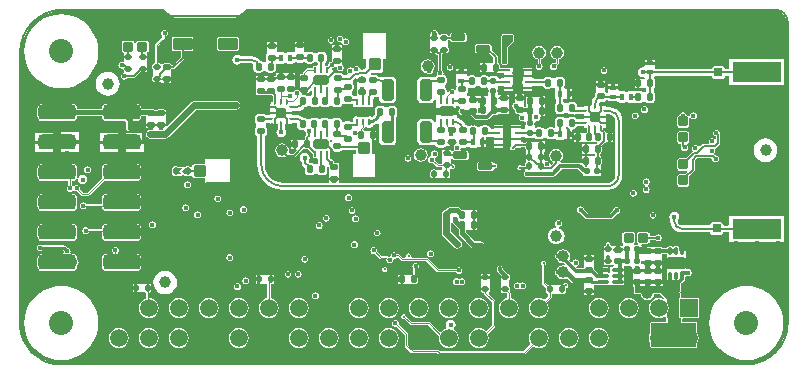
<source format=gtl>
G04*
G04 #@! TF.GenerationSoftware,Altium Limited,CircuitStudio,1.5.2 (30)*
G04*
G04 Layer_Physical_Order=1*
G04 Layer_Color=255*
%FSLAX25Y25*%
%MOIN*%
G70*
G01*
G75*
%ADD10C,0.00800*%
%ADD11C,0.00768*%
%ADD12C,0.01000*%
G04:AMPARAMS|DCode=13|XSize=23.62mil|YSize=19.69mil|CornerRadius=4.92mil|HoleSize=0mil|Usage=FLASHONLY|Rotation=270.000|XOffset=0mil|YOffset=0mil|HoleType=Round|Shape=RoundedRectangle|*
%AMROUNDEDRECTD13*
21,1,0.02362,0.00984,0,0,270.0*
21,1,0.01378,0.01969,0,0,270.0*
1,1,0.00984,-0.00492,-0.00689*
1,1,0.00984,-0.00492,0.00689*
1,1,0.00984,0.00492,0.00689*
1,1,0.00984,0.00492,-0.00689*
%
%ADD13ROUNDEDRECTD13*%
G04:AMPARAMS|DCode=14|XSize=23.62mil|YSize=19.69mil|CornerRadius=4.92mil|HoleSize=0mil|Usage=FLASHONLY|Rotation=180.000|XOffset=0mil|YOffset=0mil|HoleType=Round|Shape=RoundedRectangle|*
%AMROUNDEDRECTD14*
21,1,0.02362,0.00984,0,0,180.0*
21,1,0.01378,0.01969,0,0,180.0*
1,1,0.00984,-0.00689,0.00492*
1,1,0.00984,0.00689,0.00492*
1,1,0.00984,0.00689,-0.00492*
1,1,0.00984,-0.00689,-0.00492*
%
%ADD14ROUNDEDRECTD14*%
G04:AMPARAMS|DCode=15|XSize=49.02mil|YSize=24.02mil|CornerRadius=3.6mil|HoleSize=0mil|Usage=FLASHONLY|Rotation=90.000|XOffset=0mil|YOffset=0mil|HoleType=Round|Shape=RoundedRectangle|*
%AMROUNDEDRECTD15*
21,1,0.04902,0.01681,0,0,90.0*
21,1,0.04181,0.02402,0,0,90.0*
1,1,0.00721,0.00841,0.02091*
1,1,0.00721,0.00841,-0.02091*
1,1,0.00721,-0.00841,-0.02091*
1,1,0.00721,-0.00841,0.02091*
%
%ADD15ROUNDEDRECTD15*%
G04:AMPARAMS|DCode=16|XSize=70.87mil|YSize=40.95mil|CornerRadius=6.14mil|HoleSize=0mil|Usage=FLASHONLY|Rotation=90.000|XOffset=0mil|YOffset=0mil|HoleType=Round|Shape=RoundedRectangle|*
%AMROUNDEDRECTD16*
21,1,0.07087,0.02866,0,0,90.0*
21,1,0.05858,0.04095,0,0,90.0*
1,1,0.01228,0.01433,0.02929*
1,1,0.01228,0.01433,-0.02929*
1,1,0.01228,-0.01433,-0.02929*
1,1,0.01228,-0.01433,0.02929*
%
%ADD16ROUNDEDRECTD16*%
%ADD17C,0.03937*%
G04:AMPARAMS|DCode=18|XSize=64.96mil|YSize=41.34mil|CornerRadius=4.13mil|HoleSize=0mil|Usage=FLASHONLY|Rotation=180.000|XOffset=0mil|YOffset=0mil|HoleType=Round|Shape=RoundedRectangle|*
%AMROUNDEDRECTD18*
21,1,0.06496,0.03307,0,0,180.0*
21,1,0.05669,0.04134,0,0,180.0*
1,1,0.00827,-0.02835,0.01654*
1,1,0.00827,0.02835,0.01654*
1,1,0.00827,0.02835,-0.01654*
1,1,0.00827,-0.02835,-0.01654*
%
%ADD18ROUNDEDRECTD18*%
G04:AMPARAMS|DCode=19|XSize=31.89mil|YSize=36.61mil|CornerRadius=4.78mil|HoleSize=0mil|Usage=FLASHONLY|Rotation=270.000|XOffset=0mil|YOffset=0mil|HoleType=Round|Shape=RoundedRectangle|*
%AMROUNDEDRECTD19*
21,1,0.03189,0.02705,0,0,270.0*
21,1,0.02232,0.03661,0,0,270.0*
1,1,0.00957,-0.01352,-0.01116*
1,1,0.00957,-0.01352,0.01116*
1,1,0.00957,0.01352,0.01116*
1,1,0.00957,0.01352,-0.01116*
%
%ADD19ROUNDEDRECTD19*%
G04:AMPARAMS|DCode=20|XSize=31.89mil|YSize=36.61mil|CornerRadius=4.78mil|HoleSize=0mil|Usage=FLASHONLY|Rotation=180.000|XOffset=0mil|YOffset=0mil|HoleType=Round|Shape=RoundedRectangle|*
%AMROUNDEDRECTD20*
21,1,0.03189,0.02705,0,0,180.0*
21,1,0.02232,0.03661,0,0,180.0*
1,1,0.00957,-0.01116,0.01352*
1,1,0.00957,0.01116,0.01352*
1,1,0.00957,0.01116,-0.01352*
1,1,0.00957,-0.01116,-0.01352*
%
%ADD20ROUNDEDRECTD20*%
G04:AMPARAMS|DCode=21|XSize=27.56mil|YSize=27.56mil|CornerRadius=2.76mil|HoleSize=0mil|Usage=FLASHONLY|Rotation=270.000|XOffset=0mil|YOffset=0mil|HoleType=Round|Shape=RoundedRectangle|*
%AMROUNDEDRECTD21*
21,1,0.02756,0.02205,0,0,270.0*
21,1,0.02205,0.02756,0,0,270.0*
1,1,0.00551,-0.01102,-0.01102*
1,1,0.00551,-0.01102,0.01102*
1,1,0.00551,0.01102,0.01102*
1,1,0.00551,0.01102,-0.01102*
%
%ADD21ROUNDEDRECTD21*%
G04:AMPARAMS|DCode=22|XSize=14.17mil|YSize=23mil|CornerRadius=0.71mil|HoleSize=0mil|Usage=FLASHONLY|Rotation=180.000|XOffset=0mil|YOffset=0mil|HoleType=Round|Shape=RoundedRectangle|*
%AMROUNDEDRECTD22*
21,1,0.01417,0.02158,0,0,180.0*
21,1,0.01276,0.02300,0,0,180.0*
1,1,0.00142,-0.00638,0.01079*
1,1,0.00142,0.00638,0.01079*
1,1,0.00142,0.00638,-0.01079*
1,1,0.00142,-0.00638,-0.01079*
%
%ADD22ROUNDEDRECTD22*%
G04:AMPARAMS|DCode=23|XSize=14.17mil|YSize=23mil|CornerRadius=0.71mil|HoleSize=0mil|Usage=FLASHONLY|Rotation=90.000|XOffset=0mil|YOffset=0mil|HoleType=Round|Shape=RoundedRectangle|*
%AMROUNDEDRECTD23*
21,1,0.01417,0.02158,0,0,90.0*
21,1,0.01276,0.02300,0,0,90.0*
1,1,0.00142,0.01079,0.00638*
1,1,0.00142,0.01079,-0.00638*
1,1,0.00142,-0.01079,-0.00638*
1,1,0.00142,-0.01079,0.00638*
%
%ADD23ROUNDEDRECTD23*%
G04:AMPARAMS|DCode=24|XSize=23.62mil|YSize=17.72mil|CornerRadius=4.43mil|HoleSize=0mil|Usage=FLASHONLY|Rotation=90.000|XOffset=0mil|YOffset=0mil|HoleType=Round|Shape=RoundedRectangle|*
%AMROUNDEDRECTD24*
21,1,0.02362,0.00886,0,0,90.0*
21,1,0.01476,0.01772,0,0,90.0*
1,1,0.00886,0.00443,0.00738*
1,1,0.00886,0.00443,-0.00738*
1,1,0.00886,-0.00443,-0.00738*
1,1,0.00886,-0.00443,0.00738*
%
%ADD24ROUNDEDRECTD24*%
G04:AMPARAMS|DCode=25|XSize=23.62mil|YSize=17.72mil|CornerRadius=4.43mil|HoleSize=0mil|Usage=FLASHONLY|Rotation=0.000|XOffset=0mil|YOffset=0mil|HoleType=Round|Shape=RoundedRectangle|*
%AMROUNDEDRECTD25*
21,1,0.02362,0.00886,0,0,0.0*
21,1,0.01476,0.01772,0,0,0.0*
1,1,0.00886,0.00738,-0.00443*
1,1,0.00886,-0.00738,-0.00443*
1,1,0.00886,-0.00738,0.00443*
1,1,0.00886,0.00738,0.00443*
%
%ADD25ROUNDEDRECTD25*%
G04:AMPARAMS|DCode=26|XSize=47.24mil|YSize=23.62mil|CornerRadius=3.54mil|HoleSize=0mil|Usage=FLASHONLY|Rotation=90.000|XOffset=0mil|YOffset=0mil|HoleType=Round|Shape=RoundedRectangle|*
%AMROUNDEDRECTD26*
21,1,0.04724,0.01654,0,0,90.0*
21,1,0.04016,0.02362,0,0,90.0*
1,1,0.00709,0.00827,0.02008*
1,1,0.00709,0.00827,-0.02008*
1,1,0.00709,-0.00827,-0.02008*
1,1,0.00709,-0.00827,0.02008*
%
%ADD26ROUNDEDRECTD26*%
G04:AMPARAMS|DCode=27|XSize=9.84mil|YSize=29.53mil|CornerRadius=1.48mil|HoleSize=0mil|Usage=FLASHONLY|Rotation=90.000|XOffset=0mil|YOffset=0mil|HoleType=Round|Shape=RoundedRectangle|*
%AMROUNDEDRECTD27*
21,1,0.00984,0.02658,0,0,90.0*
21,1,0.00689,0.02953,0,0,90.0*
1,1,0.00295,0.01329,0.00345*
1,1,0.00295,0.01329,-0.00345*
1,1,0.00295,-0.01329,-0.00345*
1,1,0.00295,-0.01329,0.00345*
%
%ADD27ROUNDEDRECTD27*%
%ADD28R,0.16496X0.10492*%
%ADD29R,0.16496X0.07008*%
G04:AMPARAMS|DCode=30|XSize=48.43mil|YSize=23.62mil|CornerRadius=2.95mil|HoleSize=0mil|Usage=FLASHONLY|Rotation=0.000|XOffset=0mil|YOffset=0mil|HoleType=Round|Shape=RoundedRectangle|*
%AMROUNDEDRECTD30*
21,1,0.04843,0.01772,0,0,0.0*
21,1,0.04252,0.02362,0,0,0.0*
1,1,0.00591,0.02126,-0.00886*
1,1,0.00591,-0.02126,-0.00886*
1,1,0.00591,-0.02126,0.00886*
1,1,0.00591,0.02126,0.00886*
%
%ADD30ROUNDEDRECTD30*%
G04:AMPARAMS|DCode=31|XSize=21.65mil|YSize=17.72mil|CornerRadius=4.43mil|HoleSize=0mil|Usage=FLASHONLY|Rotation=90.000|XOffset=0mil|YOffset=0mil|HoleType=Round|Shape=RoundedRectangle|*
%AMROUNDEDRECTD31*
21,1,0.02165,0.00886,0,0,90.0*
21,1,0.01280,0.01772,0,0,90.0*
1,1,0.00886,0.00443,0.00640*
1,1,0.00886,0.00443,-0.00640*
1,1,0.00886,-0.00443,-0.00640*
1,1,0.00886,-0.00443,0.00640*
%
%ADD31ROUNDEDRECTD31*%
G04:AMPARAMS|DCode=32|XSize=21.65mil|YSize=17.72mil|CornerRadius=4.43mil|HoleSize=0mil|Usage=FLASHONLY|Rotation=180.000|XOffset=0mil|YOffset=0mil|HoleType=Round|Shape=RoundedRectangle|*
%AMROUNDEDRECTD32*
21,1,0.02165,0.00886,0,0,180.0*
21,1,0.01280,0.01772,0,0,180.0*
1,1,0.00886,-0.00640,0.00443*
1,1,0.00886,0.00640,0.00443*
1,1,0.00886,0.00640,-0.00443*
1,1,0.00886,-0.00640,-0.00443*
%
%ADD32ROUNDEDRECTD32*%
G04:AMPARAMS|DCode=33|XSize=125.2mil|YSize=50mil|CornerRadius=12.5mil|HoleSize=0mil|Usage=FLASHONLY|Rotation=180.000|XOffset=0mil|YOffset=0mil|HoleType=Round|Shape=RoundedRectangle|*
%AMROUNDEDRECTD33*
21,1,0.12520,0.02500,0,0,180.0*
21,1,0.10020,0.05000,0,0,180.0*
1,1,0.02500,-0.05010,0.01250*
1,1,0.02500,0.05010,0.01250*
1,1,0.02500,0.05010,-0.01250*
1,1,0.02500,-0.05010,-0.01250*
%
%ADD33ROUNDEDRECTD33*%
G04:AMPARAMS|DCode=34|XSize=21.65mil|YSize=9.84mil|CornerRadius=1.48mil|HoleSize=0mil|Usage=FLASHONLY|Rotation=90.000|XOffset=0mil|YOffset=0mil|HoleType=Round|Shape=RoundedRectangle|*
%AMROUNDEDRECTD34*
21,1,0.02165,0.00689,0,0,90.0*
21,1,0.01870,0.00984,0,0,90.0*
1,1,0.00295,0.00345,0.00935*
1,1,0.00295,0.00345,-0.00935*
1,1,0.00295,-0.00345,-0.00935*
1,1,0.00295,-0.00345,0.00935*
%
%ADD34ROUNDEDRECTD34*%
G04:AMPARAMS|DCode=35|XSize=51.18mil|YSize=31.5mil|CornerRadius=4.72mil|HoleSize=0mil|Usage=FLASHONLY|Rotation=180.000|XOffset=0mil|YOffset=0mil|HoleType=Round|Shape=RoundedRectangle|*
%AMROUNDEDRECTD35*
21,1,0.05118,0.02205,0,0,180.0*
21,1,0.04173,0.03150,0,0,180.0*
1,1,0.00945,-0.02087,0.01102*
1,1,0.00945,0.02087,0.01102*
1,1,0.00945,0.02087,-0.01102*
1,1,0.00945,-0.02087,-0.01102*
%
%ADD35ROUNDEDRECTD35*%
G04:AMPARAMS|DCode=36|XSize=39.37mil|YSize=41.34mil|CornerRadius=3.94mil|HoleSize=0mil|Usage=FLASHONLY|Rotation=270.000|XOffset=0mil|YOffset=0mil|HoleType=Round|Shape=RoundedRectangle|*
%AMROUNDEDRECTD36*
21,1,0.03937,0.03347,0,0,270.0*
21,1,0.03150,0.04134,0,0,270.0*
1,1,0.00787,-0.01673,-0.01575*
1,1,0.00787,-0.01673,0.01575*
1,1,0.00787,0.01673,0.01575*
1,1,0.00787,0.01673,-0.01575*
%
%ADD36ROUNDEDRECTD36*%
G04:AMPARAMS|DCode=37|XSize=41.34mil|YSize=86.61mil|CornerRadius=4.13mil|HoleSize=0mil|Usage=FLASHONLY|Rotation=270.000|XOffset=0mil|YOffset=0mil|HoleType=Round|Shape=RoundedRectangle|*
%AMROUNDEDRECTD37*
21,1,0.04134,0.07835,0,0,270.0*
21,1,0.03307,0.08661,0,0,270.0*
1,1,0.00827,-0.03917,-0.01654*
1,1,0.00827,-0.03917,0.01654*
1,1,0.00827,0.03917,0.01654*
1,1,0.00827,0.03917,-0.01654*
%
%ADD37ROUNDEDRECTD37*%
G04:AMPARAMS|DCode=38|XSize=39.37mil|YSize=41.34mil|CornerRadius=3.94mil|HoleSize=0mil|Usage=FLASHONLY|Rotation=180.000|XOffset=0mil|YOffset=0mil|HoleType=Round|Shape=RoundedRectangle|*
%AMROUNDEDRECTD38*
21,1,0.03937,0.03347,0,0,180.0*
21,1,0.03150,0.04134,0,0,180.0*
1,1,0.00787,-0.01575,0.01673*
1,1,0.00787,0.01575,0.01673*
1,1,0.00787,0.01575,-0.01673*
1,1,0.00787,-0.01575,-0.01673*
%
%ADD38ROUNDEDRECTD38*%
G04:AMPARAMS|DCode=39|XSize=41.34mil|YSize=86.61mil|CornerRadius=4.13mil|HoleSize=0mil|Usage=FLASHONLY|Rotation=180.000|XOffset=0mil|YOffset=0mil|HoleType=Round|Shape=RoundedRectangle|*
%AMROUNDEDRECTD39*
21,1,0.04134,0.07835,0,0,180.0*
21,1,0.03307,0.08661,0,0,180.0*
1,1,0.00827,-0.01654,0.03917*
1,1,0.00827,0.01654,0.03917*
1,1,0.00827,0.01654,-0.03917*
1,1,0.00827,-0.01654,-0.03917*
%
%ADD39ROUNDEDRECTD39*%
G04:AMPARAMS|DCode=40|XSize=18.11mil|YSize=7.87mil|CornerRadius=3.15mil|HoleSize=0mil|Usage=FLASHONLY|Rotation=180.000|XOffset=0mil|YOffset=0mil|HoleType=Round|Shape=RoundedRectangle|*
%AMROUNDEDRECTD40*
21,1,0.01811,0.00158,0,0,180.0*
21,1,0.01181,0.00787,0,0,180.0*
1,1,0.00630,-0.00591,0.00079*
1,1,0.00630,0.00591,0.00079*
1,1,0.00630,0.00591,-0.00079*
1,1,0.00630,-0.00591,-0.00079*
%
%ADD40ROUNDEDRECTD40*%
G04:AMPARAMS|DCode=41|XSize=18.11mil|YSize=7.87mil|CornerRadius=3.15mil|HoleSize=0mil|Usage=FLASHONLY|Rotation=270.000|XOffset=0mil|YOffset=0mil|HoleType=Round|Shape=RoundedRectangle|*
%AMROUNDEDRECTD41*
21,1,0.01811,0.00158,0,0,270.0*
21,1,0.01181,0.00787,0,0,270.0*
1,1,0.00630,-0.00079,-0.00591*
1,1,0.00630,-0.00079,0.00591*
1,1,0.00630,0.00079,0.00591*
1,1,0.00630,0.00079,-0.00591*
%
%ADD41ROUNDEDRECTD41*%
G04:AMPARAMS|DCode=42|XSize=31.5mil|YSize=31.5mil|CornerRadius=3.15mil|HoleSize=0mil|Usage=FLASHONLY|Rotation=270.000|XOffset=0mil|YOffset=0mil|HoleType=Round|Shape=RoundedRectangle|*
%AMROUNDEDRECTD42*
21,1,0.03150,0.02520,0,0,270.0*
21,1,0.02520,0.03150,0,0,270.0*
1,1,0.00630,-0.01260,-0.01260*
1,1,0.00630,-0.01260,0.01260*
1,1,0.00630,0.01260,0.01260*
1,1,0.00630,0.01260,-0.01260*
%
%ADD42ROUNDEDRECTD42*%
G04:AMPARAMS|DCode=43|XSize=25.59mil|YSize=11.81mil|CornerRadius=2.95mil|HoleSize=0mil|Usage=FLASHONLY|Rotation=270.000|XOffset=0mil|YOffset=0mil|HoleType=Round|Shape=RoundedRectangle|*
%AMROUNDEDRECTD43*
21,1,0.02559,0.00591,0,0,270.0*
21,1,0.01969,0.01181,0,0,270.0*
1,1,0.00591,-0.00295,-0.00984*
1,1,0.00591,-0.00295,0.00984*
1,1,0.00591,0.00295,0.00984*
1,1,0.00591,0.00295,-0.00984*
%
%ADD43ROUNDEDRECTD43*%
G04:AMPARAMS|DCode=44|XSize=61.02mil|YSize=40.16mil|CornerRadius=4.02mil|HoleSize=0mil|Usage=FLASHONLY|Rotation=0.000|XOffset=0mil|YOffset=0mil|HoleType=Round|Shape=RoundedRectangle|*
%AMROUNDEDRECTD44*
21,1,0.06102,0.03213,0,0,0.0*
21,1,0.05299,0.04016,0,0,0.0*
1,1,0.00803,0.02649,-0.01606*
1,1,0.00803,-0.02649,-0.01606*
1,1,0.00803,-0.02649,0.01606*
1,1,0.00803,0.02649,0.01606*
%
%ADD44ROUNDEDRECTD44*%
G04:AMPARAMS|DCode=45|XSize=37.01mil|YSize=10.63mil|CornerRadius=1.33mil|HoleSize=0mil|Usage=FLASHONLY|Rotation=180.000|XOffset=0mil|YOffset=0mil|HoleType=Round|Shape=RoundedRectangle|*
%AMROUNDEDRECTD45*
21,1,0.03701,0.00797,0,0,180.0*
21,1,0.03435,0.01063,0,0,180.0*
1,1,0.00266,-0.01718,0.00399*
1,1,0.00266,0.01718,0.00399*
1,1,0.00266,0.01718,-0.00399*
1,1,0.00266,-0.01718,-0.00399*
%
%ADD45ROUNDEDRECTD45*%
%ADD46C,0.00600*%
%ADD47C,0.01200*%
%ADD48C,0.01400*%
%ADD49C,0.01600*%
%ADD50C,0.00400*%
%ADD51C,0.00350*%
%ADD52C,0.00500*%
%ADD53C,0.02400*%
%ADD54C,0.02200*%
%ADD55R,0.01181X0.01783*%
%ADD56R,0.01600X0.02600*%
%ADD57R,0.01700X0.02600*%
%ADD58R,0.01768X0.06738*%
%ADD59R,0.03100X0.02200*%
%ADD60R,0.01300X0.02000*%
%ADD61R,0.08700X0.03800*%
%ADD62R,0.01800X0.01000*%
%ADD63C,0.08000*%
%ADD64R,0.05906X0.05906*%
%ADD65C,0.05906*%
%ADD66C,0.02362*%
%ADD67C,0.03819*%
%ADD68C,0.01600*%
%ADD69C,0.01000*%
%ADD70C,0.05118*%
G36*
X1048995Y817364D02*
X1082175D01*
X1082867Y816672D01*
X1083979Y815819D01*
X1084894Y815440D01*
X1085273Y815283D01*
X1086662Y815100D01*
X1105890D01*
X1107278Y815283D01*
X1108572Y815819D01*
X1109684Y816672D01*
X1110376Y817364D01*
X1286362D01*
X1286471Y817378D01*
X1287353Y817262D01*
X1288277Y816880D01*
X1289070Y816271D01*
X1289678Y815478D01*
X1290061Y814555D01*
X1290177Y813673D01*
X1290162Y813564D01*
Y713281D01*
X1290186Y713103D01*
X1290034Y711177D01*
X1289542Y709125D01*
X1288734Y707174D01*
X1287631Y705375D01*
X1286260Y703770D01*
X1284655Y702399D01*
X1282856Y701296D01*
X1280905Y700488D01*
X1278853Y699996D01*
X1276927Y699844D01*
X1276749Y699867D01*
X1047891Y699867D01*
X1047720Y699845D01*
X1045867Y699991D01*
X1043893Y700465D01*
X1042017Y701242D01*
X1040286Y702302D01*
X1038742Y703621D01*
X1037424Y705165D01*
X1036363Y706896D01*
X1035586Y708771D01*
X1035112Y710745D01*
X1034966Y712599D01*
X1034989Y712769D01*
X1034989Y796470D01*
Y803358D01*
X1034964Y803544D01*
X1035122Y805555D01*
X1035637Y807698D01*
X1036480Y809734D01*
X1037632Y811613D01*
X1039063Y813290D01*
X1040739Y814721D01*
X1042618Y815872D01*
X1044655Y816716D01*
X1046798Y817230D01*
X1048809Y817389D01*
X1048995Y817364D01*
D02*
G37*
%LPC*%
G36*
X1171476Y737511D02*
X1171039Y737424D01*
X1170668Y737177D01*
X1170421Y736806D01*
X1170334Y736369D01*
X1170421Y735932D01*
X1170668Y735562D01*
X1171039Y735314D01*
X1171476Y735227D01*
X1171913Y735314D01*
X1172283Y735562D01*
X1172531Y735932D01*
X1172618Y736369D01*
X1172531Y736806D01*
X1172283Y737177D01*
X1171913Y737424D01*
X1171476Y737511D01*
D02*
G37*
G36*
X1180457Y752023D02*
X1177976D01*
X1177539Y751936D01*
X1177168Y751689D01*
X1176694Y751215D01*
X1176182Y751113D01*
X1175680Y750777D01*
X1175344Y750274D01*
X1175226Y749681D01*
Y743181D01*
X1175344Y742588D01*
X1175680Y742085D01*
X1179280Y738485D01*
X1179782Y738149D01*
X1180376Y738031D01*
X1180969Y738149D01*
X1181472Y738485D01*
X1181807Y738988D01*
X1181925Y739581D01*
X1181807Y740174D01*
X1181472Y740677D01*
X1178325Y743823D01*
Y746486D01*
X1178825Y746637D01*
X1178968Y746424D01*
X1180826Y744566D01*
Y744356D01*
X1180865D01*
Y743150D01*
X1180952Y742713D01*
X1181200Y742342D01*
X1184968Y738574D01*
X1185339Y738326D01*
X1185776Y738239D01*
X1188276D01*
X1188713Y738326D01*
X1189083Y738574D01*
X1189331Y738944D01*
X1189417Y739381D01*
X1189331Y739818D01*
X1189083Y740189D01*
X1188713Y740436D01*
X1188276Y740523D01*
X1186249D01*
X1183149Y743623D01*
Y744356D01*
X1185550D01*
Y747506D01*
X1185550D01*
Y747756D01*
X1185550D01*
Y750906D01*
X1182401D01*
X1182401Y750906D01*
Y750906D01*
X1182401Y750906D01*
X1181944Y751009D01*
X1181265Y751689D01*
X1180894Y751936D01*
X1180457Y752023D01*
D02*
G37*
G36*
X1225850Y735931D02*
X1225014D01*
Y735143D01*
X1225850D01*
Y735931D01*
D02*
G37*
G36*
X1104576Y736223D02*
X1104139Y736136D01*
X1103768Y735889D01*
X1103521Y735518D01*
X1103434Y735081D01*
X1103521Y734644D01*
X1103768Y734274D01*
X1104139Y734026D01*
X1104576Y733939D01*
X1105013Y734026D01*
X1105383Y734274D01*
X1105631Y734644D01*
X1105717Y735081D01*
X1105631Y735518D01*
X1105383Y735889D01*
X1105013Y736136D01*
X1104576Y736223D01*
D02*
G37*
G36*
X1223537Y735931D02*
X1222652D01*
Y735143D01*
X1223537D01*
Y735931D01*
D02*
G37*
G36*
X1146076Y740553D02*
X1145639Y740466D01*
X1145268Y740219D01*
X1145021Y739848D01*
X1144934Y739411D01*
X1145021Y738974D01*
X1145268Y738604D01*
X1145639Y738356D01*
X1146076Y738269D01*
X1146513Y738356D01*
X1146883Y738604D01*
X1147131Y738974D01*
X1147217Y739411D01*
X1147131Y739848D01*
X1146883Y740219D01*
X1146513Y740466D01*
X1146076Y740553D01*
D02*
G37*
G36*
X1051995Y746329D02*
X1041975D01*
X1041363Y746207D01*
X1040843Y745860D01*
X1040496Y745340D01*
X1040374Y744728D01*
Y742228D01*
X1040496Y741615D01*
X1040843Y741096D01*
X1041363Y740749D01*
X1041975Y740627D01*
X1051995D01*
X1052608Y740749D01*
X1053127Y741096D01*
X1053474Y741615D01*
X1053596Y742228D01*
Y744728D01*
X1053474Y745340D01*
X1053127Y745860D01*
X1052608Y746207D01*
X1051995Y746329D01*
D02*
G37*
G36*
X1153676Y744423D02*
X1153239Y744336D01*
X1152868Y744089D01*
X1152621Y743718D01*
X1152534Y743281D01*
X1152621Y742844D01*
X1152868Y742474D01*
X1153239Y742226D01*
X1153676Y742139D01*
X1154113Y742226D01*
X1154483Y742474D01*
X1154731Y742844D01*
X1154817Y743281D01*
X1154731Y743718D01*
X1154483Y744089D01*
X1154113Y744336D01*
X1153676Y744423D01*
D02*
G37*
G36*
X1252676Y750312D02*
X1252051Y750188D01*
X1251522Y749835D01*
X1251168Y749305D01*
X1251044Y748681D01*
X1251168Y748057D01*
X1251390Y747725D01*
X1251460Y747254D01*
X1251460D01*
X1251588Y746278D01*
X1251965Y745368D01*
X1252564Y744587D01*
X1253345Y743988D01*
X1254255Y743611D01*
X1255231Y743482D01*
Y743491D01*
X1264728D01*
X1264771Y743275D01*
X1265009Y742919D01*
X1265365Y742681D01*
X1265784Y742598D01*
X1267989D01*
X1268409Y742681D01*
X1268764Y742919D01*
X1269002Y743275D01*
X1269045Y743491D01*
X1271126D01*
Y740394D01*
X1289222D01*
Y749002D01*
X1271126D01*
Y745905D01*
X1269084D01*
X1269002Y746319D01*
X1268764Y746675D01*
X1268409Y746912D01*
X1267989Y746996D01*
X1265784D01*
X1265365Y746912D01*
X1265009Y746675D01*
X1264771Y746319D01*
X1264689Y745905D01*
X1255231D01*
Y745906D01*
X1254715Y746009D01*
X1254278Y746301D01*
X1253986Y746738D01*
X1253883Y747254D01*
X1253959Y747722D01*
X1254183Y748057D01*
X1254307Y748681D01*
X1254183Y749305D01*
X1253829Y749835D01*
X1253300Y750188D01*
X1252676Y750312D01*
D02*
G37*
G36*
X1243728Y743622D02*
X1241023D01*
X1240712Y743560D01*
X1240448Y743384D01*
X1240271Y743120D01*
X1240209Y742808D01*
Y740576D01*
X1240271Y740265D01*
X1240448Y740000D01*
X1240683Y739843D01*
X1240712Y739698D01*
X1240459Y739318D01*
X1239943Y739243D01*
X1239776Y739381D01*
Y739381D01*
X1239308D01*
X1239270Y739482D01*
X1239225Y739881D01*
X1239404Y740000D01*
X1239580Y740265D01*
X1239642Y740576D01*
Y742808D01*
X1239580Y743120D01*
X1239404Y743384D01*
X1239139Y743560D01*
X1238828Y743622D01*
X1236123D01*
X1235812Y743560D01*
X1235548Y743384D01*
X1235371Y743120D01*
X1235309Y742808D01*
Y740576D01*
X1235371Y740265D01*
X1235548Y740000D01*
X1235745Y739868D01*
X1235776Y739381D01*
Y739381D01*
X1235776Y739321D01*
Y739296D01*
X1235450Y738931D01*
X1235276Y738931D01*
X1234614D01*
Y738143D01*
X1235374D01*
X1235441Y738143D01*
X1235444D01*
X1235450D01*
X1235858Y737985D01*
Y737582D01*
X1235450Y737356D01*
X1235450D01*
X1235450Y737356D01*
X1235450Y737356D01*
X1232692D01*
X1232532D01*
X1232271Y737773D01*
X1232341Y737924D01*
X1232497Y738143D01*
X1232692D01*
X1233137D01*
Y738931D01*
X1232492D01*
X1232450D01*
X1232379Y738931D01*
X1232292D01*
X1232265D01*
X1232252D01*
X1232251Y738931D01*
X1232185Y738929D01*
X1231892Y738937D01*
X1231581Y739229D01*
X1231512Y739381D01*
Y739381D01*
Y739381D01*
X1231512D01*
X1231448Y739701D01*
X1231364Y739827D01*
X1231267Y739972D01*
X1230995Y740154D01*
X1230676Y740217D01*
X1230356Y740154D01*
X1230084Y739972D01*
X1229987Y739827D01*
X1229903Y739701D01*
X1229840Y739381D01*
X1229840Y739381D01*
Y739381D01*
X1229646Y738956D01*
X1229640Y738943D01*
X1229454Y738855D01*
X1229298Y738781D01*
Y738781D01*
Y738640D01*
X1229292Y738631D01*
X1229219Y738522D01*
X1229160Y738224D01*
Y737338D01*
X1229219Y737041D01*
X1229298Y736922D01*
Y734640D01*
X1229219Y734522D01*
X1229160Y734224D01*
Y733338D01*
X1229219Y733041D01*
X1229298Y732922D01*
Y732781D01*
X1229398D01*
X1229640Y732619D01*
X1229937Y732560D01*
X1231414D01*
X1231711Y732619D01*
X1231801Y732679D01*
X1232301Y732631D01*
X1232301Y732631D01*
X1232306D01*
X1232327D01*
X1232377D01*
X1232464Y732560D01*
X1232289Y732071D01*
X1232277Y732060D01*
X1228895D01*
Y729770D01*
X1227408D01*
X1226002Y731176D01*
X1225850Y731277D01*
Y734356D01*
X1222701D01*
Y731451D01*
X1220439D01*
X1220122Y731822D01*
X1220272Y732318D01*
X1220313Y732326D01*
X1220683Y732574D01*
X1220931Y732944D01*
X1221017Y733381D01*
X1220931Y733818D01*
X1220683Y734189D01*
X1220313Y734436D01*
X1219876Y734523D01*
X1219439Y734436D01*
X1219068Y734189D01*
X1218821Y733818D01*
X1218813Y733778D01*
X1218270Y733613D01*
X1217577Y734307D01*
X1217831Y734688D01*
X1218009Y735581D01*
X1217831Y736474D01*
X1217325Y737231D01*
X1216568Y737737D01*
X1215676Y737914D01*
X1214783Y737737D01*
X1214026Y737231D01*
X1213642Y736657D01*
X1213539Y736636D01*
X1213168Y736389D01*
X1212921Y736018D01*
X1212834Y735581D01*
X1212921Y735144D01*
X1213168Y734774D01*
X1213539Y734526D01*
X1213642Y734506D01*
X1214026Y733931D01*
X1214783Y733425D01*
X1215676Y733248D01*
X1215932Y733299D01*
X1216338Y732893D01*
X1216091Y732432D01*
X1215676Y732514D01*
X1214783Y732337D01*
X1214026Y731831D01*
X1213642Y731257D01*
X1213539Y731236D01*
X1213168Y730989D01*
X1212921Y730618D01*
X1212834Y730181D01*
X1212921Y729744D01*
X1213168Y729374D01*
X1213539Y729126D01*
X1213642Y729106D01*
X1214026Y728531D01*
X1214783Y728025D01*
X1215676Y727848D01*
X1216568Y728025D01*
X1216957Y728285D01*
X1218368Y726874D01*
X1218739Y726626D01*
X1219176Y726539D01*
X1222701D01*
Y724206D01*
X1225850D01*
Y726045D01*
X1227127D01*
X1227178Y726024D01*
X1228895D01*
Y725881D01*
X1233856D01*
Y726024D01*
X1235573D01*
X1235920Y726167D01*
X1236064Y726514D01*
Y727311D01*
X1236022Y727412D01*
Y728382D01*
X1236064Y728482D01*
Y729280D01*
X1236022Y729380D01*
Y730350D01*
X1236064Y730451D01*
Y731248D01*
X1236022Y731349D01*
Y732181D01*
X1236776D01*
Y732363D01*
X1237545D01*
X1237552Y732365D01*
X1237776Y732181D01*
Y732181D01*
X1238391D01*
X1238777Y731906D01*
X1238777Y731681D01*
Y731118D01*
X1239663D01*
Y731681D01*
Y731728D01*
X1239776Y732181D01*
X1239999Y732365D01*
X1240006Y732363D01*
X1240329D01*
X1240378Y732346D01*
X1240776Y732181D01*
X1241139Y731851D01*
X1241139Y731681D01*
Y731118D01*
X1241726D01*
X1241976Y731118D01*
X1242101D01*
X1242226D01*
X1242476Y731118D01*
X1243063D01*
Y731706D01*
X1243063Y731906D01*
Y732056D01*
Y732206D01*
X1243063Y732406D01*
Y732994D01*
X1242276D01*
X1242226Y732994D01*
X1241776Y733113D01*
Y733181D01*
X1241669D01*
Y733892D01*
X1241726Y733936D01*
X1242226Y733781D01*
Y733781D01*
X1245376D01*
Y733781D01*
X1245626D01*
Y733781D01*
X1248776D01*
Y736386D01*
X1250276D01*
Y729022D01*
X1250394D01*
Y727725D01*
X1248776D01*
Y730331D01*
X1245626D01*
Y730331D01*
X1245376D01*
Y730331D01*
X1242226D01*
Y730331D01*
X1241976D01*
Y730331D01*
X1238826D01*
Y727181D01*
X1238884D01*
Y726394D01*
X1238826D01*
Y725606D01*
X1238876D01*
X1239229Y725253D01*
X1239229Y723205D01*
X1239229Y723205D01*
D01*
X1239229Y723205D01*
Y723205D01*
X1239229Y723205D01*
Y723204D01*
X1239277Y723088D01*
X1239330Y722960D01*
X1239330Y722960D01*
X1239330Y722960D01*
X1239331Y722959D01*
X1239386Y722936D01*
X1239452Y722909D01*
X1239452Y722908D01*
X1239487Y722894D01*
X1239551Y722867D01*
X1239574Y722858D01*
X1239574Y722857D01*
X1239585Y722857D01*
X1241508Y722851D01*
X1241620Y722288D01*
X1242126Y721531D01*
X1242883Y721025D01*
X1243776Y720848D01*
X1244668Y721025D01*
X1245426Y721531D01*
X1245931Y722288D01*
X1246040Y722835D01*
X1248095Y722828D01*
X1249297Y721652D01*
X1249016Y721227D01*
X1248430Y721470D01*
X1247576Y721582D01*
X1246721Y721470D01*
X1245925Y721140D01*
X1245241Y720615D01*
X1244717Y719932D01*
X1244387Y719136D01*
X1244275Y718281D01*
X1244387Y717427D01*
X1244717Y716631D01*
X1245241Y715947D01*
X1245925Y715422D01*
X1246721Y715093D01*
X1247576Y714980D01*
X1248430Y715093D01*
X1249226Y715422D01*
X1249598Y715708D01*
X1250101Y715464D01*
X1250120Y713983D01*
X1249769Y713627D01*
X1245076D01*
X1244831Y713526D01*
X1244729Y713281D01*
Y709948D01*
X1244717Y709932D01*
X1244387Y709135D01*
X1244275Y708281D01*
X1244387Y707427D01*
X1244717Y706631D01*
X1244729Y706614D01*
Y705381D01*
X1244831Y705136D01*
X1245076Y705035D01*
X1247161D01*
X1247576Y704980D01*
X1247991Y705035D01*
X1257161D01*
X1257576Y704980D01*
X1257990Y705035D01*
X1260076D01*
X1260320Y705136D01*
X1260422Y705381D01*
Y706614D01*
X1260434Y706631D01*
X1260764Y707427D01*
X1260877Y708281D01*
X1260764Y709135D01*
X1260434Y709932D01*
X1260422Y709948D01*
Y711381D01*
Y713281D01*
X1260320Y713526D01*
X1260076Y713627D01*
X1255180D01*
X1255164Y714652D01*
X1255515Y715008D01*
X1260848D01*
Y721554D01*
X1255443D01*
X1255379Y721588D01*
X1255059Y721902D01*
X1255048Y721916D01*
X1255040Y722428D01*
X1255039Y722788D01*
X1255000Y722881D01*
X1254981Y722979D01*
X1254847Y723179D01*
X1254787Y723481D01*
X1254847Y723783D01*
X1254975Y723975D01*
X1254995Y724075D01*
X1255033Y724169D01*
X1255029Y725252D01*
X1254990Y725345D01*
X1254971Y725443D01*
X1254947Y725479D01*
X1254887Y725781D01*
X1254947Y726083D01*
X1254967Y726113D01*
X1254986Y726212D01*
X1255023Y726302D01*
X1255933Y727212D01*
X1256136Y727516D01*
X1256208Y727875D01*
Y728633D01*
X1256708Y729021D01*
X1256974Y729019D01*
X1257376Y728939D01*
X1257813Y729026D01*
X1258183Y729274D01*
X1258431Y729644D01*
X1258517Y730081D01*
X1258431Y730518D01*
X1258183Y730889D01*
X1257813Y731136D01*
X1257376Y731223D01*
X1256976Y731144D01*
X1256921Y731147D01*
X1256476Y731420D01*
Y737290D01*
X1254239D01*
X1254223Y737368D01*
Y738274D01*
X1254176Y738514D01*
X1254040Y738718D01*
X1253836Y738854D01*
X1253596Y738901D01*
X1253006D01*
X1252765Y738854D01*
X1252606Y738747D01*
X1252555Y738718D01*
X1252077D01*
X1252026Y738747D01*
X1251867Y738854D01*
X1251627Y738901D01*
X1251036D01*
X1250797Y738854D01*
X1250593Y738718D01*
X1250457Y738514D01*
X1250409Y738274D01*
Y738262D01*
X1248776D01*
Y738506D01*
X1248320D01*
X1248207Y738582D01*
X1247890Y738645D01*
X1246512D01*
X1246195Y738582D01*
X1246081Y738506D01*
X1245577D01*
Y738506D01*
X1245376Y738506D01*
X1244885Y738529D01*
X1244807Y738582D01*
X1244490Y738645D01*
X1243708D01*
X1243703Y738647D01*
X1243445Y738699D01*
X1243376Y738728D01*
X1242129D01*
X1241776Y739081D01*
Y739262D01*
X1241776Y739381D01*
X1242063Y739762D01*
X1243728D01*
X1244040Y739824D01*
X1244304Y740000D01*
X1244480Y740265D01*
X1244542Y740576D01*
Y740958D01*
X1246512D01*
X1246568Y740874D01*
X1246939Y740626D01*
X1247376Y740539D01*
X1247813Y740626D01*
X1248183Y740874D01*
X1248431Y741244D01*
X1248518Y741681D01*
X1248431Y742118D01*
X1248183Y742489D01*
X1247813Y742736D01*
X1247376Y742823D01*
X1246939Y742736D01*
X1246568Y742489D01*
X1246527Y742426D01*
X1244542D01*
Y742808D01*
X1244480Y743120D01*
X1244304Y743384D01*
X1244040Y743560D01*
X1243728Y743622D01*
D02*
G37*
G36*
X1214165Y747681D02*
X1213728Y747594D01*
X1213357Y747346D01*
X1213110Y746976D01*
X1213023Y746539D01*
X1213110Y746102D01*
X1213357Y745731D01*
X1213440Y745676D01*
X1213396Y745106D01*
X1213353Y745054D01*
X1212654Y744962D01*
X1211981Y744683D01*
X1211403Y744239D01*
X1210959Y743661D01*
X1210680Y742987D01*
X1210585Y742264D01*
X1210680Y741542D01*
X1210959Y740868D01*
X1211403Y740290D01*
X1211981Y739846D01*
X1212654Y739567D01*
X1213377Y739472D01*
X1214100Y739567D01*
X1214773Y739846D01*
X1215352Y740290D01*
X1215795Y740868D01*
X1216074Y741542D01*
X1216169Y742264D01*
X1216074Y742987D01*
X1215795Y743661D01*
X1215352Y744239D01*
X1214773Y744683D01*
X1214207Y744917D01*
X1214294Y745422D01*
X1214602Y745484D01*
X1214972Y745731D01*
X1215220Y746102D01*
X1215306Y746539D01*
X1215220Y746976D01*
X1214972Y747346D01*
X1214602Y747594D01*
X1214165Y747681D01*
D02*
G37*
G36*
X1191154Y729481D02*
X1190366D01*
Y728891D01*
X1191154D01*
Y729481D01*
D02*
G37*
G36*
X1152526Y738623D02*
X1152089Y738536D01*
X1151718Y738289D01*
X1151471Y737918D01*
X1151384Y737481D01*
X1151471Y737044D01*
X1151718Y736674D01*
X1152089Y736426D01*
X1152526Y736339D01*
X1152814Y736397D01*
X1154508Y734703D01*
X1154906Y734538D01*
X1156522D01*
X1156735Y734326D01*
X1156821Y733894D01*
X1157068Y733524D01*
X1157439Y733276D01*
X1157876Y733189D01*
X1158313Y733276D01*
X1158683Y733524D01*
X1158931Y733894D01*
X1158989Y734186D01*
X1159142Y734428D01*
X1159459Y734676D01*
X1159713Y734726D01*
X1160083Y734974D01*
X1160090Y734983D01*
X1160680Y735031D01*
X1161578Y734133D01*
X1161976Y733968D01*
X1161976Y733968D01*
X1169942D01*
X1173528Y730383D01*
X1173926Y730218D01*
X1180005D01*
X1180168Y729974D01*
X1180539Y729726D01*
X1180976Y729639D01*
X1181413Y729726D01*
X1181783Y729974D01*
X1182031Y730344D01*
X1182117Y730781D01*
X1182031Y731218D01*
X1181783Y731589D01*
X1181413Y731836D01*
X1180976Y731923D01*
X1180539Y731836D01*
X1180168Y731589D01*
X1180005Y731344D01*
X1174159D01*
X1170574Y734929D01*
X1170176Y735094D01*
X1165305D01*
X1165217Y735161D01*
X1164946Y735594D01*
X1164970Y735718D01*
X1164907Y736038D01*
X1164725Y736309D01*
X1164454Y736491D01*
X1164134Y736554D01*
X1163814Y736491D01*
X1163543Y736309D01*
X1163362Y736038D01*
X1163298Y735718D01*
X1163323Y735594D01*
X1163052Y735161D01*
X1162964Y735094D01*
X1162209D01*
X1161124Y736179D01*
X1160726Y736344D01*
X1160246D01*
X1160083Y736589D01*
X1159713Y736836D01*
X1159276Y736923D01*
X1158839Y736836D01*
X1158468Y736589D01*
X1158221Y736218D01*
X1158162Y735926D01*
X1158009Y735684D01*
X1157692Y735437D01*
X1157439Y735386D01*
X1157335Y735317D01*
X1157154Y735499D01*
X1156756Y735664D01*
X1155139D01*
X1153610Y737192D01*
X1153668Y737481D01*
X1153581Y737918D01*
X1153333Y738289D01*
X1152963Y738536D01*
X1152526Y738623D01*
D02*
G37*
G36*
X1189185Y729481D02*
X1188398D01*
Y728891D01*
X1189185D01*
Y729481D01*
D02*
G37*
G36*
X1127376Y730723D02*
X1126939Y730636D01*
X1126568Y730389D01*
X1126321Y730018D01*
X1126234Y729581D01*
X1126321Y729144D01*
X1126568Y728774D01*
X1126939Y728526D01*
X1127376Y728439D01*
X1127813Y728526D01*
X1128183Y728774D01*
X1128431Y729144D01*
X1128518Y729581D01*
X1128431Y730018D01*
X1128183Y730389D01*
X1127813Y730636D01*
X1127376Y730723D01*
D02*
G37*
G36*
X1161513Y729356D02*
X1160726D01*
Y728519D01*
X1161513D01*
Y729356D01*
D02*
G37*
G36*
X1156205Y732000D02*
X1155885Y731936D01*
X1155614Y731755D01*
X1155433Y731484D01*
X1155369Y731164D01*
X1155433Y730844D01*
X1155614Y730573D01*
X1155885Y730391D01*
X1156205Y730328D01*
X1156525Y730391D01*
X1156796Y730573D01*
X1156977Y730844D01*
X1157041Y731164D01*
X1156977Y731484D01*
X1156796Y731755D01*
X1156525Y731936D01*
X1156205Y732000D01*
D02*
G37*
G36*
X1245626Y732994D02*
X1245525D01*
X1245425D01*
X1245126Y732994D01*
X1244539D01*
Y732406D01*
X1244539Y732206D01*
Y732056D01*
Y731906D01*
X1244539Y731706D01*
Y731118D01*
X1245126D01*
X1245376Y731118D01*
X1245501D01*
X1245626D01*
X1245876Y731118D01*
X1246463D01*
Y731706D01*
X1246463Y731906D01*
Y732056D01*
Y732206D01*
X1246463Y732406D01*
Y732994D01*
X1245925D01*
X1245626Y732994D01*
D02*
G37*
G36*
X1129576Y735723D02*
X1129139Y735636D01*
X1128768Y735389D01*
X1128521Y735018D01*
X1128434Y734581D01*
X1128521Y734144D01*
X1128768Y733774D01*
X1129139Y733526D01*
X1129576Y733439D01*
X1130013Y733526D01*
X1130383Y733774D01*
X1130631Y734144D01*
X1130717Y734581D01*
X1130631Y735018D01*
X1130383Y735389D01*
X1130013Y735636D01*
X1129576Y735723D01*
D02*
G37*
G36*
X1248776Y732994D02*
X1247939D01*
Y732406D01*
X1247939Y732206D01*
Y732056D01*
Y731906D01*
X1247939Y731706D01*
Y731118D01*
X1248776D01*
Y731706D01*
X1248776Y731906D01*
Y732056D01*
Y732206D01*
X1248776Y732406D01*
Y732994D01*
D02*
G37*
G36*
X1041276Y739473D02*
X1040839Y739386D01*
X1040468Y739139D01*
X1040221Y738768D01*
X1040134Y738331D01*
X1040221Y737894D01*
X1040468Y737524D01*
X1040839Y737276D01*
X1041276Y737189D01*
X1041713Y737276D01*
X1042040Y737495D01*
X1048979D01*
X1049244Y737231D01*
X1049321Y736844D01*
X1049331Y736829D01*
X1049064Y736329D01*
X1041975D01*
X1041363Y736207D01*
X1040843Y735860D01*
X1040496Y735340D01*
X1040374Y734728D01*
Y732228D01*
X1040496Y731615D01*
X1040843Y731096D01*
X1041363Y730749D01*
X1041975Y730627D01*
X1051995D01*
X1052608Y730749D01*
X1053127Y731096D01*
X1053474Y731615D01*
X1053596Y732228D01*
Y732518D01*
X1053824Y732670D01*
X1054072Y733041D01*
X1054158Y733478D01*
X1054072Y733915D01*
X1053824Y734285D01*
X1053596Y734438D01*
Y734728D01*
X1053474Y735340D01*
X1053127Y735860D01*
X1052608Y736207D01*
X1051995Y736329D01*
X1051688D01*
X1051420Y736829D01*
X1051431Y736844D01*
X1051517Y737281D01*
X1051431Y737718D01*
X1051183Y738089D01*
X1050813Y738336D01*
X1050426Y738413D01*
X1049917Y738922D01*
X1049646Y739104D01*
X1049326Y739167D01*
X1042040D01*
X1041713Y739386D01*
X1041276Y739473D01*
D02*
G37*
G36*
X1066416Y738756D02*
X1065979Y738669D01*
X1065608Y738421D01*
X1065361Y738051D01*
X1065274Y737614D01*
X1065361Y737177D01*
X1065593Y736829D01*
X1065567Y736701D01*
X1065423Y736329D01*
X1063471D01*
X1062859Y736207D01*
X1062339Y735860D01*
X1061992Y735340D01*
X1061870Y734728D01*
Y732228D01*
X1061992Y731615D01*
X1062339Y731096D01*
X1062859Y730749D01*
X1063471Y730627D01*
X1073491D01*
X1074104Y730749D01*
X1074623Y731096D01*
X1074970Y731615D01*
X1075092Y732228D01*
Y734728D01*
X1074970Y735340D01*
X1074623Y735860D01*
X1074104Y736207D01*
X1073491Y736329D01*
X1067408D01*
X1067264Y736701D01*
X1067238Y736829D01*
X1067471Y737177D01*
X1067558Y737614D01*
X1067471Y738051D01*
X1067223Y738421D01*
X1066853Y738669D01*
X1066416Y738756D01*
D02*
G37*
G36*
X1187125Y745193D02*
X1186338D01*
Y744356D01*
X1187125D01*
Y745193D01*
D02*
G37*
G36*
X1051995Y756329D02*
X1041975D01*
X1041363Y756207D01*
X1040843Y755860D01*
X1040496Y755340D01*
X1040374Y754728D01*
Y752228D01*
X1040496Y751615D01*
X1040843Y751096D01*
X1041363Y750749D01*
X1041975Y750627D01*
X1051995D01*
X1052608Y750749D01*
X1053127Y751096D01*
X1053474Y751615D01*
X1053596Y752228D01*
Y754728D01*
X1053474Y755340D01*
X1053127Y755860D01*
X1052608Y756207D01*
X1051995Y756329D01*
D02*
G37*
G36*
X1073491D02*
X1063471D01*
X1062859Y756207D01*
X1062339Y755860D01*
X1061992Y755340D01*
X1061870Y754728D01*
Y752911D01*
X1056754D01*
X1056572Y753183D01*
X1056202Y753431D01*
X1055765Y753517D01*
X1055328Y753431D01*
X1054957Y753183D01*
X1054710Y752813D01*
X1054623Y752376D01*
X1054710Y751939D01*
X1054957Y751568D01*
X1055328Y751321D01*
X1055765Y751234D01*
X1056202Y751321D01*
X1056572Y751568D01*
X1056754Y751840D01*
X1061948D01*
X1061992Y751615D01*
X1062339Y751096D01*
X1062859Y750749D01*
X1063471Y750627D01*
X1073491D01*
X1074104Y750749D01*
X1074623Y751096D01*
X1074970Y751615D01*
X1075092Y752228D01*
Y754728D01*
X1074970Y755340D01*
X1074623Y755860D01*
X1074104Y756207D01*
X1073491Y756329D01*
D02*
G37*
G36*
X1089890Y752839D02*
X1089452Y752752D01*
X1089082Y752505D01*
X1088834Y752134D01*
X1088748Y751697D01*
X1088834Y751260D01*
X1089082Y750890D01*
X1089452Y750642D01*
X1089890Y750555D01*
X1090326Y750642D01*
X1090697Y750890D01*
X1090945Y751260D01*
X1091031Y751697D01*
X1090945Y752134D01*
X1090697Y752505D01*
X1090326Y752752D01*
X1089890Y752839D01*
D02*
G37*
G36*
X1109176Y752223D02*
X1108739Y752136D01*
X1108368Y751889D01*
X1108121Y751518D01*
X1108034Y751081D01*
X1108121Y750644D01*
X1108368Y750274D01*
X1108739Y750026D01*
X1109176Y749939D01*
X1109613Y750026D01*
X1109983Y750274D01*
X1110231Y750644D01*
X1110318Y751081D01*
X1110231Y751518D01*
X1109983Y751889D01*
X1109613Y752136D01*
X1109176Y752223D01*
D02*
G37*
G36*
X1187125Y750906D02*
X1186338D01*
Y750069D01*
X1187125D01*
Y750906D01*
D02*
G37*
G36*
X1100576Y755823D02*
X1100139Y755736D01*
X1099768Y755489D01*
X1099521Y755118D01*
X1099434Y754681D01*
X1099521Y754244D01*
X1099768Y753874D01*
X1100139Y753626D01*
X1100576Y753539D01*
X1101013Y753626D01*
X1101383Y753874D01*
X1101631Y754244D01*
X1101717Y754681D01*
X1101631Y755118D01*
X1101383Y755489D01*
X1101013Y755736D01*
X1100576Y755823D01*
D02*
G37*
G36*
X1090512Y760523D02*
X1090075Y760436D01*
X1089704Y760189D01*
X1089457Y759818D01*
X1089370Y759381D01*
X1089457Y758944D01*
X1089704Y758574D01*
X1090075Y758326D01*
X1090512Y758239D01*
X1090949Y758326D01*
X1091319Y758574D01*
X1091567Y758944D01*
X1091654Y759381D01*
X1091567Y759818D01*
X1091319Y760189D01*
X1090949Y760436D01*
X1090512Y760523D01*
D02*
G37*
G36*
X1073491Y766329D02*
X1063471D01*
X1062859Y766207D01*
X1062339Y765860D01*
X1061992Y765341D01*
X1061870Y764728D01*
Y762228D01*
X1061992Y761615D01*
X1062036Y761550D01*
X1057203Y756717D01*
X1055597D01*
X1054502Y757812D01*
X1054527Y757850D01*
X1054614Y758287D01*
X1054527Y758724D01*
X1054280Y759094D01*
X1053909Y759342D01*
X1053472Y759429D01*
X1053035Y759342D01*
X1052665Y759094D01*
X1052160Y759073D01*
X1051838Y759330D01*
Y760627D01*
X1051995D01*
X1052608Y760749D01*
X1053127Y761096D01*
X1053330Y761400D01*
Y761400D01*
X1053474Y761615D01*
X1053474Y761615D01*
X1053538Y761598D01*
X1053867Y761507D01*
X1053886Y761502D01*
X1053886Y761502D01*
X1053932Y761489D01*
X1053943Y761486D01*
X1053892Y761232D01*
Y761232D01*
X1053863Y761085D01*
X1053987Y760461D01*
X1054341Y759931D01*
X1054870Y759578D01*
X1055494Y759454D01*
X1056119Y759578D01*
X1056648Y759931D01*
X1057002Y760461D01*
X1057126Y761085D01*
X1057002Y761709D01*
X1056648Y762239D01*
X1056119Y762592D01*
X1055494Y762716D01*
X1054870Y762592D01*
X1054341Y762239D01*
X1054131Y761925D01*
Y761925D01*
X1053987Y761709D01*
X1053987Y761709D01*
X1053923Y761727D01*
X1053594Y761818D01*
X1053575Y761823D01*
X1053575Y761823D01*
X1053529Y761836D01*
X1053518Y761839D01*
X1053569Y762093D01*
Y762093D01*
X1053596Y762228D01*
Y764728D01*
X1053474Y765341D01*
X1053127Y765860D01*
X1052608Y766207D01*
X1051995Y766329D01*
X1041975D01*
X1041363Y766207D01*
X1040843Y765860D01*
X1040496Y765341D01*
X1040374Y764728D01*
Y762228D01*
X1040496Y761615D01*
X1040843Y761096D01*
X1041363Y760749D01*
X1041975Y760627D01*
X1050713D01*
Y759102D01*
X1050468Y758939D01*
X1050221Y758568D01*
X1050134Y758131D01*
X1050221Y757694D01*
X1050468Y757324D01*
X1050839Y757076D01*
X1051276Y756989D01*
X1051713Y757076D01*
X1052083Y757324D01*
X1052125Y757387D01*
X1052663Y757479D01*
X1052719Y757443D01*
X1053035Y757232D01*
X1053472Y757145D01*
X1053624Y757175D01*
X1054997Y755802D01*
X1055376Y755645D01*
X1057424D01*
X1057803Y755802D01*
X1062794Y760792D01*
X1062859Y760749D01*
X1063471Y760627D01*
X1073491D01*
X1074104Y760749D01*
X1074623Y761096D01*
X1074970Y761615D01*
X1075092Y762228D01*
Y764728D01*
X1074970Y765341D01*
X1074623Y765860D01*
X1074104Y766207D01*
X1073491Y766329D01*
D02*
G37*
G36*
X1243376Y761523D02*
X1242939Y761436D01*
X1242568Y761189D01*
X1242321Y760818D01*
X1242234Y760381D01*
X1242321Y759944D01*
X1242568Y759574D01*
X1242916Y759341D01*
X1242939Y759181D01*
Y758981D01*
X1242916Y758821D01*
X1242568Y758589D01*
X1242321Y758218D01*
X1242234Y757781D01*
X1242321Y757344D01*
X1242568Y756974D01*
X1242939Y756726D01*
X1243376Y756639D01*
X1243813Y756726D01*
X1244183Y756974D01*
X1244431Y757344D01*
X1244518Y757781D01*
X1244431Y758218D01*
X1244183Y758589D01*
X1243835Y758821D01*
X1243813Y758981D01*
Y759181D01*
X1243835Y759341D01*
X1244183Y759574D01*
X1244431Y759944D01*
X1244518Y760381D01*
X1244431Y760818D01*
X1244183Y761189D01*
X1243813Y761436D01*
X1243376Y761523D01*
D02*
G37*
G36*
X1144139Y756221D02*
X1143702Y756134D01*
X1143332Y755887D01*
X1143084Y755516D01*
X1142997Y755079D01*
X1143084Y754642D01*
X1143332Y754272D01*
X1143702Y754024D01*
X1144139Y753937D01*
X1144576Y754024D01*
X1144947Y754272D01*
X1145194Y754642D01*
X1145281Y755079D01*
X1145194Y755516D01*
X1144947Y755887D01*
X1144576Y756134D01*
X1144139Y756221D01*
D02*
G37*
G36*
X1239076Y757723D02*
X1238639Y757636D01*
X1238268Y757389D01*
X1238021Y757018D01*
X1237934Y756581D01*
X1238021Y756144D01*
X1238268Y755774D01*
X1238639Y755526D01*
X1239076Y755439D01*
X1239513Y755526D01*
X1239883Y755774D01*
X1240131Y756144D01*
X1240217Y756581D01*
X1240131Y757018D01*
X1239883Y757389D01*
X1239513Y757636D01*
X1239076Y757723D01*
D02*
G37*
G36*
X1187125Y748593D02*
X1186338D01*
Y748055D01*
X1186338Y747756D01*
Y747656D01*
Y747555D01*
X1186338Y747256D01*
Y746669D01*
X1187125D01*
Y747256D01*
X1187125Y747555D01*
Y747656D01*
Y747756D01*
X1187125Y748055D01*
Y748593D01*
D02*
G37*
G36*
X1146476Y749123D02*
X1146039Y749036D01*
X1145668Y748789D01*
X1145421Y748418D01*
X1145334Y747981D01*
X1145421Y747544D01*
X1145668Y747174D01*
X1146039Y746926D01*
X1146476Y746839D01*
X1146913Y746926D01*
X1147283Y747174D01*
X1147531Y747544D01*
X1147618Y747981D01*
X1147531Y748418D01*
X1147283Y748789D01*
X1146913Y749036D01*
X1146476Y749123D01*
D02*
G37*
G36*
X1078747Y747169D02*
X1078310Y747082D01*
X1077939Y746835D01*
X1077692Y746464D01*
X1077605Y746027D01*
X1077692Y745590D01*
X1077939Y745220D01*
X1078310Y744972D01*
X1078747Y744885D01*
X1079184Y744972D01*
X1079554Y745220D01*
X1079802Y745590D01*
X1079889Y746027D01*
X1079802Y746464D01*
X1079554Y746835D01*
X1079184Y747082D01*
X1078747Y747169D01*
D02*
G37*
G36*
X1134376Y746923D02*
X1133939Y746836D01*
X1133568Y746589D01*
X1133321Y746218D01*
X1133234Y745781D01*
X1133321Y745344D01*
X1133568Y744974D01*
X1133939Y744726D01*
X1134376Y744639D01*
X1134813Y744726D01*
X1135183Y744974D01*
X1135431Y745344D01*
X1135518Y745781D01*
X1135431Y746218D01*
X1135183Y746589D01*
X1134813Y746836D01*
X1134376Y746923D01*
D02*
G37*
G36*
X1073491Y746329D02*
X1063471D01*
X1062859Y746207D01*
X1062339Y745860D01*
X1061992Y745340D01*
X1061870Y744728D01*
Y744644D01*
X1057541D01*
X1057359Y744915D01*
X1056989Y745163D01*
X1056552Y745250D01*
X1056115Y745163D01*
X1055744Y744915D01*
X1055497Y744545D01*
X1055410Y744108D01*
X1055497Y743671D01*
X1055744Y743300D01*
X1056115Y743053D01*
X1056552Y742966D01*
X1056989Y743053D01*
X1057359Y743300D01*
X1057541Y743572D01*
X1061870D01*
Y742228D01*
X1061992Y741615D01*
X1062339Y741096D01*
X1062859Y740749D01*
X1063471Y740627D01*
X1073491D01*
X1074104Y740749D01*
X1074623Y741096D01*
X1074970Y741615D01*
X1075092Y742228D01*
Y744728D01*
X1074970Y745340D01*
X1074623Y745860D01*
X1074104Y746207D01*
X1073491Y746329D01*
D02*
G37*
G36*
X1136666Y749383D02*
X1136229Y749296D01*
X1135858Y749049D01*
X1135611Y748678D01*
X1135524Y748241D01*
X1135611Y747804D01*
X1135858Y747434D01*
X1136229Y747186D01*
X1136666Y747099D01*
X1137103Y747186D01*
X1137473Y747434D01*
X1137721Y747804D01*
X1137807Y748241D01*
X1137721Y748678D01*
X1137473Y749049D01*
X1137103Y749296D01*
X1136666Y749383D01*
D02*
G37*
G36*
X1104576Y751123D02*
X1104139Y751036D01*
X1103768Y750789D01*
X1103521Y750418D01*
X1103434Y749981D01*
X1103521Y749544D01*
X1103768Y749174D01*
X1104139Y748926D01*
X1104576Y748839D01*
X1105013Y748926D01*
X1105383Y749174D01*
X1105631Y749544D01*
X1105717Y749981D01*
X1105631Y750418D01*
X1105383Y750789D01*
X1105013Y751036D01*
X1104576Y751123D01*
D02*
G37*
G36*
X1145276Y751923D02*
X1144839Y751836D01*
X1144468Y751589D01*
X1144221Y751218D01*
X1144134Y750781D01*
X1144221Y750344D01*
X1144468Y749974D01*
X1144839Y749726D01*
X1145276Y749639D01*
X1145713Y749726D01*
X1146083Y749974D01*
X1146331Y750344D01*
X1146418Y750781D01*
X1146331Y751218D01*
X1146083Y751589D01*
X1145713Y751836D01*
X1145276Y751923D01*
D02*
G37*
G36*
X1093811Y750532D02*
X1093374Y750446D01*
X1093003Y750198D01*
X1092756Y749827D01*
X1092669Y749391D01*
X1092756Y748953D01*
X1093003Y748583D01*
X1093374Y748336D01*
X1093811Y748249D01*
X1094248Y748336D01*
X1094618Y748583D01*
X1094866Y748953D01*
X1094953Y749391D01*
X1094866Y749827D01*
X1094618Y750198D01*
X1094248Y750446D01*
X1093811Y750532D01*
D02*
G37*
G36*
X1221476Y752123D02*
X1221039Y752036D01*
X1220668Y751789D01*
X1220421Y751418D01*
X1220334Y750981D01*
X1220421Y750544D01*
X1220668Y750174D01*
X1221039Y749926D01*
X1221370Y749860D01*
X1223112Y748118D01*
X1223417Y747915D01*
X1223776Y747843D01*
X1231476D01*
X1231835Y747915D01*
X1232139Y748118D01*
X1233706Y749685D01*
X1233913Y749726D01*
X1234283Y749974D01*
X1234531Y750344D01*
X1234618Y750781D01*
X1234531Y751218D01*
X1234283Y751589D01*
X1233913Y751836D01*
X1233476Y751923D01*
X1233039Y751836D01*
X1232668Y751589D01*
X1232421Y751218D01*
X1232380Y751012D01*
X1231087Y749719D01*
X1224164D01*
X1222547Y751336D01*
X1222531Y751418D01*
X1222283Y751789D01*
X1221913Y752036D01*
X1221476Y752123D01*
D02*
G37*
G36*
X1245644Y750369D02*
X1245208Y750282D01*
X1244837Y750035D01*
X1244590Y749664D01*
X1244503Y749227D01*
X1244590Y748790D01*
X1244837Y748420D01*
X1245208Y748172D01*
X1245644Y748085D01*
X1246082Y748172D01*
X1246452Y748420D01*
X1246700Y748790D01*
X1246786Y749227D01*
X1246700Y749664D01*
X1246452Y750035D01*
X1246082Y750282D01*
X1245644Y750369D01*
D02*
G37*
G36*
X1191154Y727957D02*
X1188398D01*
Y725340D01*
X1188319Y725222D01*
X1188260Y724924D01*
Y724038D01*
X1188319Y723740D01*
X1188398Y723622D01*
Y723481D01*
X1188498D01*
X1188740Y723319D01*
X1189037Y723260D01*
X1189221D01*
X1189378Y722883D01*
X1191913Y720348D01*
Y712714D01*
X1189855Y710657D01*
X1189226Y711140D01*
X1188430Y711470D01*
X1187576Y711582D01*
X1186721Y711470D01*
X1185925Y711140D01*
X1185241Y710615D01*
X1184717Y709932D01*
X1184387Y709135D01*
X1184275Y708281D01*
X1184387Y707427D01*
X1184717Y706631D01*
X1185241Y705947D01*
X1185925Y705422D01*
X1186721Y705093D01*
X1187576Y704980D01*
X1188430Y705093D01*
X1189226Y705422D01*
X1189910Y705947D01*
X1190434Y706631D01*
X1190764Y707427D01*
X1190877Y708281D01*
X1190764Y709135D01*
X1190519Y709728D01*
X1192874Y712083D01*
X1193038Y712481D01*
X1193038Y712481D01*
Y720581D01*
X1193038Y720581D01*
X1192874Y720979D01*
X1190972Y722881D01*
X1191049Y723448D01*
X1191079Y723481D01*
X1191169D01*
Y723646D01*
X1191232Y723740D01*
X1191292Y724038D01*
Y724924D01*
X1191232Y725222D01*
X1191154Y725340D01*
Y727957D01*
D02*
G37*
G36*
X1077619Y726397D02*
X1076733D01*
X1076435Y726338D01*
X1076317Y726259D01*
X1073699D01*
Y723503D01*
X1076317D01*
X1076435Y723424D01*
X1076613Y723389D01*
Y721425D01*
X1075925Y721140D01*
X1075241Y720615D01*
X1074717Y719932D01*
X1074387Y719136D01*
X1074275Y718281D01*
X1074387Y717427D01*
X1074717Y716631D01*
X1075241Y715947D01*
X1075925Y715422D01*
X1076721Y715093D01*
X1077576Y714980D01*
X1078430Y715093D01*
X1079226Y715422D01*
X1079910Y715947D01*
X1080434Y716631D01*
X1080764Y717427D01*
X1080877Y718281D01*
X1080764Y719136D01*
X1080434Y719932D01*
X1079910Y720615D01*
X1079226Y721140D01*
X1078430Y721470D01*
X1077738Y721561D01*
Y723389D01*
X1077916Y723424D01*
X1078034Y723503D01*
X1078176D01*
Y723603D01*
X1078337Y723845D01*
X1078396Y724143D01*
Y725619D01*
X1078337Y725917D01*
X1078176Y726159D01*
Y726275D01*
X1078011D01*
X1077916Y726338D01*
X1077619Y726397D01*
D02*
G37*
G36*
X1227576Y711582D02*
X1226721Y711470D01*
X1225925Y711140D01*
X1225241Y710615D01*
X1224717Y709932D01*
X1224387Y709135D01*
X1224275Y708281D01*
X1224387Y707427D01*
X1224717Y706631D01*
X1225241Y705947D01*
X1225925Y705422D01*
X1226721Y705093D01*
X1227576Y704980D01*
X1228430Y705093D01*
X1229226Y705422D01*
X1229910Y705947D01*
X1230434Y706631D01*
X1230764Y707427D01*
X1230877Y708281D01*
X1230764Y709135D01*
X1230434Y709932D01*
X1229910Y710615D01*
X1229226Y711140D01*
X1228430Y711470D01*
X1227576Y711582D01*
D02*
G37*
G36*
X1159776Y714323D02*
X1159339Y714236D01*
X1158968Y713989D01*
X1158721Y713618D01*
X1158634Y713181D01*
X1158721Y712744D01*
X1158968Y712374D01*
X1159339Y712126D01*
X1159776Y712039D01*
X1160064Y712097D01*
X1162859Y709302D01*
Y705835D01*
X1163024Y705437D01*
X1165078Y703383D01*
X1165476Y703218D01*
X1173642D01*
X1173878Y702983D01*
X1173878Y702983D01*
X1174276Y702818D01*
X1174276Y702818D01*
X1202676D01*
X1203074Y702983D01*
X1205692Y705601D01*
X1205925Y705422D01*
X1206721Y705093D01*
X1207576Y704980D01*
X1208430Y705093D01*
X1209226Y705422D01*
X1209910Y705947D01*
X1210434Y706631D01*
X1210764Y707427D01*
X1210877Y708281D01*
X1210764Y709135D01*
X1210434Y709932D01*
X1209910Y710615D01*
X1209226Y711140D01*
X1208430Y711470D01*
X1207576Y711582D01*
X1206721Y711470D01*
X1205925Y711140D01*
X1205241Y710615D01*
X1204717Y709932D01*
X1204387Y709135D01*
X1204275Y708281D01*
X1204387Y707427D01*
X1204717Y706631D01*
X1204896Y706397D01*
X1202442Y703944D01*
X1174509D01*
X1174274Y704179D01*
X1173876Y704344D01*
X1165709D01*
X1163985Y706068D01*
Y709535D01*
X1163820Y709933D01*
X1160860Y712892D01*
X1160917Y713181D01*
X1160831Y713618D01*
X1160583Y713989D01*
X1160213Y714236D01*
X1159776Y714323D01*
D02*
G37*
G36*
X1217576Y711582D02*
X1216721Y711470D01*
X1215925Y711140D01*
X1215241Y710615D01*
X1214717Y709932D01*
X1214387Y709135D01*
X1214275Y708281D01*
X1214387Y707427D01*
X1214717Y706631D01*
X1215241Y705947D01*
X1215925Y705422D01*
X1216721Y705093D01*
X1217576Y704980D01*
X1218430Y705093D01*
X1219226Y705422D01*
X1219910Y705947D01*
X1220434Y706631D01*
X1220764Y707427D01*
X1220877Y708281D01*
X1220764Y709135D01*
X1220434Y709932D01*
X1219910Y710615D01*
X1219226Y711140D01*
X1218430Y711470D01*
X1217576Y711582D01*
D02*
G37*
G36*
X1087576Y721582D02*
X1086721Y721470D01*
X1085925Y721140D01*
X1085241Y720615D01*
X1084717Y719932D01*
X1084387Y719136D01*
X1084275Y718281D01*
X1084387Y717427D01*
X1084717Y716631D01*
X1085241Y715947D01*
X1085925Y715422D01*
X1086721Y715093D01*
X1087576Y714980D01*
X1088430Y715093D01*
X1089226Y715422D01*
X1089910Y715947D01*
X1090434Y716631D01*
X1090764Y717427D01*
X1090877Y718281D01*
X1090764Y719136D01*
X1090434Y719932D01*
X1089910Y720615D01*
X1089226Y721140D01*
X1088430Y721470D01*
X1087576Y721582D01*
D02*
G37*
G36*
X1127576D02*
X1126721Y721470D01*
X1125925Y721140D01*
X1125241Y720615D01*
X1124717Y719932D01*
X1124387Y719136D01*
X1124275Y718281D01*
X1124387Y717427D01*
X1124717Y716631D01*
X1125241Y715947D01*
X1125925Y715422D01*
X1126721Y715093D01*
X1127576Y714980D01*
X1128430Y715093D01*
X1129226Y715422D01*
X1129910Y715947D01*
X1130434Y716631D01*
X1130764Y717427D01*
X1130877Y718281D01*
X1130764Y719136D01*
X1130434Y719932D01*
X1129910Y720615D01*
X1129226Y721140D01*
X1128430Y721470D01*
X1127576Y721582D01*
D02*
G37*
G36*
X1147576D02*
X1146721Y721470D01*
X1145925Y721140D01*
X1145241Y720615D01*
X1144717Y719932D01*
X1144387Y719136D01*
X1144275Y718281D01*
X1144387Y717427D01*
X1144717Y716631D01*
X1145241Y715947D01*
X1145925Y715422D01*
X1146721Y715093D01*
X1147576Y714980D01*
X1148430Y715093D01*
X1149226Y715422D01*
X1149910Y715947D01*
X1150434Y716631D01*
X1150764Y717427D01*
X1150877Y718281D01*
X1150764Y719136D01*
X1150434Y719932D01*
X1149910Y720615D01*
X1149226Y721140D01*
X1148430Y721470D01*
X1147576Y721582D01*
D02*
G37*
G36*
X1118618Y729297D02*
X1117733D01*
X1117435Y729238D01*
X1117317Y729159D01*
X1114699D01*
Y726403D01*
X1117013D01*
Y721508D01*
X1116721Y721470D01*
X1115925Y721140D01*
X1115241Y720615D01*
X1114717Y719932D01*
X1114387Y719136D01*
X1114275Y718281D01*
X1114387Y717427D01*
X1114717Y716631D01*
X1115241Y715947D01*
X1115925Y715422D01*
X1116721Y715093D01*
X1117576Y714980D01*
X1118430Y715093D01*
X1119226Y715422D01*
X1119910Y715947D01*
X1120434Y716631D01*
X1120764Y717427D01*
X1120877Y718281D01*
X1120764Y719136D01*
X1120434Y719932D01*
X1119910Y720615D01*
X1119226Y721140D01*
X1118430Y721470D01*
X1118138Y721508D01*
Y726265D01*
X1118618D01*
X1118916Y726324D01*
X1119034Y726403D01*
X1119176D01*
Y726503D01*
X1119337Y726745D01*
X1119396Y727043D01*
Y728519D01*
X1119337Y728817D01*
X1119176Y729059D01*
Y729175D01*
X1119011D01*
X1118916Y729238D01*
X1118618Y729297D01*
D02*
G37*
G36*
X1097576Y721582D02*
X1096721Y721470D01*
X1095925Y721140D01*
X1095241Y720615D01*
X1094717Y719932D01*
X1094387Y719136D01*
X1094275Y718281D01*
X1094387Y717427D01*
X1094717Y716631D01*
X1095241Y715947D01*
X1095925Y715422D01*
X1096721Y715093D01*
X1097576Y714980D01*
X1098430Y715093D01*
X1099226Y715422D01*
X1099910Y715947D01*
X1100434Y716631D01*
X1100764Y717427D01*
X1100877Y718281D01*
X1100764Y719136D01*
X1100434Y719932D01*
X1099910Y720615D01*
X1099226Y721140D01*
X1098430Y721470D01*
X1097576Y721582D01*
D02*
G37*
G36*
X1107576D02*
X1106721Y721470D01*
X1105925Y721140D01*
X1105241Y720615D01*
X1104717Y719932D01*
X1104387Y719136D01*
X1104275Y718281D01*
X1104387Y717427D01*
X1104717Y716631D01*
X1105241Y715947D01*
X1105925Y715422D01*
X1106721Y715093D01*
X1107576Y714980D01*
X1108430Y715093D01*
X1109226Y715422D01*
X1109910Y715947D01*
X1110434Y716631D01*
X1110764Y717427D01*
X1110877Y718281D01*
X1110764Y719136D01*
X1110434Y719932D01*
X1109910Y720615D01*
X1109226Y721140D01*
X1108430Y721470D01*
X1107576Y721582D01*
D02*
G37*
G36*
X1077576Y711582D02*
X1076721Y711470D01*
X1075925Y711140D01*
X1075241Y710615D01*
X1074717Y709932D01*
X1074387Y709135D01*
X1074275Y708281D01*
X1074387Y707427D01*
X1074717Y706631D01*
X1075241Y705947D01*
X1075925Y705422D01*
X1076721Y705093D01*
X1077576Y704980D01*
X1078430Y705093D01*
X1079226Y705422D01*
X1079910Y705947D01*
X1080434Y706631D01*
X1080764Y707427D01*
X1080877Y708281D01*
X1080764Y709135D01*
X1080434Y709932D01*
X1079910Y710615D01*
X1079226Y711140D01*
X1078430Y711470D01*
X1077576Y711582D01*
D02*
G37*
G36*
X1087576D02*
X1086721Y711470D01*
X1085925Y711140D01*
X1085241Y710615D01*
X1084717Y709932D01*
X1084387Y709135D01*
X1084275Y708281D01*
X1084387Y707427D01*
X1084717Y706631D01*
X1085241Y705947D01*
X1085925Y705422D01*
X1086721Y705093D01*
X1087576Y704980D01*
X1088430Y705093D01*
X1089226Y705422D01*
X1089910Y705947D01*
X1090434Y706631D01*
X1090764Y707427D01*
X1090877Y708281D01*
X1090764Y709135D01*
X1090434Y709932D01*
X1089910Y710615D01*
X1089226Y711140D01*
X1088430Y711470D01*
X1087576Y711582D01*
D02*
G37*
G36*
X1067576D02*
X1066721Y711470D01*
X1065925Y711140D01*
X1065241Y710615D01*
X1064717Y709932D01*
X1064387Y709135D01*
X1064275Y708281D01*
X1064387Y707427D01*
X1064717Y706631D01*
X1065241Y705947D01*
X1065925Y705422D01*
X1066721Y705093D01*
X1067576Y704980D01*
X1068430Y705093D01*
X1069226Y705422D01*
X1069910Y705947D01*
X1070434Y706631D01*
X1070764Y707427D01*
X1070877Y708281D01*
X1070764Y709135D01*
X1070434Y709932D01*
X1069910Y710615D01*
X1069226Y711140D01*
X1068430Y711470D01*
X1067576Y711582D01*
D02*
G37*
G36*
X1048402Y725639D02*
X1046469Y725487D01*
X1044584Y725034D01*
X1042792Y724292D01*
X1041138Y723279D01*
X1039664Y722020D01*
X1038404Y720545D01*
X1037391Y718891D01*
X1036649Y717100D01*
X1036196Y715214D01*
X1036044Y713281D01*
X1036196Y711348D01*
X1036649Y709462D01*
X1037391Y707671D01*
X1038404Y706017D01*
X1039664Y704543D01*
X1041138Y703283D01*
X1042792Y702270D01*
X1044584Y701528D01*
X1046469Y701075D01*
X1048402Y700923D01*
X1050336Y701075D01*
X1052221Y701528D01*
X1054013Y702270D01*
X1055666Y703283D01*
X1057141Y704543D01*
X1058400Y706017D01*
X1059414Y707671D01*
X1060156Y709462D01*
X1060608Y711348D01*
X1060760Y713281D01*
X1060608Y715214D01*
X1060156Y717100D01*
X1059414Y718891D01*
X1058400Y720545D01*
X1057141Y722020D01*
X1055666Y723279D01*
X1054013Y724292D01*
X1052221Y725034D01*
X1050336Y725487D01*
X1048402Y725639D01*
D02*
G37*
G36*
X1276749Y725639D02*
X1274816Y725487D01*
X1272930Y725034D01*
X1271138Y724292D01*
X1269485Y723279D01*
X1268010Y722020D01*
X1266751Y720545D01*
X1265738Y718892D01*
X1264996Y717100D01*
X1264543Y715214D01*
X1264391Y713281D01*
X1264543Y711348D01*
X1264996Y709462D01*
X1265738Y707671D01*
X1266751Y706017D01*
X1268010Y704543D01*
X1269485Y703283D01*
X1271138Y702270D01*
X1272930Y701528D01*
X1274816Y701075D01*
X1276749Y700923D01*
X1278682Y701075D01*
X1280568Y701528D01*
X1282359Y702270D01*
X1284013Y703283D01*
X1285487Y704543D01*
X1286747Y706017D01*
X1287760Y707671D01*
X1288502Y709462D01*
X1288955Y711348D01*
X1289107Y713281D01*
X1288955Y715214D01*
X1288502Y717100D01*
X1287760Y718892D01*
X1286747Y720545D01*
X1285487Y722020D01*
X1284013Y723279D01*
X1282359Y724292D01*
X1280568Y725034D01*
X1278682Y725487D01*
X1276749Y725639D01*
D02*
G37*
G36*
X1107576Y711582D02*
X1106721Y711470D01*
X1105925Y711140D01*
X1105241Y710615D01*
X1104717Y709932D01*
X1104387Y709135D01*
X1104275Y708281D01*
X1104387Y707427D01*
X1104717Y706631D01*
X1105241Y705947D01*
X1105925Y705422D01*
X1106721Y705093D01*
X1107576Y704980D01*
X1108430Y705093D01*
X1109226Y705422D01*
X1109910Y705947D01*
X1110434Y706631D01*
X1110764Y707427D01*
X1110877Y708281D01*
X1110764Y709135D01*
X1110434Y709932D01*
X1109910Y710615D01*
X1109226Y711140D01*
X1108430Y711470D01*
X1107576Y711582D01*
D02*
G37*
G36*
X1157576D02*
X1156721Y711470D01*
X1155925Y711140D01*
X1155241Y710615D01*
X1154717Y709932D01*
X1154387Y709135D01*
X1154275Y708281D01*
X1154387Y707427D01*
X1154717Y706631D01*
X1155241Y705947D01*
X1155925Y705422D01*
X1156721Y705093D01*
X1157576Y704980D01*
X1158430Y705093D01*
X1159226Y705422D01*
X1159910Y705947D01*
X1160434Y706631D01*
X1160764Y707427D01*
X1160877Y708281D01*
X1160764Y709135D01*
X1160434Y709932D01*
X1159910Y710615D01*
X1159226Y711140D01*
X1158430Y711470D01*
X1157576Y711582D01*
D02*
G37*
G36*
X1162476Y716217D02*
X1162156Y716153D01*
X1161884Y715972D01*
X1161703Y715701D01*
X1161639Y715381D01*
X1161703Y715061D01*
X1161884Y714790D01*
X1162156Y714609D01*
X1162476Y714545D01*
X1162726Y714595D01*
X1164508Y712813D01*
X1164906Y712648D01*
X1170612D01*
X1174357Y708904D01*
X1174275Y708281D01*
X1174387Y707427D01*
X1174717Y706631D01*
X1175241Y705947D01*
X1175925Y705422D01*
X1176721Y705093D01*
X1177576Y704980D01*
X1178430Y705093D01*
X1179226Y705422D01*
X1179910Y705947D01*
X1180434Y706631D01*
X1180764Y707427D01*
X1180877Y708281D01*
X1180764Y709135D01*
X1180434Y709932D01*
X1179910Y710615D01*
X1179357Y711039D01*
X1179299Y711569D01*
X1179337Y711635D01*
X1179682Y712151D01*
X1179806Y712775D01*
X1179682Y713399D01*
X1179328Y713928D01*
X1178799Y714282D01*
X1178175Y714406D01*
X1177550Y714282D01*
X1177021Y713928D01*
X1176667Y713399D01*
X1176543Y712775D01*
X1176667Y712151D01*
X1176780Y711982D01*
X1176762Y711822D01*
X1176565Y711405D01*
X1175925Y711140D01*
X1175241Y710615D01*
X1175036Y710348D01*
X1174537Y710315D01*
X1171244Y713609D01*
X1170846Y713774D01*
X1165139D01*
X1163257Y715656D01*
X1163248Y715701D01*
X1163067Y715972D01*
X1162796Y716153D01*
X1162476Y716217D01*
D02*
G37*
G36*
X1147576Y711582D02*
X1146721Y711470D01*
X1145925Y711140D01*
X1145241Y710615D01*
X1144717Y709932D01*
X1144387Y709135D01*
X1144275Y708281D01*
X1144387Y707427D01*
X1144717Y706631D01*
X1145241Y705947D01*
X1145925Y705422D01*
X1146721Y705093D01*
X1147576Y704980D01*
X1148430Y705093D01*
X1149226Y705422D01*
X1149910Y705947D01*
X1150434Y706631D01*
X1150764Y707427D01*
X1150877Y708281D01*
X1150764Y709135D01*
X1150434Y709932D01*
X1149910Y710615D01*
X1149226Y711140D01*
X1148430Y711470D01*
X1147576Y711582D01*
D02*
G37*
G36*
X1127576D02*
X1126721Y711470D01*
X1125925Y711140D01*
X1125241Y710615D01*
X1124717Y709932D01*
X1124387Y709135D01*
X1124275Y708281D01*
X1124387Y707427D01*
X1124717Y706631D01*
X1125241Y705947D01*
X1125925Y705422D01*
X1126721Y705093D01*
X1127576Y704980D01*
X1128430Y705093D01*
X1129226Y705422D01*
X1129910Y705947D01*
X1130434Y706631D01*
X1130764Y707427D01*
X1130877Y708281D01*
X1130764Y709135D01*
X1130434Y709932D01*
X1129910Y710615D01*
X1129226Y711140D01*
X1128430Y711470D01*
X1127576Y711582D01*
D02*
G37*
G36*
X1137576D02*
X1136721Y711470D01*
X1135925Y711140D01*
X1135241Y710615D01*
X1134717Y709932D01*
X1134387Y709135D01*
X1134275Y708281D01*
X1134387Y707427D01*
X1134717Y706631D01*
X1135241Y705947D01*
X1135925Y705422D01*
X1136721Y705093D01*
X1137576Y704980D01*
X1138430Y705093D01*
X1139226Y705422D01*
X1139910Y705947D01*
X1140434Y706631D01*
X1140764Y707427D01*
X1140877Y708281D01*
X1140764Y709135D01*
X1140434Y709932D01*
X1139910Y710615D01*
X1139226Y711140D01*
X1138430Y711470D01*
X1137576Y711582D01*
D02*
G37*
G36*
X1157576Y721582D02*
X1156721Y721470D01*
X1155925Y721140D01*
X1155241Y720615D01*
X1154717Y719932D01*
X1154387Y719136D01*
X1154275Y718281D01*
X1154387Y717427D01*
X1154717Y716631D01*
X1155241Y715947D01*
X1155925Y715422D01*
X1156721Y715093D01*
X1157576Y714980D01*
X1158430Y715093D01*
X1159226Y715422D01*
X1159910Y715947D01*
X1160434Y716631D01*
X1160764Y717427D01*
X1160877Y718281D01*
X1160764Y719136D01*
X1160434Y719932D01*
X1159910Y720615D01*
X1159226Y721140D01*
X1158430Y721470D01*
X1157576Y721582D01*
D02*
G37*
G36*
X1161513Y727043D02*
X1160726D01*
Y726206D01*
X1161513D01*
Y727043D01*
D02*
G37*
G36*
X1166576Y733381D02*
X1166139Y733294D01*
X1165768Y733047D01*
X1165521Y732676D01*
X1165434Y732239D01*
X1165521Y731802D01*
X1165740Y731474D01*
Y729736D01*
X1165450Y729356D01*
X1162301D01*
Y726206D01*
X1165450D01*
Y726264D01*
X1166238D01*
Y726206D01*
X1167025D01*
Y726661D01*
X1167101Y726775D01*
X1167164Y727092D01*
Y727919D01*
X1167167Y727921D01*
X1167275Y728084D01*
X1167348Y728193D01*
X1167412Y728513D01*
Y731474D01*
X1167631Y731802D01*
X1167717Y732239D01*
X1167631Y732676D01*
X1167383Y733047D01*
X1167013Y733294D01*
X1166576Y733381D01*
D02*
G37*
G36*
X1072766Y726259D02*
X1072176D01*
Y725472D01*
X1072766D01*
Y726259D01*
D02*
G37*
G36*
Y724291D02*
X1072176D01*
Y723503D01*
X1072766D01*
Y724291D01*
D02*
G37*
G36*
X1107076Y726623D02*
X1106639Y726536D01*
X1106268Y726289D01*
X1106021Y725918D01*
X1105934Y725481D01*
X1106021Y725044D01*
X1106268Y724674D01*
X1106639Y724426D01*
X1107076Y724339D01*
X1107513Y724426D01*
X1107883Y724674D01*
X1108131Y725044D01*
X1108218Y725481D01*
X1108131Y725918D01*
X1107883Y726289D01*
X1107513Y726536D01*
X1107076Y726623D01*
D02*
G37*
G36*
X1109876Y728523D02*
X1109439Y728436D01*
X1109068Y728189D01*
X1108821Y727818D01*
X1108734Y727381D01*
X1108821Y726944D01*
X1109068Y726574D01*
X1109439Y726326D01*
X1109876Y726239D01*
X1110313Y726326D01*
X1110683Y726574D01*
X1110931Y726944D01*
X1111018Y727381D01*
X1110931Y727818D01*
X1110683Y728189D01*
X1110313Y728436D01*
X1109876Y728523D01*
D02*
G37*
G36*
X1113766Y729159D02*
X1113176D01*
Y728372D01*
X1113766D01*
Y729159D01*
D02*
G37*
G36*
X1123976Y730723D02*
X1123539Y730636D01*
X1123168Y730389D01*
X1122921Y730018D01*
X1122834Y729581D01*
X1122921Y729144D01*
X1123168Y728774D01*
X1123539Y728526D01*
X1123976Y728439D01*
X1124413Y728526D01*
X1124783Y728774D01*
X1125031Y729144D01*
X1125117Y729581D01*
X1125031Y730018D01*
X1124783Y730389D01*
X1124413Y730636D01*
X1123976Y730723D01*
D02*
G37*
G36*
X1181976Y728223D02*
X1181539Y728136D01*
X1181456Y728081D01*
X1181076Y727926D01*
X1180695Y728081D01*
X1180613Y728136D01*
X1180176Y728223D01*
X1179739Y728136D01*
X1179368Y727889D01*
X1179121Y727518D01*
X1179034Y727081D01*
X1179121Y726644D01*
X1179368Y726274D01*
X1179739Y726026D01*
X1180176Y725939D01*
X1180613Y726026D01*
X1180695Y726081D01*
X1181076Y726236D01*
X1181456Y726081D01*
X1181539Y726026D01*
X1181976Y725939D01*
X1182413Y726026D01*
X1182783Y726274D01*
X1183031Y726644D01*
X1183117Y727081D01*
X1183031Y727518D01*
X1182783Y727889D01*
X1182413Y728136D01*
X1181976Y728223D01*
D02*
G37*
G36*
X1113766Y727190D02*
X1113176D01*
Y726403D01*
X1113766D01*
Y727190D01*
D02*
G37*
G36*
X1202176Y726823D02*
X1201739Y726736D01*
X1201656Y726681D01*
X1201276Y726526D01*
X1200895Y726681D01*
X1200813Y726736D01*
X1200376Y726823D01*
X1199939Y726736D01*
X1199568Y726489D01*
X1199321Y726118D01*
X1199234Y725681D01*
X1199321Y725244D01*
X1199568Y724874D01*
X1199939Y724626D01*
X1200376Y724539D01*
X1200813Y724626D01*
X1200895Y724681D01*
X1201276Y724836D01*
X1201656Y724681D01*
X1201739Y724626D01*
X1202176Y724539D01*
X1202613Y724626D01*
X1202983Y724874D01*
X1203231Y725244D01*
X1203318Y725681D01*
X1203231Y726118D01*
X1202983Y726489D01*
X1202613Y726736D01*
X1202176Y726823D01*
D02*
G37*
G36*
X1194525Y732499D02*
X1194166Y732428D01*
X1193862Y732224D01*
X1193659Y731920D01*
X1193587Y731561D01*
Y730931D01*
X1193659Y730572D01*
X1193862Y730268D01*
X1194917Y729213D01*
X1194860Y728924D01*
Y728038D01*
X1194919Y727740D01*
X1194998Y727622D01*
Y725340D01*
X1194919Y725222D01*
X1194860Y724924D01*
Y724038D01*
X1194919Y723740D01*
X1194998Y723622D01*
Y723481D01*
X1195098D01*
X1195340Y723319D01*
X1195637Y723260D01*
X1196800D01*
X1197013Y723048D01*
Y721508D01*
X1196721Y721470D01*
X1195925Y721140D01*
X1195241Y720615D01*
X1194717Y719932D01*
X1194387Y719136D01*
X1194275Y718281D01*
X1194387Y717427D01*
X1194717Y716631D01*
X1195241Y715947D01*
X1195925Y715422D01*
X1196721Y715093D01*
X1197576Y714980D01*
X1198430Y715093D01*
X1199226Y715422D01*
X1199910Y715947D01*
X1200434Y716631D01*
X1200764Y717427D01*
X1200877Y718281D01*
X1200764Y719136D01*
X1200434Y719932D01*
X1199910Y720615D01*
X1199226Y721140D01*
X1198430Y721470D01*
X1198138Y721508D01*
Y723281D01*
X1198138Y723281D01*
X1197974Y723679D01*
X1197846Y723807D01*
X1197892Y724038D01*
Y724924D01*
X1197832Y725222D01*
X1197754Y725340D01*
Y727622D01*
X1197832Y727740D01*
X1197892Y728038D01*
Y728924D01*
X1197832Y729222D01*
X1197754Y729340D01*
Y729481D01*
X1197653D01*
X1197411Y729643D01*
X1197114Y729702D01*
X1197067D01*
X1197039Y729744D01*
X1195463Y731320D01*
Y731561D01*
X1195392Y731920D01*
X1195189Y732224D01*
X1194884Y732428D01*
X1194525Y732499D01*
D02*
G37*
G36*
X1227576Y721582D02*
X1226721Y721470D01*
X1225925Y721140D01*
X1225241Y720615D01*
X1224717Y719932D01*
X1224387Y719136D01*
X1224275Y718281D01*
X1224387Y717427D01*
X1224717Y716631D01*
X1225241Y715947D01*
X1225925Y715422D01*
X1226721Y715093D01*
X1227576Y714980D01*
X1228430Y715093D01*
X1229226Y715422D01*
X1229910Y715947D01*
X1230434Y716631D01*
X1230764Y717427D01*
X1230877Y718281D01*
X1230764Y719136D01*
X1230434Y719932D01*
X1229910Y720615D01*
X1229226Y721140D01*
X1228430Y721470D01*
X1227576Y721582D01*
D02*
G37*
G36*
X1187576D02*
X1186721Y721470D01*
X1185925Y721140D01*
X1185241Y720615D01*
X1184717Y719932D01*
X1184387Y719136D01*
X1184275Y718281D01*
X1184387Y717427D01*
X1184717Y716631D01*
X1185241Y715947D01*
X1185925Y715422D01*
X1186721Y715093D01*
X1187576Y714980D01*
X1188430Y715093D01*
X1189226Y715422D01*
X1189910Y715947D01*
X1190434Y716631D01*
X1190764Y717427D01*
X1190877Y718281D01*
X1190764Y719136D01*
X1190434Y719932D01*
X1189910Y720615D01*
X1189226Y721140D01*
X1188430Y721470D01*
X1187576Y721582D01*
D02*
G37*
G36*
X1167576D02*
X1166721Y721470D01*
X1165925Y721140D01*
X1165241Y720615D01*
X1164717Y719932D01*
X1164387Y719136D01*
X1164275Y718281D01*
X1164387Y717427D01*
X1164717Y716631D01*
X1165241Y715947D01*
X1165925Y715422D01*
X1166721Y715093D01*
X1167576Y714980D01*
X1168430Y715093D01*
X1169226Y715422D01*
X1169910Y715947D01*
X1170434Y716631D01*
X1170764Y717427D01*
X1170877Y718281D01*
X1170764Y719136D01*
X1170434Y719932D01*
X1169910Y720615D01*
X1169226Y721140D01*
X1168430Y721470D01*
X1167576Y721582D01*
D02*
G37*
G36*
X1177576D02*
X1176721Y721470D01*
X1175925Y721140D01*
X1175241Y720615D01*
X1174717Y719932D01*
X1174387Y719136D01*
X1174275Y718281D01*
X1174387Y717427D01*
X1174717Y716631D01*
X1175241Y715947D01*
X1175925Y715422D01*
X1176721Y715093D01*
X1177576Y714980D01*
X1178430Y715093D01*
X1179226Y715422D01*
X1179910Y715947D01*
X1180434Y716631D01*
X1180764Y717427D01*
X1180877Y718281D01*
X1180764Y719136D01*
X1180434Y719932D01*
X1179910Y720615D01*
X1179226Y721140D01*
X1178430Y721470D01*
X1177576Y721582D01*
D02*
G37*
G36*
X1237576D02*
X1236721Y721470D01*
X1235925Y721140D01*
X1235241Y720615D01*
X1234717Y719932D01*
X1234387Y719136D01*
X1234275Y718281D01*
X1234387Y717427D01*
X1234717Y716631D01*
X1235241Y715947D01*
X1235925Y715422D01*
X1236721Y715093D01*
X1237576Y714980D01*
X1238430Y715093D01*
X1239226Y715422D01*
X1239910Y715947D01*
X1240434Y716631D01*
X1240764Y717427D01*
X1240877Y718281D01*
X1240764Y719136D01*
X1240434Y719932D01*
X1239910Y720615D01*
X1239226Y721140D01*
X1238430Y721470D01*
X1237576Y721582D01*
D02*
G37*
G36*
X1082976Y730752D02*
X1081948Y730617D01*
X1080990Y730220D01*
X1080168Y729589D01*
X1079537Y728767D01*
X1079140Y727809D01*
X1079005Y726781D01*
X1079140Y725753D01*
X1079537Y724796D01*
X1080168Y723973D01*
X1080990Y723342D01*
X1081948Y722945D01*
X1082976Y722810D01*
X1084003Y722945D01*
X1084961Y723342D01*
X1085783Y723973D01*
X1086415Y724796D01*
X1086811Y725753D01*
X1086947Y726781D01*
X1086811Y727809D01*
X1086415Y728767D01*
X1085783Y729589D01*
X1084961Y730220D01*
X1084003Y730617D01*
X1082976Y730752D01*
D02*
G37*
G36*
X1209176Y734117D02*
X1208856Y734054D01*
X1208584Y733872D01*
X1208403Y733601D01*
X1208340Y733281D01*
X1208403Y732961D01*
X1208584Y732690D01*
X1208613Y732671D01*
Y726581D01*
X1208778Y726183D01*
X1210055Y724906D01*
Y723743D01*
X1210114Y723445D01*
X1210276Y723203D01*
Y723087D01*
X1210441D01*
X1210535Y723024D01*
X1210713Y722989D01*
Y722214D01*
X1209459Y720961D01*
X1209226Y721140D01*
X1208430Y721470D01*
X1207576Y721582D01*
X1206721Y721470D01*
X1205925Y721140D01*
X1205241Y720615D01*
X1204717Y719932D01*
X1204387Y719136D01*
X1204275Y718281D01*
X1204387Y717427D01*
X1204717Y716631D01*
X1205241Y715947D01*
X1205925Y715422D01*
X1206721Y715093D01*
X1207576Y714980D01*
X1208430Y715093D01*
X1209226Y715422D01*
X1209910Y715947D01*
X1210434Y716631D01*
X1210764Y717427D01*
X1210877Y718281D01*
X1210764Y719136D01*
X1210434Y719932D01*
X1210255Y720165D01*
X1211674Y721583D01*
X1211838Y721981D01*
Y722989D01*
X1212016Y723024D01*
X1212134Y723103D01*
X1214417D01*
X1214535Y723024D01*
X1214833Y722965D01*
X1215718D01*
X1216016Y723024D01*
X1216134Y723103D01*
X1216276D01*
Y723203D01*
X1216437Y723445D01*
X1216496Y723743D01*
Y724880D01*
X1216576Y724945D01*
X1216895Y725009D01*
X1217167Y725190D01*
X1217348Y725461D01*
X1217412Y725781D01*
X1217348Y726101D01*
X1217167Y726372D01*
X1216895Y726553D01*
X1216576Y726617D01*
X1216256Y726553D01*
X1216198Y726515D01*
X1216136D01*
X1215855Y726459D01*
X1215617Y726300D01*
X1215314Y725997D01*
X1214833D01*
X1214535Y725938D01*
X1214417Y725859D01*
X1212134D01*
X1212016Y725938D01*
X1211718Y725997D01*
X1210833D01*
X1210602Y725951D01*
X1209738Y726814D01*
Y732671D01*
X1209767Y732690D01*
X1209948Y732961D01*
X1210012Y733281D01*
X1209948Y733601D01*
X1209767Y733872D01*
X1209496Y734054D01*
X1209176Y734117D01*
D02*
G37*
G36*
X1225900Y723419D02*
X1225014D01*
Y722632D01*
X1225900D01*
Y723419D01*
D02*
G37*
G36*
X1133076Y723523D02*
X1132639Y723436D01*
X1132268Y723189D01*
X1132021Y722818D01*
X1131934Y722381D01*
X1132021Y721944D01*
X1132268Y721574D01*
X1132639Y721326D01*
X1133076Y721239D01*
X1133513Y721326D01*
X1133883Y721574D01*
X1134131Y721944D01*
X1134217Y722381D01*
X1134131Y722818D01*
X1133883Y723189D01*
X1133513Y723436D01*
X1133076Y723523D01*
D02*
G37*
G36*
X1223537Y723419D02*
X1222701D01*
Y722632D01*
X1223537D01*
Y723419D01*
D02*
G37*
G36*
X1085100Y794219D02*
X1084214D01*
Y793432D01*
X1085100D01*
Y794219D01*
D02*
G37*
G36*
X1240313Y794756D02*
X1239526D01*
Y793919D01*
X1240313D01*
Y794756D01*
D02*
G37*
G36*
X1082826Y811073D02*
X1082389Y810986D01*
X1082018Y810739D01*
X1081771Y810368D01*
X1081684Y809931D01*
X1081771Y809494D01*
X1082018Y809124D01*
X1082074Y809086D01*
X1082117Y808518D01*
X1079778Y806179D01*
X1079613Y805781D01*
Y799902D01*
X1079437D01*
X1079140Y799843D01*
X1078898Y799681D01*
X1078798D01*
Y799540D01*
X1078719Y799422D01*
X1078660Y799124D01*
Y798238D01*
X1078719Y797940D01*
X1078798Y797822D01*
Y795540D01*
X1078719Y795422D01*
X1078660Y795124D01*
Y794238D01*
X1078719Y793940D01*
X1078798Y793822D01*
Y793681D01*
X1078898D01*
X1079140Y793519D01*
X1079437Y793460D01*
X1080914D01*
X1081211Y793519D01*
X1081401Y793646D01*
X1081667Y793579D01*
X1081901Y793432D01*
X1081909D01*
X1081966Y793432D01*
X1082737D01*
Y794219D01*
X1082684D01*
X1082184Y794219D01*
X1082183D01*
X1082165Y794220D01*
X1081858Y794418D01*
X1081768Y794583D01*
X1082010Y795006D01*
X1085050D01*
Y797917D01*
X1085744D01*
X1085986Y797966D01*
X1086191Y798103D01*
X1089244Y801155D01*
X1089244Y801155D01*
X1089381Y801360D01*
X1089429Y801602D01*
Y803926D01*
X1091632D01*
X1091918Y803982D01*
X1092160Y804144D01*
X1092322Y804387D01*
X1092379Y804673D01*
Y807980D01*
X1092322Y808267D01*
X1092160Y808509D01*
X1091918Y808671D01*
X1091632Y808728D01*
X1085962D01*
X1085676Y808671D01*
X1085433Y808509D01*
X1085271Y808267D01*
X1085215Y807980D01*
Y804673D01*
X1085271Y804387D01*
X1085433Y804144D01*
X1085676Y803982D01*
X1085962Y803926D01*
X1088165D01*
Y801864D01*
X1085550Y799250D01*
X1085050Y799346D01*
Y799731D01*
X1084595D01*
X1084481Y799807D01*
X1084165Y799870D01*
X1082787D01*
X1082470Y799807D01*
X1082399Y799760D01*
X1082388Y799759D01*
X1081901Y799731D01*
D01*
X1081417Y799717D01*
X1081401Y799716D01*
X1081211Y799843D01*
X1080914Y799902D01*
X1080738D01*
Y805548D01*
X1083224Y808033D01*
X1083388Y808431D01*
X1083388Y808431D01*
Y808960D01*
X1083633Y809124D01*
X1083881Y809494D01*
X1083967Y809931D01*
X1083881Y810368D01*
X1083633Y810739D01*
X1083263Y810986D01*
X1082826Y811073D01*
D02*
G37*
G36*
X1227437Y793931D02*
X1226552D01*
Y793143D01*
X1227437D01*
Y793931D01*
D02*
G37*
G36*
X1229750D02*
X1228914D01*
Y793143D01*
X1229750D01*
Y793931D01*
D02*
G37*
G36*
X1114237Y795731D02*
X1113352D01*
Y794943D01*
X1114237D01*
Y795731D01*
D02*
G37*
G36*
X1229292Y798623D02*
X1228855Y798536D01*
X1228485Y798289D01*
X1228237Y797918D01*
X1228150Y797481D01*
X1228237Y797044D01*
X1228485Y796674D01*
X1228855Y796426D01*
X1229292Y796339D01*
X1229729Y796426D01*
X1230099Y796674D01*
X1230347Y797044D01*
X1230434Y797481D01*
X1230347Y797918D01*
X1230099Y798289D01*
X1229729Y798536D01*
X1229292Y798623D01*
D02*
G37*
G36*
X1123301Y796531D02*
X1123276D01*
X1123250D01*
X1122801Y796531D01*
X1122414D01*
Y795743D01*
X1122801D01*
X1123250Y795743D01*
X1123276D01*
X1123301D01*
X1123750Y795743D01*
X1124137D01*
Y796531D01*
X1123750D01*
X1123301Y796531D01*
D02*
G37*
G36*
X1170476Y801214D02*
X1169583Y801037D01*
X1168826Y800531D01*
X1168320Y799774D01*
X1168142Y798881D01*
X1168320Y797988D01*
X1168826Y797231D01*
X1169583Y796725D01*
X1170295Y796584D01*
X1170297Y796581D01*
X1170667Y796334D01*
X1171104Y796247D01*
X1171541Y796334D01*
X1171912Y796581D01*
X1172159Y796952D01*
X1172246Y797389D01*
X1172243Y797406D01*
X1172631Y797988D01*
X1172809Y798881D01*
X1172631Y799774D01*
X1172126Y800531D01*
X1171369Y801037D01*
X1170476Y801214D01*
D02*
G37*
G36*
X1116752Y795731D02*
X1116651D01*
X1116550D01*
X1116252Y795731D01*
X1115714D01*
Y794943D01*
X1116252D01*
X1116550Y794943D01*
X1116651D01*
X1116752D01*
X1117050Y794943D01*
X1117637D01*
Y795731D01*
X1117050D01*
X1116752Y795731D01*
D02*
G37*
G36*
X1126450Y796531D02*
X1125614D01*
Y795743D01*
X1126450D01*
Y796531D01*
D02*
G37*
G36*
X1200434Y789452D02*
X1199548D01*
Y788664D01*
X1200434D01*
Y789452D01*
D02*
G37*
G36*
X1202747D02*
X1201911D01*
Y788664D01*
X1202747D01*
Y789452D01*
D02*
G37*
G36*
X1197497Y789383D02*
X1196660D01*
Y788596D01*
X1197497D01*
Y789383D01*
D02*
G37*
G36*
X1209725Y788805D02*
X1208938D01*
Y787919D01*
X1209725D01*
Y788805D01*
D02*
G37*
G36*
X1218783Y788913D02*
X1218083D01*
Y788013D01*
X1218783D01*
Y788913D01*
D02*
G37*
G36*
X1063876Y797052D02*
X1062848Y796917D01*
X1061890Y796520D01*
X1061068Y795889D01*
X1060437Y795067D01*
X1060040Y794109D01*
X1059905Y793081D01*
X1060040Y792053D01*
X1060437Y791096D01*
X1061068Y790273D01*
X1061890Y789642D01*
X1062848Y789245D01*
X1063876Y789110D01*
X1064903Y789245D01*
X1065861Y789642D01*
X1066683Y790273D01*
X1067315Y791096D01*
X1067711Y792053D01*
X1067847Y793081D01*
X1067711Y794109D01*
X1067315Y795067D01*
X1066683Y795889D01*
X1065861Y796520D01*
X1064903Y796917D01*
X1063876Y797052D01*
D02*
G37*
G36*
X1231476Y792881D02*
X1230576D01*
Y792181D01*
X1231476D01*
Y792881D01*
D02*
G37*
G36*
X1233976D02*
X1233076D01*
Y792181D01*
X1233976D01*
Y792881D01*
D02*
G37*
G36*
X1240313Y792443D02*
X1239526D01*
Y791557D01*
X1240313D01*
Y792443D01*
D02*
G37*
G36*
X1218783Y791413D02*
X1218083D01*
Y790513D01*
X1218783D01*
Y791413D01*
D02*
G37*
G36*
X1048402Y816190D02*
X1046469Y816038D01*
X1044584Y815586D01*
X1042792Y814843D01*
X1041138Y813830D01*
X1039664Y812571D01*
X1038404Y811096D01*
X1037391Y809443D01*
X1036649Y807651D01*
X1036196Y805766D01*
X1036044Y803832D01*
X1036196Y801899D01*
X1036649Y800013D01*
X1037391Y798222D01*
X1038404Y796568D01*
X1039664Y795094D01*
X1041138Y793834D01*
X1042792Y792821D01*
X1044584Y792079D01*
X1046469Y791626D01*
X1048402Y791474D01*
X1050336Y791626D01*
X1052221Y792079D01*
X1054013Y792821D01*
X1055666Y793834D01*
X1057141Y795094D01*
X1058400Y796568D01*
X1059414Y798222D01*
X1060156Y800013D01*
X1060608Y801899D01*
X1060760Y803832D01*
X1060608Y805766D01*
X1060156Y807651D01*
X1059414Y809443D01*
X1058400Y811096D01*
X1057141Y812571D01*
X1055666Y813830D01*
X1054013Y814843D01*
X1052221Y815586D01*
X1050336Y816038D01*
X1048402Y816190D01*
D02*
G37*
G36*
X1117867Y806831D02*
X1116982D01*
Y806043D01*
X1117867D01*
Y806831D01*
D02*
G37*
G36*
X1120180D02*
X1119344D01*
Y806043D01*
X1120180D01*
Y806831D01*
D02*
G37*
G36*
X1141276Y809123D02*
X1140839Y809036D01*
X1140468Y808789D01*
X1140221Y808418D01*
X1140134Y807981D01*
X1140221Y807544D01*
X1140468Y807174D01*
X1140839Y806926D01*
X1141276Y806839D01*
X1141713Y806926D01*
X1142082Y806584D01*
X1142329Y806214D01*
X1142700Y805966D01*
X1143137Y805879D01*
X1143574Y805966D01*
X1143944Y806214D01*
X1144192Y806584D01*
X1144279Y807021D01*
X1144192Y807458D01*
X1143944Y807829D01*
X1143574Y808076D01*
X1143137Y808163D01*
X1142700Y808076D01*
X1142331Y808418D01*
X1142083Y808789D01*
X1141713Y809036D01*
X1141276Y809123D01*
D02*
G37*
G36*
X1139537Y805831D02*
X1138652D01*
Y805043D01*
X1139537D01*
Y805831D01*
D02*
G37*
G36*
X1141850D02*
X1141014D01*
Y805043D01*
X1141850D01*
Y805831D01*
D02*
G37*
G36*
X1127117Y807011D02*
X1126232D01*
Y806223D01*
X1127117D01*
Y807011D01*
D02*
G37*
G36*
X1172776Y811023D02*
X1172339Y810936D01*
X1171968Y810689D01*
X1171721Y810318D01*
X1171634Y809881D01*
X1171646Y809820D01*
X1171382Y809381D01*
X1171382D01*
X1171340Y809210D01*
X1171319Y809122D01*
X1171279Y808924D01*
X1171259Y808824D01*
Y807938D01*
X1171319Y807640D01*
X1171398Y807522D01*
Y805240D01*
X1171319Y805122D01*
X1171259Y804824D01*
Y803938D01*
X1171319Y803640D01*
X1171398Y803522D01*
Y803381D01*
X1171498D01*
X1171740Y803220D01*
X1172037Y803160D01*
X1172958D01*
X1173379Y802740D01*
X1173617Y802580D01*
X1173898Y802524D01*
X1173942D01*
Y797438D01*
X1173868Y797389D01*
X1173621Y797018D01*
X1173534Y796581D01*
X1173621Y796144D01*
X1173624Y796139D01*
X1173682Y795859D01*
X1173255Y795573D01*
X1173060Y795282D01*
X1171760D01*
X1171406Y795352D01*
X1168540D01*
X1167988Y795242D01*
X1167521Y794930D01*
X1167208Y794462D01*
X1167098Y793910D01*
Y788052D01*
X1167208Y787500D01*
X1167521Y787032D01*
X1167988Y786720D01*
X1168540Y786610D01*
X1171406D01*
X1171958Y786720D01*
X1172426Y787032D01*
X1172738Y787500D01*
X1172848Y788052D01*
Y788064D01*
X1172868Y788095D01*
X1173348Y788303D01*
X1173429Y788228D01*
Y784981D01*
X1180122D01*
Y785456D01*
X1180622Y785677D01*
X1180882Y785503D01*
X1181387Y785403D01*
X1181407Y785217D01*
X1181389Y784903D01*
X1181068Y784689D01*
X1180821Y784318D01*
X1180734Y783881D01*
X1180821Y783444D01*
X1181068Y783074D01*
X1181339Y782803D01*
X1181709Y782555D01*
X1182146Y782468D01*
X1184894D01*
X1186045Y781318D01*
X1186349Y781114D01*
X1186708Y781043D01*
X1190276D01*
X1190635Y781114D01*
X1190939Y781318D01*
X1192227Y782606D01*
X1192350D01*
Y782664D01*
X1193138D01*
Y782606D01*
X1193925D01*
Y782893D01*
X1194347Y783084D01*
X1194837Y783061D01*
X1194916Y783008D01*
X1195233Y782945D01*
X1196611D01*
X1196928Y783008D01*
X1197042Y783084D01*
X1197497D01*
Y783872D01*
X1197439D01*
Y784659D01*
X1197497D01*
Y787809D01*
X1194347D01*
Y787809D01*
X1194042Y788182D01*
X1194038Y788204D01*
X1194405Y788584D01*
X1194431Y788596D01*
X1195184D01*
Y789383D01*
X1194476D01*
X1194314Y789384D01*
X1194298D01*
X1193976Y789750D01*
Y790181D01*
X1193793D01*
Y790951D01*
X1193792Y790957D01*
X1193976Y791181D01*
X1193976D01*
Y792336D01*
X1194922D01*
X1194955Y792314D01*
X1195325Y792240D01*
X1195876D01*
Y790681D01*
X1198976D01*
Y798431D01*
X1195876D01*
Y798339D01*
X1195325D01*
X1195004Y798206D01*
X1194486D01*
Y799127D01*
X1194423Y799444D01*
X1194347Y799558D01*
Y800013D01*
X1193884D01*
Y801883D01*
X1193829Y802158D01*
X1193674Y802391D01*
X1191825Y804239D01*
Y805624D01*
X1191777Y805864D01*
X1191641Y806067D01*
X1191438Y806203D01*
X1191198Y806251D01*
X1186946D01*
X1186706Y806203D01*
X1186502Y806067D01*
X1186366Y805864D01*
X1186318Y805624D01*
Y803852D01*
X1186366Y803612D01*
X1186502Y803408D01*
X1186706Y803272D01*
X1186946Y803225D01*
X1190810D01*
X1192449Y801586D01*
Y800013D01*
X1189623D01*
Y796864D01*
X1192772D01*
Y796922D01*
X1193559D01*
X1193560Y796921D01*
Y796864D01*
X1193646D01*
X1193704Y796825D01*
X1193978Y796771D01*
X1195004D01*
X1195325Y796638D01*
X1195876D01*
Y794862D01*
X1195325D01*
X1194955Y794788D01*
X1194898Y794750D01*
X1194192D01*
X1194186Y794782D01*
X1193976Y795097D01*
Y795181D01*
X1193919D01*
X1193911Y795194D01*
X1193500Y795468D01*
X1193015Y795565D01*
X1191735D01*
X1191251Y795468D01*
X1190839Y795194D01*
X1190668Y795401D01*
X1190668Y795402D01*
X1190493Y795518D01*
X1190240Y795687D01*
X1189736Y795787D01*
X1188752D01*
X1188248Y795687D01*
X1187820Y795402D01*
X1187790Y795356D01*
X1186761D01*
X1186731Y795402D01*
X1186303Y795687D01*
X1185799Y795787D01*
X1184815D01*
X1184311Y795687D01*
X1183976Y795463D01*
X1183641Y795570D01*
X1183476Y795685D01*
Y796281D01*
X1180076D01*
Y795051D01*
X1180069Y795047D01*
X1179876Y794759D01*
X1179809Y794419D01*
Y793143D01*
X1179876Y792803D01*
X1180069Y792515D01*
X1180100Y792494D01*
X1180169Y792146D01*
X1180069Y791642D01*
Y791059D01*
X1179569Y790907D01*
X1179527Y790970D01*
X1179157Y791218D01*
X1178720Y791305D01*
X1178283Y791218D01*
X1177912Y790970D01*
X1177665Y790600D01*
X1177640Y790478D01*
X1177382Y790314D01*
X1176882Y790580D01*
Y790705D01*
X1176782Y791209D01*
X1176496Y791636D01*
X1176450Y791667D01*
Y792695D01*
X1176496Y792726D01*
X1176782Y793153D01*
X1176882Y793657D01*
Y794642D01*
X1176782Y795146D01*
X1176496Y795573D01*
X1176069Y795859D01*
X1175786Y796425D01*
X1175817Y796581D01*
X1175731Y797018D01*
X1175483Y797389D01*
X1175410Y797438D01*
Y802954D01*
X1175616Y803160D01*
X1176714D01*
X1177011Y803220D01*
X1177253Y803381D01*
X1177353D01*
Y803522D01*
X1177432Y803640D01*
X1177492Y803938D01*
Y804824D01*
X1177432Y805122D01*
X1177353Y805240D01*
Y807522D01*
X1177432Y807640D01*
X1177440Y807678D01*
X1177972D01*
Y807592D01*
X1178020Y807352D01*
X1178156Y807148D01*
X1178359Y807012D01*
X1178599Y806965D01*
X1182851D01*
X1183091Y807012D01*
X1183295Y807148D01*
X1183431Y807352D01*
X1183479Y807592D01*
Y809364D01*
X1183431Y809604D01*
X1183295Y809807D01*
X1183091Y809943D01*
X1182851Y809991D01*
X1178599D01*
X1178359Y809943D01*
X1178156Y809807D01*
X1178020Y809604D01*
X1177972Y809364D01*
Y809113D01*
X1177434D01*
X1177432Y809122D01*
X1177353Y809240D01*
Y809381D01*
X1177253D01*
X1177011Y809543D01*
X1176714Y809602D01*
X1175237D01*
X1175009Y809556D01*
X1174940Y809543D01*
X1174796Y809478D01*
X1174582Y809381D01*
X1174154Y809381D01*
X1173905Y809820D01*
X1173917Y809881D01*
X1173831Y810318D01*
X1173583Y810689D01*
X1173213Y810936D01*
X1172776Y811023D01*
D02*
G37*
G36*
X1198852Y809525D02*
X1195483D01*
X1195436Y809506D01*
X1195408Y809511D01*
X1195341Y809466D01*
X1195238Y809424D01*
X1195231Y809416D01*
X1195217Y809384D01*
X1195188Y809364D01*
X1194934Y808984D01*
X1194914Y808884D01*
X1194875Y808791D01*
Y800346D01*
X1194864Y800318D01*
X1194888Y800261D01*
X1194971Y799844D01*
X1195218Y799474D01*
X1195589Y799226D01*
X1196026Y799139D01*
X1196463Y799226D01*
X1196690Y799378D01*
X1196804D01*
X1197049Y799480D01*
X1197150Y799725D01*
Y800195D01*
X1197167Y800281D01*
X1197150Y800367D01*
Y805019D01*
X1199097Y806965D01*
X1199198Y807210D01*
Y809179D01*
X1199097Y809424D01*
X1198852Y809525D01*
D02*
G37*
G36*
X1076808Y807372D02*
X1074103D01*
X1073792Y807310D01*
X1073528Y807134D01*
X1073351Y806870D01*
X1073289Y806558D01*
X1072802Y806538D01*
X1072740Y806850D01*
X1072563Y807114D01*
X1072299Y807290D01*
X1071988Y807352D01*
X1069283D01*
X1068972Y807290D01*
X1068708Y807114D01*
X1068531Y806850D01*
X1068469Y806538D01*
Y804306D01*
X1068531Y803994D01*
X1068708Y803730D01*
X1068972Y803554D01*
X1069108Y803527D01*
X1069110Y803522D01*
X1069297Y803078D01*
X1069252Y802930D01*
X1069219Y802822D01*
X1069180Y802630D01*
X1069160Y802524D01*
Y801638D01*
X1069219Y801340D01*
X1069298Y801222D01*
Y800601D01*
X1068798Y800279D01*
X1068576Y800323D01*
X1068139Y800236D01*
X1067768Y799989D01*
X1067521Y799618D01*
X1067434Y799181D01*
X1067521Y798744D01*
X1067768Y798374D01*
X1068139Y798126D01*
X1068576Y798039D01*
X1068659Y798056D01*
X1069160Y797669D01*
Y797638D01*
X1069219Y797340D01*
X1069298Y797222D01*
Y797210D01*
X1069298Y797081D01*
X1069091Y796666D01*
X1068939Y796636D01*
X1068568Y796389D01*
X1068321Y796018D01*
X1068234Y795581D01*
X1068321Y795144D01*
X1068568Y794774D01*
X1068939Y794526D01*
X1069376Y794439D01*
X1069813Y794526D01*
X1070183Y794774D01*
X1070300Y794949D01*
X1072576D01*
X1072818Y794997D01*
X1073023Y795134D01*
X1074749Y796860D01*
X1076214D01*
X1076511Y796919D01*
X1076753Y797081D01*
X1076869D01*
Y797246D01*
X1076932Y797340D01*
X1076992Y797638D01*
Y798524D01*
X1076932Y798822D01*
X1076853Y798940D01*
Y801222D01*
X1076932Y801340D01*
X1076992Y801638D01*
Y802362D01*
X1076992Y802524D01*
X1076932Y802822D01*
D01*
Y802822D01*
X1076897Y803286D01*
X1076943Y803499D01*
X1076962Y803543D01*
X1077119Y803574D01*
X1077384Y803750D01*
X1077560Y804014D01*
X1077622Y804326D01*
Y806558D01*
X1077560Y806870D01*
X1077384Y807134D01*
X1077119Y807310D01*
X1076808Y807372D01*
D02*
G37*
G36*
X1129430Y807011D02*
X1128594D01*
Y806223D01*
X1129430D01*
Y807011D01*
D02*
G37*
G36*
X1138276Y808723D02*
X1137839Y808636D01*
X1137468Y808389D01*
X1137221Y808018D01*
X1137134Y807581D01*
X1137221Y807144D01*
X1137468Y806774D01*
X1137839Y806526D01*
X1138276Y806439D01*
X1138713Y806526D01*
X1139083Y806774D01*
X1139331Y807144D01*
X1139417Y807581D01*
X1139331Y808018D01*
X1139083Y808389D01*
X1138713Y808636D01*
X1138276Y808723D01*
D02*
G37*
G36*
X1183476Y797981D02*
X1182576D01*
Y797281D01*
X1183476D01*
Y797981D01*
D02*
G37*
G36*
X1177944Y799649D02*
X1177507Y799562D01*
X1177137Y799314D01*
X1176889Y798944D01*
X1176802Y798507D01*
X1176889Y798070D01*
X1177137Y797700D01*
X1177507Y797452D01*
X1177944Y797365D01*
X1178381Y797452D01*
X1178752Y797700D01*
X1178999Y798070D01*
X1179086Y798507D01*
X1178999Y798944D01*
X1178752Y799314D01*
X1178381Y799562D01*
X1177944Y799649D01*
D02*
G37*
G36*
X1180976Y797981D02*
X1180076D01*
Y797281D01*
X1180976D01*
Y797981D01*
D02*
G37*
G36*
X1188835Y797700D02*
X1188048D01*
Y796815D01*
X1188835D01*
Y797700D01*
D02*
G37*
G36*
X1156676Y809981D02*
X1148976D01*
Y801381D01*
X1149946D01*
X1150054Y801250D01*
Y798492D01*
X1149450Y797888D01*
X1147916D01*
X1147831Y798318D01*
X1147583Y798689D01*
X1147213Y798936D01*
X1146776Y799023D01*
X1146339Y798936D01*
X1145968Y798689D01*
X1145875Y798549D01*
X1145693Y798324D01*
X1145234Y798422D01*
X1145213Y798436D01*
X1144776Y798523D01*
X1144339Y798436D01*
X1143968Y798189D01*
X1143721Y797818D01*
X1143634Y797381D01*
X1143721Y796944D01*
X1143968Y796574D01*
X1143792Y796114D01*
X1143590Y795888D01*
X1142450D01*
X1142186Y796283D01*
X1141759Y796569D01*
X1141255Y796669D01*
X1139877D01*
X1139491Y796592D01*
X1138991Y796869D01*
Y797523D01*
X1138744D01*
X1138636Y797641D01*
X1138497Y798023D01*
X1138673Y798258D01*
X1139013Y798326D01*
X1139383Y798574D01*
X1139631Y798944D01*
X1139670Y799142D01*
X1139981Y799188D01*
X1140113Y799045D01*
X1140307Y798748D01*
X1140234Y798381D01*
X1140321Y797944D01*
X1140568Y797574D01*
X1140939Y797326D01*
X1141376Y797239D01*
X1141813Y797326D01*
X1142183Y797574D01*
X1142431Y797944D01*
X1142517Y798381D01*
X1142434Y798801D01*
X1142431Y798818D01*
X1142183Y799189D01*
X1142183Y799189D01*
X1142183D01*
X1141850Y799532D01*
X1141850D01*
Y800319D01*
X1141793D01*
Y801106D01*
X1141850D01*
Y804256D01*
X1138701D01*
Y801106D01*
X1138701Y801106D01*
X1138701D01*
X1138621Y800640D01*
X1138576Y800523D01*
X1138139Y800436D01*
X1137768Y800189D01*
X1137521Y799818D01*
X1137434Y799381D01*
X1137074Y799028D01*
X1136703D01*
X1136286Y799396D01*
Y799955D01*
X1136502Y800100D01*
X1136788Y800527D01*
X1136888Y801031D01*
Y802409D01*
X1136788Y802914D01*
X1136502Y803341D01*
X1136075Y803627D01*
X1135571Y803727D01*
X1134587D01*
X1134083Y803627D01*
X1133655Y803341D01*
X1133625Y803295D01*
X1132596D01*
X1132565Y803341D01*
X1132138Y803627D01*
X1131634Y803727D01*
X1130650D01*
X1130146Y803627D01*
X1129955Y803499D01*
X1129922Y803487D01*
X1129430Y803742D01*
Y805436D01*
X1126281D01*
Y803771D01*
X1125781Y803522D01*
X1125693Y803581D01*
X1125353Y803648D01*
X1124078D01*
X1123738Y803581D01*
X1123450Y803388D01*
X1122981D01*
X1122693Y803581D01*
X1122353Y803648D01*
X1121078D01*
X1120738Y803581D01*
X1120680Y803542D01*
X1120180Y803809D01*
Y805256D01*
X1117031D01*
Y803167D01*
X1116985Y803136D01*
X1116700Y802709D01*
X1116599Y802205D01*
Y801221D01*
X1116690Y800766D01*
X1116673Y800676D01*
X1116399Y800266D01*
X1115671D01*
X1115641Y800312D01*
X1115213Y800597D01*
X1114784Y800683D01*
X1114398Y801186D01*
X1113667Y801747D01*
X1112816Y802100D01*
X1111902Y802220D01*
Y802213D01*
X1108149D01*
X1107700Y802513D01*
X1107076Y802637D01*
X1106451Y802513D01*
X1105922Y802159D01*
X1105568Y801630D01*
X1105444Y801006D01*
X1105568Y800381D01*
X1105922Y799852D01*
X1106451Y799499D01*
X1107076Y799374D01*
X1107700Y799499D01*
X1108149Y799799D01*
X1111902D01*
Y799793D01*
X1112324Y799709D01*
X1112456Y799621D01*
X1112407Y799380D01*
Y798002D01*
X1112508Y797498D01*
X1112793Y797071D01*
X1113221Y796785D01*
X1113725Y796685D01*
X1114709D01*
X1115213Y796785D01*
X1115641Y797071D01*
X1115671Y797116D01*
X1116700D01*
X1116730Y797071D01*
X1117158Y796785D01*
X1117662Y796685D01*
X1118646D01*
X1119150Y796785D01*
X1119578Y797071D01*
X1119863Y797498D01*
X1119964Y798002D01*
Y799380D01*
X1119937Y799516D01*
X1120353Y799982D01*
X1120450Y799974D01*
X1120738Y799782D01*
X1121078Y799714D01*
X1122353D01*
X1122693Y799782D01*
X1122981Y799974D01*
X1123450D01*
X1123738Y799782D01*
X1124078Y799714D01*
X1125353D01*
X1125693Y799782D01*
X1125981Y799974D01*
X1126010Y800018D01*
X1126600Y800193D01*
X1126663Y800183D01*
X1127167Y800083D01*
X1128545D01*
X1129049Y800183D01*
X1129473Y800467D01*
X1129718Y800100D01*
X1130146Y799814D01*
X1130650Y799714D01*
X1131634D01*
X1132138Y799814D01*
X1132565Y800100D01*
X1132596Y800146D01*
X1133625D01*
X1133655Y800100D01*
X1133872Y799955D01*
Y799396D01*
X1133455Y799028D01*
X1132766D01*
X1132408Y798880D01*
X1132260Y798522D01*
Y798149D01*
X1130281D01*
X1129883Y797985D01*
X1128978Y797079D01*
X1128813Y796681D01*
Y796370D01*
X1128687D01*
X1128370Y796307D01*
X1128256Y796231D01*
X1127801D01*
Y795443D01*
X1127859D01*
Y794656D01*
X1127801D01*
Y791506D01*
X1130569D01*
X1130700Y791383D01*
X1130756Y791297D01*
X1130761Y791117D01*
X1130753Y791079D01*
X1130535Y790728D01*
X1130507Y790721D01*
X1130500Y790720D01*
X1130500Y790720D01*
X1130500D01*
X1130496Y790719D01*
X1130496Y790719D01*
X1130114D01*
Y789931D01*
X1130934D01*
Y789931D01*
X1130969D01*
X1130996D01*
X1131000D01*
Y789937D01*
X1131000Y790404D01*
Y790404D01*
Y790404D01*
X1131000Y790405D01*
Y790421D01*
Y790426D01*
X1131500Y790680D01*
X1131800Y790511D01*
Y789959D01*
X1131855Y789679D01*
X1131848Y789187D01*
X1131420Y788902D01*
X1131390Y788856D01*
X1130361D01*
X1130331Y788902D01*
X1129903Y789187D01*
X1129399Y789288D01*
X1128901D01*
X1128554Y789776D01*
X1128603Y789906D01*
X1128632Y789931D01*
X1128637D01*
Y790719D01*
X1127801D01*
X1127801Y790719D01*
X1127504Y790815D01*
X1127465Y790841D01*
X1127028Y790928D01*
X1126740Y790870D01*
X1126431Y791179D01*
X1126393Y791195D01*
Y791806D01*
X1126450D01*
Y794956D01*
X1123301D01*
Y794956D01*
X1123301Y794956D01*
X1123250D01*
Y794956D01*
X1123250Y794956D01*
X1120450D01*
X1120425Y794956D01*
X1120424Y794956D01*
X1120381Y794956D01*
X1120279Y794956D01*
X1120052Y795356D01*
X1120266Y795739D01*
X1120290Y795739D01*
X1120443Y795743D01*
X1120449Y795743D01*
X1120471Y795743D01*
X1120483D01*
X1120937D01*
Y796531D01*
X1120101D01*
Y796235D01*
X1120101Y796197D01*
X1120101Y796168D01*
Y796168D01*
X1120059Y796047D01*
X1120034Y795974D01*
Y795974D01*
X1120020Y795934D01*
X1120001Y795878D01*
D01*
X1120001Y795878D01*
X1120001Y795877D01*
X1120000Y795875D01*
D01*
X1119992Y795852D01*
X1119991Y795851D01*
X1119984Y795830D01*
X1119983Y795827D01*
X1119953Y795740D01*
X1119953Y795740D01*
X1119953D01*
X1119953D01*
X1119666Y795732D01*
X1119608Y795731D01*
X1119603Y795731D01*
X1119568Y795731D01*
X1119114D01*
Y794943D01*
X1119601D01*
X1119627Y794943D01*
X1119627Y794943D01*
X1119671Y794943D01*
X1119786Y794943D01*
X1120009Y794550D01*
X1119786Y794156D01*
X1116801D01*
Y794156D01*
X1116550D01*
Y794156D01*
X1113401D01*
Y791006D01*
X1113459D01*
Y790219D01*
X1113401D01*
Y789431D01*
X1113856D01*
X1113970Y789356D01*
X1114212Y789307D01*
X1114307Y789244D01*
X1114744Y789157D01*
X1115181Y789244D01*
X1115254Y789292D01*
X1115665D01*
X1115981Y789356D01*
X1116060Y789408D01*
X1116550Y789431D01*
X1116550D01*
X1116801D01*
Y789431D01*
X1117291Y789408D01*
X1117370Y789356D01*
X1117687Y789292D01*
X1118626D01*
X1118990Y788928D01*
Y786878D01*
X1118032D01*
Y782464D01*
X1117441D01*
X1117398Y782455D01*
X1116765D01*
X1116621Y782672D01*
X1116193Y782957D01*
X1115689Y783058D01*
X1114311D01*
X1113807Y782957D01*
X1113380Y782672D01*
X1113094Y782244D01*
X1112994Y781740D01*
Y780756D01*
X1113094Y780252D01*
X1113380Y779824D01*
X1113425Y779794D01*
Y778765D01*
X1113380Y778735D01*
X1113094Y778307D01*
X1112994Y777803D01*
Y776819D01*
X1113094Y776315D01*
X1113380Y775887D01*
X1113793Y775611D01*
Y766121D01*
X1113776D01*
X1113938Y764472D01*
X1114419Y762886D01*
X1115200Y761424D01*
X1116252Y760143D01*
X1117533Y759091D01*
X1118995Y758310D01*
X1120581Y757829D01*
X1122230Y757667D01*
Y757684D01*
X1230546D01*
Y757666D01*
X1231808Y757832D01*
X1232983Y758319D01*
X1233993Y759094D01*
X1234768Y760103D01*
X1235255Y761279D01*
X1235421Y762541D01*
X1235403D01*
Y780853D01*
X1235417D01*
X1235268Y781985D01*
X1234831Y783039D01*
X1234136Y783945D01*
X1233231Y784639D01*
X1232176Y785076D01*
X1231045Y785225D01*
Y785225D01*
X1230669Y785219D01*
X1230079D01*
Y785697D01*
X1227987D01*
X1227633Y786051D01*
Y786287D01*
X1227635Y786654D01*
D01*
X1227991Y787003D01*
X1228865D01*
X1229369Y787103D01*
X1229796Y787389D01*
X1229853Y787474D01*
X1230529D01*
X1230569Y787415D01*
X1230857Y787223D01*
X1231196Y787155D01*
X1233355D01*
X1233609Y787206D01*
X1234010Y786974D01*
D01*
X1234010Y786974D01*
Y786974D01*
X1234298Y786782D01*
X1234421Y786757D01*
X1234638Y786714D01*
X1235913D01*
X1236253Y786782D01*
X1236541Y786974D01*
X1237010D01*
X1237298Y786782D01*
X1237638Y786714D01*
X1238913D01*
X1239253Y786782D01*
X1239477Y786931D01*
X1239711Y786775D01*
X1240215Y786675D01*
X1241199D01*
X1241703Y786775D01*
X1242131Y787060D01*
X1242161Y787106D01*
X1243190D01*
X1243220Y787060D01*
X1243648Y786775D01*
X1244152Y786675D01*
X1245136D01*
X1245640Y786775D01*
X1246068Y787060D01*
X1246353Y787488D01*
X1246454Y787992D01*
Y789370D01*
X1246353Y789874D01*
X1246068Y790302D01*
X1245851Y790446D01*
Y791416D01*
X1246068Y791561D01*
X1246353Y791988D01*
X1246454Y792492D01*
Y793870D01*
X1246353Y794374D01*
X1246068Y794802D01*
X1246038Y794822D01*
X1246020Y795031D01*
X1246071Y795374D01*
X1246283Y795515D01*
X1246377Y795657D01*
X1265241D01*
X1265317Y795275D01*
X1265555Y794919D01*
X1265911Y794681D01*
X1266330Y794598D01*
X1268535D01*
X1268955Y794681D01*
X1269311Y794919D01*
X1269548Y795275D01*
X1269624Y795657D01*
X1271126D01*
Y792560D01*
X1289222D01*
Y801168D01*
X1271126D01*
Y798071D01*
X1269598D01*
X1269548Y798319D01*
X1269311Y798675D01*
X1268955Y798912D01*
X1268535Y798996D01*
X1266330D01*
X1265911Y798912D01*
X1265555Y798675D01*
X1265317Y798319D01*
X1265268Y798071D01*
X1246276D01*
Y799281D01*
X1242876D01*
Y798883D01*
X1242376Y798473D01*
X1242176Y798512D01*
X1241551Y798388D01*
X1241022Y798035D01*
X1240668Y797505D01*
X1240544Y796881D01*
X1240668Y796257D01*
X1241022Y795727D01*
X1241551Y795374D01*
X1242176Y795250D01*
X1242559Y795326D01*
X1242764Y795048D01*
X1242799Y794843D01*
X1242722Y794756D01*
X1241101D01*
Y791606D01*
X1243190D01*
X1243220Y791561D01*
X1243437Y791416D01*
Y790446D01*
X1243220Y790302D01*
X1243190Y790256D01*
X1242161D01*
X1242131Y790302D01*
X1241703Y790587D01*
X1241199Y790688D01*
X1240215D01*
X1239711Y790587D01*
X1239477Y790431D01*
X1239253Y790581D01*
X1238913Y790648D01*
X1237638D01*
X1237298Y790581D01*
X1237010Y790388D01*
X1236541D01*
X1236253Y790581D01*
X1235913Y790648D01*
X1234638D01*
X1234476Y790616D01*
X1234054Y790873D01*
X1233976Y790967D01*
Y791181D01*
X1230576D01*
Y789951D01*
X1230569Y789947D01*
X1230529Y789888D01*
X1230029D01*
X1229796Y790236D01*
X1229750Y790267D01*
Y792356D01*
X1226601D01*
Y790267D01*
X1226555Y790236D01*
X1226270Y789809D01*
X1226169Y789305D01*
Y788971D01*
X1226163Y788967D01*
X1225644Y788289D01*
X1225317Y787501D01*
X1225220Y786762D01*
X1225220D01*
Y786762D01*
X1225212Y786707D01*
X1225206Y786654D01*
X1225202Y786288D01*
X1225202Y786287D01*
X1225202Y786263D01*
Y786197D01*
X1224751Y785697D01*
X1222756D01*
Y785219D01*
X1222165D01*
X1222122Y785211D01*
X1220454D01*
Y785670D01*
X1220353Y786174D01*
X1220068Y786602D01*
X1219640Y786887D01*
X1219136Y786987D01*
X1218152D01*
X1217648Y786887D01*
X1217220Y786602D01*
X1217190Y786556D01*
X1216161D01*
X1216131Y786602D01*
X1215715Y786879D01*
Y787917D01*
X1215848Y788006D01*
X1215853Y788013D01*
X1217083D01*
Y791413D01*
X1216282D01*
X1216051Y791913D01*
X1216217Y792161D01*
X1216317Y792665D01*
Y794043D01*
X1216217Y794548D01*
X1215932Y794975D01*
X1215504Y795260D01*
X1215000Y795361D01*
X1214016D01*
X1213512Y795260D01*
X1213084Y794975D01*
X1213054Y794929D01*
X1212025D01*
X1211995Y794975D01*
X1211567Y795260D01*
X1211063Y795361D01*
X1210079D01*
X1209575Y795260D01*
X1209147Y794975D01*
X1209002Y794758D01*
X1206153D01*
X1206108Y794788D01*
X1205738Y794862D01*
X1205276D01*
Y798431D01*
X1202176D01*
Y794202D01*
X1202115Y793896D01*
Y793207D01*
X1202176Y792900D01*
Y790681D01*
X1205276D01*
Y792240D01*
X1205738D01*
X1206108Y792314D01*
X1206153Y792344D01*
X1208825D01*
X1208862Y792161D01*
X1209147Y791734D01*
X1209575Y791448D01*
X1210079Y791348D01*
X1211063D01*
X1211567Y791448D01*
X1211995Y791734D01*
X1212025Y791780D01*
X1213044D01*
X1213288Y791377D01*
X1213125Y791132D01*
X1213057Y790792D01*
Y788633D01*
X1213125Y788294D01*
X1213301Y788030D01*
Y786613D01*
X1213283Y786602D01*
X1212998Y786174D01*
X1212897Y785670D01*
Y784292D01*
X1212998Y783788D01*
X1213283Y783360D01*
X1213711Y783075D01*
X1214215Y782975D01*
X1215199D01*
X1215703Y783075D01*
X1216131Y783360D01*
X1216161Y783406D01*
X1217190D01*
X1217220Y783360D01*
X1217648Y783075D01*
X1218152Y782975D01*
X1218776D01*
X1218802Y782957D01*
X1219724Y782774D01*
Y782797D01*
X1222122D01*
X1222165Y782788D01*
X1222756D01*
Y781283D01*
X1222165D01*
X1222073Y781264D01*
X1220327D01*
X1220068Y781652D01*
X1219640Y781937D01*
X1219136Y782037D01*
X1218152D01*
X1217648Y781937D01*
X1217220Y781652D01*
X1217190Y781606D01*
X1216161D01*
X1216131Y781652D01*
X1215703Y781937D01*
X1215199Y782037D01*
X1214215D01*
X1213711Y781937D01*
X1213283Y781652D01*
X1212998Y781224D01*
X1212897Y780720D01*
Y779342D01*
X1212998Y778838D01*
X1213045Y778767D01*
X1212685Y778407D01*
X1212650Y778430D01*
X1212146Y778530D01*
X1211162D01*
X1210657Y778430D01*
X1210230Y778144D01*
X1210199Y778098D01*
X1209171D01*
X1209140Y778144D01*
X1208713Y778430D01*
X1208209Y778530D01*
X1207224D01*
X1206720Y778430D01*
X1206667Y778394D01*
X1206167Y778661D01*
Y779295D01*
X1206167D01*
X1205984Y779519D01*
X1205985Y779525D01*
Y779871D01*
X1206167Y780295D01*
X1206167Y780295D01*
X1206667Y780661D01*
X1206776Y780639D01*
X1207213Y780726D01*
X1207583Y780974D01*
X1207831Y781344D01*
X1207917Y781781D01*
X1207914Y781797D01*
X1208127Y782297D01*
X1208127D01*
X1208127Y782297D01*
Y785446D01*
X1208127Y785446D01*
D01*
X1208127Y785446D01*
X1208150Y785606D01*
X1208150D01*
X1208150Y785606D01*
X1208150D01*
X1208150Y785937D01*
Y788756D01*
X1205001D01*
Y788698D01*
X1204213D01*
Y788756D01*
X1203426D01*
Y788301D01*
X1203350Y788187D01*
X1203287Y787870D01*
Y786492D01*
X1203350Y786175D01*
X1203421Y786068D01*
X1203425Y785730D01*
X1203043Y785326D01*
X1202747Y785364D01*
Y787877D01*
X1199598D01*
Y786811D01*
X1199422Y786776D01*
X1199052Y786528D01*
X1198804Y786158D01*
X1198717Y785721D01*
X1198804Y785284D01*
X1199052Y784913D01*
X1199413Y784672D01*
X1199645Y784440D01*
X1199630Y783940D01*
X1199598D01*
Y783153D01*
X1200053D01*
X1200167Y783077D01*
X1200484Y783014D01*
X1201054D01*
X1201206Y782514D01*
X1201168Y782489D01*
X1200921Y782118D01*
X1200834Y781681D01*
X1200921Y781244D01*
X1201168Y780874D01*
X1201539Y780626D01*
X1201976Y780539D01*
X1202413Y780626D01*
X1202467Y780662D01*
X1202967Y780395D01*
Y780295D01*
X1203150D01*
Y779525D01*
X1203151Y779519D01*
X1202967Y779295D01*
X1202967D01*
Y778185D01*
X1202928Y778150D01*
X1202467Y777886D01*
X1202234Y777933D01*
X1201476D01*
Y779381D01*
X1198376D01*
Y772333D01*
X1198284Y772272D01*
X1198103Y772001D01*
X1198040Y771681D01*
X1198103Y771361D01*
X1198284Y771090D01*
X1198556Y770909D01*
X1198876Y770845D01*
X1199195Y770909D01*
X1199467Y771090D01*
X1199648Y771361D01*
X1199692Y771583D01*
X1199740Y771631D01*
X1201476D01*
Y771835D01*
X1202234D01*
X1202592Y771983D01*
X1202621Y772053D01*
X1203087D01*
Y771492D01*
X1203150Y771175D01*
X1203226Y771062D01*
Y770606D01*
X1203293D01*
X1203366Y770137D01*
X1203272Y769938D01*
X1203205Y769795D01*
X1203188Y769711D01*
X1203145Y769497D01*
Y768182D01*
X1203145Y768021D01*
X1203205Y767723D01*
D01*
Y767723D01*
D01*
X1203344Y767280D01*
X1203276Y766959D01*
X1203176Y766749D01*
X1203114Y766617D01*
X1203097Y766533D01*
X1203055Y766319D01*
Y765716D01*
X1201775D01*
X1201565Y765856D01*
X1201245Y765920D01*
X1200925Y765856D01*
X1200654Y765675D01*
X1200473Y765404D01*
X1200409Y765084D01*
X1200473Y764764D01*
X1200654Y764492D01*
X1200925Y764311D01*
X1201245Y764248D01*
X1201565Y764311D01*
X1201775Y764451D01*
X1202911D01*
X1202940Y764354D01*
X1202968Y763889D01*
X1202968Y763889D01*
X1202968D01*
X1202721Y763518D01*
X1202717Y763501D01*
X1202634Y763081D01*
X1202721Y762644D01*
X1202968Y762274D01*
X1203339Y762026D01*
X1203776Y761939D01*
X1204213Y762026D01*
X1204235Y762041D01*
X1212176D01*
X1212574Y762120D01*
X1212911Y762346D01*
X1215138Y764573D01*
X1220540D01*
X1222067Y763046D01*
X1222176Y762973D01*
Y762181D01*
X1223176D01*
Y762364D01*
X1223946D01*
X1223952Y762365D01*
X1224176Y762181D01*
Y762181D01*
X1226176D01*
Y762181D01*
X1226400Y762365D01*
X1226406Y762364D01*
X1227176D01*
Y762181D01*
X1228176D01*
Y763181D01*
X1228070D01*
Y764381D01*
X1228176D01*
Y764893D01*
X1228176Y765381D01*
X1228179Y765389D01*
X1228325Y765706D01*
Y765706D01*
X1228331Y765820D01*
X1228349Y766197D01*
X1228401Y766275D01*
X1228464Y766592D01*
Y767970D01*
X1228401Y768287D01*
X1228325Y768401D01*
Y768856D01*
X1227878D01*
Y769706D01*
X1228325D01*
Y770161D01*
X1228401Y770275D01*
X1228464Y770592D01*
Y771970D01*
X1228431Y772139D01*
X1229692Y773401D01*
X1229829Y773606D01*
X1230748D01*
Y776756D01*
X1229908D01*
Y776783D01*
X1229852Y777064D01*
X1229692Y777302D01*
X1229121Y777874D01*
X1229122Y778374D01*
X1230079D01*
Y782788D01*
X1230669D01*
X1230712Y782797D01*
X1231045D01*
X1231072Y782802D01*
X1231793Y782659D01*
X1232427Y782235D01*
X1232851Y781601D01*
X1232994Y780880D01*
X1232989Y780853D01*
Y762541D01*
X1232999Y762489D01*
X1232822Y761598D01*
X1232288Y760799D01*
X1231488Y760265D01*
X1230597Y760088D01*
X1230546Y760098D01*
X1141393D01*
X1140920Y760161D01*
X1140920Y760598D01*
Y760949D01*
X1140034D01*
Y760598D01*
X1140034Y760161D01*
X1139560Y760098D01*
X1139031D01*
X1138557Y760161D01*
X1138557Y760598D01*
Y760949D01*
X1137721D01*
Y760598D01*
X1137721Y760161D01*
X1137247Y760098D01*
X1122230D01*
X1122223Y760097D01*
X1121055Y760212D01*
X1119924Y760555D01*
X1118883Y761111D01*
X1117970Y761861D01*
X1117220Y762774D01*
X1116663Y763815D01*
X1116321Y764946D01*
X1116206Y766114D01*
X1116207Y766121D01*
Y775611D01*
X1116621Y775887D01*
X1116906Y776315D01*
X1117006Y776819D01*
Y777803D01*
X1116906Y778307D01*
X1116621Y778735D01*
X1116575Y778765D01*
Y779794D01*
X1116621Y779824D01*
X1116765Y780041D01*
X1117398D01*
X1117441Y780032D01*
X1118032D01*
Y779555D01*
X1120477D01*
Y778965D01*
X1120486Y778922D01*
Y777849D01*
X1120205Y777429D01*
X1120081Y776805D01*
X1120205Y776181D01*
X1120559Y775651D01*
X1121088Y775298D01*
X1121712Y775174D01*
X1122337Y775298D01*
X1122866Y775651D01*
X1123220Y776181D01*
X1123344Y776805D01*
X1123220Y777429D01*
X1122900Y777908D01*
Y778922D01*
X1122909Y778965D01*
Y779555D01*
X1125354D01*
Y780032D01*
X1125945D01*
X1125988Y780041D01*
X1126997D01*
Y778992D01*
X1127098Y778488D01*
X1127383Y778060D01*
X1127811Y777775D01*
X1128315Y777675D01*
X1129299D01*
X1129302Y777675D01*
X1129734Y777281D01*
X1129821Y776844D01*
X1130068Y776474D01*
X1130081Y776465D01*
X1130111Y775960D01*
X1129899Y775748D01*
X1129740Y775510D01*
X1129684Y775229D01*
Y774423D01*
X1126631D01*
Y771273D01*
X1126642D01*
X1126833Y770811D01*
X1125720Y769698D01*
X1124560D01*
X1124193Y770198D01*
X1124309Y770781D01*
X1124131Y771674D01*
X1123625Y772431D01*
X1122869Y772937D01*
X1121976Y773114D01*
X1121083Y772937D01*
X1120326Y772431D01*
X1119820Y771674D01*
X1119642Y770781D01*
X1119820Y769888D01*
X1120326Y769131D01*
X1121083Y768625D01*
X1121976Y768448D01*
X1122869Y768625D01*
X1123239Y768645D01*
X1123676Y768464D01*
X1125976D01*
X1126412Y768645D01*
X1129040Y771273D01*
X1129780D01*
Y771331D01*
X1130427D01*
X1131960Y769798D01*
X1132199Y769638D01*
X1132245Y769629D01*
X1132260Y769626D01*
Y768699D01*
X1132408Y768341D01*
X1132766Y768193D01*
X1133455D01*
X1133872Y767824D01*
Y766203D01*
X1133868Y766201D01*
X1133838Y766155D01*
X1132809D01*
X1132779Y766201D01*
X1132351Y766486D01*
X1131847Y766587D01*
X1131437D01*
X1130950Y767074D01*
Y767485D01*
X1131091Y767696D01*
X1131215Y768321D01*
X1131091Y768945D01*
X1130737Y769474D01*
X1130208Y769828D01*
X1129583Y769952D01*
X1128959Y769828D01*
X1128430Y769474D01*
X1128076Y768945D01*
X1127952Y768321D01*
X1128076Y767696D01*
X1128430Y767167D01*
X1128536Y767096D01*
Y766574D01*
X1128628Y766112D01*
X1128889Y765721D01*
X1129546Y765064D01*
Y763891D01*
X1129646Y763387D01*
X1129931Y762960D01*
X1130359Y762674D01*
X1130863Y762574D01*
X1131847D01*
X1132351Y762674D01*
X1132779Y762960D01*
X1132809Y763005D01*
X1133838D01*
X1133868Y762960D01*
X1134296Y762674D01*
X1134800Y762574D01*
X1135784D01*
X1136288Y762674D01*
X1136716Y762960D01*
X1137001Y763387D01*
X1137102Y763891D01*
Y765233D01*
X1137195Y765327D01*
X1137556Y765548D01*
X1137779Y765424D01*
Y764886D01*
X1137721D01*
Y761736D01*
X1140870D01*
Y764886D01*
X1140813D01*
Y765673D01*
X1140870D01*
Y766461D01*
X1140415D01*
X1140301Y766537D01*
X1139985Y766600D01*
X1139408D01*
X1139288Y766746D01*
X1139202Y767183D01*
X1138954Y767553D01*
X1138583Y767801D01*
X1138146Y767888D01*
X1137782Y768240D01*
Y768418D01*
X1137898Y768699D01*
Y770569D01*
X1137876Y770623D01*
Y771705D01*
X1138369Y771720D01*
X1138470Y771216D01*
X1138755Y770789D01*
X1139182Y770503D01*
X1139687Y770403D01*
X1141065D01*
X1141569Y770503D01*
X1141996Y770789D01*
X1142053Y770874D01*
X1146484D01*
Y769912D01*
X1146492Y769868D01*
X1146175Y769481D01*
X1145476D01*
Y761881D01*
X1153176D01*
Y769481D01*
X1152376D01*
X1152059Y769868D01*
X1152067Y769912D01*
Y773258D01*
X1151975Y773724D01*
X1151957Y773750D01*
X1151850Y774206D01*
X1151850Y774206D01*
X1151850Y774206D01*
Y777356D01*
X1149211D01*
X1149011Y777856D01*
X1149394Y778238D01*
X1149491Y778473D01*
X1149636Y778549D01*
X1149941Y778629D01*
X1150055Y778627D01*
X1150250Y778497D01*
X1150620Y778423D01*
X1151309D01*
X1151678Y778497D01*
X1151992Y778706D01*
X1152201Y779020D01*
X1152222Y779126D01*
X1152340Y779142D01*
X1153448Y779601D01*
X1153803Y779873D01*
X1154303Y779627D01*
Y774052D01*
X1154413Y773500D01*
X1154725Y773032D01*
X1155193Y772720D01*
X1155745Y772610D01*
X1158611D01*
X1159163Y772720D01*
X1159631Y773032D01*
X1159943Y773500D01*
X1160053Y774052D01*
Y779910D01*
X1159943Y780462D01*
X1159866Y780578D01*
Y781825D01*
X1160068Y781960D01*
X1160353Y782388D01*
X1160454Y782892D01*
Y784270D01*
X1160353Y784774D01*
X1160068Y785202D01*
X1159640Y785487D01*
X1159136Y785588D01*
X1158152D01*
X1157648Y785487D01*
X1157220Y785202D01*
X1157190Y785156D01*
X1156161D01*
X1156131Y785202D01*
X1155703Y785487D01*
X1155199Y785588D01*
X1154215D01*
X1153711Y785487D01*
X1153283Y785202D01*
X1152998Y784774D01*
X1152897Y784270D01*
Y782892D01*
X1152917Y782793D01*
X1152525Y782207D01*
X1152035Y781879D01*
X1151992Y781943D01*
X1151678Y782152D01*
X1151309Y782226D01*
X1150964D01*
Y785116D01*
X1151309D01*
X1151678Y785190D01*
X1151992Y785399D01*
X1152201Y785713D01*
X1152275Y786083D01*
Y787953D01*
X1152695Y788403D01*
X1152865D01*
X1153369Y788503D01*
X1153796Y788789D01*
X1153803Y788799D01*
X1154303Y788648D01*
Y788052D01*
X1154413Y787500D01*
X1154725Y787032D01*
X1155193Y786720D01*
X1155745Y786610D01*
X1158611D01*
X1159163Y786720D01*
X1159631Y787032D01*
X1159943Y787500D01*
X1160053Y788052D01*
Y793910D01*
X1159943Y794462D01*
X1159631Y794930D01*
X1159163Y795242D01*
X1158611Y795352D01*
X1155745D01*
X1155268Y795257D01*
X1154295Y795385D01*
Y795385D01*
X1153844Y795502D01*
X1153796Y795573D01*
X1153369Y795859D01*
X1152865Y795959D01*
X1151859D01*
X1151600Y796442D01*
X1151694Y796586D01*
X1151812Y796687D01*
X1154420D01*
X1154886Y796779D01*
X1155281Y797043D01*
X1155545Y797438D01*
X1155637Y797904D01*
Y801250D01*
X1155745Y801381D01*
X1156676D01*
Y809981D01*
D02*
G37*
G36*
X1207676Y805714D02*
X1206783Y805537D01*
X1206026Y805031D01*
X1205520Y804274D01*
X1205342Y803381D01*
X1205520Y802488D01*
X1206026Y801731D01*
X1206783Y801225D01*
X1207140Y801154D01*
Y799770D01*
X1206868Y799589D01*
X1206621Y799218D01*
X1206534Y798781D01*
X1206621Y798344D01*
X1206868Y797974D01*
X1207239Y797726D01*
X1207676Y797639D01*
X1208113Y797726D01*
X1208483Y797974D01*
X1208731Y798344D01*
X1208817Y798781D01*
X1208731Y799218D01*
X1208483Y799589D01*
X1208211Y799770D01*
Y801154D01*
X1208568Y801225D01*
X1209326Y801731D01*
X1209831Y802488D01*
X1210009Y803381D01*
X1209831Y804274D01*
X1209326Y805031D01*
X1208568Y805537D01*
X1207676Y805714D01*
D02*
G37*
G36*
X1246276Y800981D02*
X1245376D01*
Y800281D01*
X1246276D01*
Y800981D01*
D02*
G37*
G36*
X1106789Y808728D02*
X1101120D01*
X1100834Y808671D01*
X1100591Y808509D01*
X1100429Y808267D01*
X1100372Y807980D01*
Y804673D01*
X1100429Y804387D01*
X1100591Y804144D01*
X1100834Y803982D01*
X1101120Y803926D01*
X1106789D01*
X1107075Y803982D01*
X1107318Y804144D01*
X1107480Y804387D01*
X1107537Y804673D01*
Y807980D01*
X1107480Y808267D01*
X1107318Y808509D01*
X1107075Y808671D01*
X1106789Y808728D01*
D02*
G37*
G36*
X1243776Y800981D02*
X1242876D01*
Y800281D01*
X1243776D01*
Y800981D01*
D02*
G37*
G36*
X1188835Y800013D02*
X1188048D01*
Y799177D01*
X1188835D01*
Y800013D01*
D02*
G37*
G36*
X1213676Y805714D02*
X1212783Y805537D01*
X1212026Y805031D01*
X1211520Y804274D01*
X1211342Y803381D01*
X1211520Y802488D01*
X1212026Y801731D01*
X1212783Y801225D01*
X1213140Y801154D01*
Y800203D01*
X1212796Y799859D01*
X1212476Y799923D01*
X1212039Y799836D01*
X1211668Y799589D01*
X1211421Y799218D01*
X1211334Y798781D01*
X1211421Y798344D01*
X1211668Y797974D01*
X1212039Y797726D01*
X1212476Y797639D01*
X1212913Y797726D01*
X1213283Y797974D01*
X1213531Y798344D01*
X1213618Y798781D01*
X1213554Y799102D01*
X1214054Y799602D01*
X1214211Y799981D01*
Y801154D01*
X1214569Y801225D01*
X1215326Y801731D01*
X1215831Y802488D01*
X1216009Y803381D01*
X1215831Y804274D01*
X1215326Y805031D01*
X1214569Y805537D01*
X1213676Y805714D01*
D02*
G37*
G36*
X1125843Y774423D02*
X1125056D01*
Y773586D01*
X1125843D01*
Y774423D01*
D02*
G37*
G36*
X1232323Y774443D02*
X1231536D01*
Y773606D01*
X1232323D01*
Y774443D01*
D02*
G37*
G36*
X1189976Y772781D02*
X1189276D01*
Y771881D01*
X1189976D01*
Y772781D01*
D02*
G37*
G36*
X1256803Y777347D02*
X1254570D01*
X1254259Y777285D01*
X1253995Y777109D01*
X1253818Y776845D01*
X1253757Y776533D01*
Y773829D01*
X1253818Y773517D01*
X1253995Y773253D01*
X1254259Y773077D01*
X1254570Y773015D01*
X1254969D01*
Y772270D01*
X1255024Y771995D01*
X1255064Y771935D01*
X1255034Y771781D01*
X1255121Y771344D01*
X1255368Y770974D01*
X1255739Y770726D01*
X1256176Y770639D01*
X1256613Y770726D01*
X1256983Y770974D01*
X1257231Y771344D01*
X1257318Y771781D01*
X1257231Y772218D01*
X1257011Y772546D01*
X1257062Y772884D01*
X1257114Y773077D01*
X1257378Y773253D01*
X1257555Y773517D01*
X1257617Y773829D01*
Y776533D01*
X1257555Y776845D01*
X1257378Y777109D01*
X1257114Y777285D01*
X1256803Y777347D01*
D02*
G37*
G36*
X1125843Y772110D02*
X1125056D01*
Y771224D01*
X1125843D01*
Y772110D01*
D02*
G37*
G36*
X1075376Y776581D02*
X1069872D01*
Y774131D01*
X1075376D01*
Y776581D01*
D02*
G37*
G36*
X1153425Y775043D02*
X1152638D01*
Y774206D01*
X1153425D01*
Y775043D01*
D02*
G37*
G36*
X1054376Y776781D02*
X1048376D01*
Y774131D01*
X1054376D01*
Y776781D01*
D02*
G37*
G36*
X1045676Y776731D02*
X1039676D01*
Y774081D01*
X1045676D01*
Y776731D01*
D02*
G37*
G36*
X1067172D02*
X1061172D01*
Y774081D01*
X1067172D01*
Y776731D01*
D02*
G37*
G36*
X1283127Y774856D02*
X1282099Y774721D01*
X1281141Y774324D01*
X1280319Y773693D01*
X1279688Y772871D01*
X1279291Y771913D01*
X1279156Y770886D01*
X1279291Y769858D01*
X1279688Y768900D01*
X1280319Y768078D01*
X1281141Y767447D01*
X1282099Y767050D01*
X1283127Y766915D01*
X1284155Y767050D01*
X1285112Y767447D01*
X1285935Y768078D01*
X1286566Y768900D01*
X1286962Y769858D01*
X1287098Y770886D01*
X1286962Y771913D01*
X1286566Y772871D01*
X1285935Y773693D01*
X1285112Y774324D01*
X1284155Y774721D01*
X1283127Y774856D01*
D02*
G37*
G36*
X1168176Y771614D02*
X1167283Y771437D01*
X1166526Y770931D01*
X1166020Y770174D01*
X1165842Y769281D01*
X1166020Y768388D01*
X1166526Y767631D01*
X1167283Y767125D01*
X1168176Y766948D01*
X1169069Y767125D01*
X1169825Y767631D01*
X1170331Y768388D01*
X1170509Y769281D01*
X1170331Y770174D01*
X1169825Y770931D01*
X1169069Y771437D01*
X1168176Y771614D01*
D02*
G37*
G36*
X1104776Y767981D02*
X1096176D01*
Y766309D01*
X1096145Y766284D01*
X1092798D01*
X1092520Y766228D01*
X1092284Y766070D01*
X1092126Y765834D01*
X1092083Y765616D01*
X1092008Y765522D01*
X1091571Y765286D01*
X1091476Y765325D01*
D01*
X1091305Y765366D01*
X1091216Y765388D01*
X1091018Y765427D01*
X1090919Y765447D01*
X1090033D01*
X1089934Y765427D01*
X1089576D01*
X1089331Y765326D01*
X1089314Y765309D01*
X1088727D01*
X1088721Y765326D01*
X1088476Y765427D01*
X1087017D01*
X1086919Y765447D01*
X1086033D01*
X1085735Y765388D01*
X1085617Y765309D01*
X1085476D01*
Y765209D01*
X1085314Y764967D01*
X1085255Y764669D01*
Y763193D01*
X1085314Y762895D01*
X1085476Y762653D01*
Y762553D01*
X1085617D01*
X1085735Y762474D01*
X1086033Y762415D01*
X1086919D01*
X1087017Y762435D01*
X1088476D01*
X1088721Y762536D01*
X1088727Y762553D01*
X1089314D01*
X1089331Y762536D01*
X1089576Y762435D01*
X1089934D01*
X1090033Y762415D01*
X1090919D01*
X1091024Y762436D01*
X1091216Y762474D01*
X1091307Y762502D01*
X1091476Y762553D01*
D01*
X1091571Y762589D01*
X1091766Y762518D01*
X1092101Y762254D01*
X1092126Y762128D01*
X1092284Y761892D01*
X1092520Y761734D01*
X1092798Y761679D01*
X1096145D01*
X1096176Y761653D01*
Y759881D01*
X1104776D01*
Y767981D01*
D02*
G37*
G36*
X1057176Y765523D02*
X1056739Y765436D01*
X1056368Y765189D01*
X1056121Y764818D01*
X1056034Y764381D01*
X1056121Y763944D01*
X1056368Y763574D01*
X1056739Y763326D01*
X1057176Y763239D01*
X1057613Y763326D01*
X1057983Y763574D01*
X1058231Y763944D01*
X1058317Y764381D01*
X1058231Y764818D01*
X1057983Y765189D01*
X1057613Y765436D01*
X1057176Y765523D01*
D02*
G37*
G36*
X1191875Y766994D02*
X1187623D01*
X1187383Y766947D01*
X1187179Y766811D01*
X1187043Y766607D01*
X1186996Y766367D01*
Y764595D01*
X1187043Y764355D01*
X1187179Y764152D01*
X1187383Y764016D01*
X1187623Y763968D01*
X1191875D01*
X1192115Y764016D01*
X1192318Y764152D01*
X1192454Y764355D01*
X1192465Y764410D01*
X1192899Y764826D01*
X1193219Y764890D01*
X1193490Y765071D01*
X1193671Y765342D01*
X1193735Y765662D01*
X1193671Y765982D01*
X1193490Y766254D01*
X1193219Y766435D01*
X1192899Y766498D01*
X1192698Y766547D01*
X1192318Y766811D01*
X1192318D01*
X1192318Y766811D01*
Y766811D01*
X1192115Y766947D01*
X1191884Y766992D01*
X1191875Y766994D01*
D02*
G37*
G36*
X1067172Y772881D02*
X1061172D01*
Y770181D01*
X1067172D01*
Y772881D01*
D02*
G37*
G36*
X1075872D02*
X1069872D01*
Y770181D01*
X1075872D01*
Y772881D01*
D02*
G37*
G36*
X1054376D02*
X1048376D01*
Y770181D01*
X1054376D01*
Y772881D01*
D02*
G37*
G36*
X1163976Y769323D02*
X1163539Y769236D01*
X1163168Y768989D01*
X1162921Y768618D01*
X1162834Y768181D01*
X1162921Y767744D01*
X1163168Y767374D01*
X1163539Y767126D01*
X1163976Y767039D01*
X1164413Y767126D01*
X1164783Y767374D01*
X1165031Y767744D01*
X1165117Y768181D01*
X1165031Y768618D01*
X1164783Y768989D01*
X1164413Y769236D01*
X1163976Y769323D01*
D02*
G37*
G36*
X1045676Y772881D02*
X1039676D01*
Y770181D01*
X1045676D01*
Y772881D01*
D02*
G37*
G36*
X1209702Y783133D02*
X1208914D01*
Y782297D01*
X1209702D01*
Y783133D01*
D02*
G37*
G36*
X1242776Y785623D02*
X1242339Y785536D01*
X1241968Y785289D01*
X1241721Y784918D01*
X1241634Y784481D01*
X1241721Y784044D01*
X1241968Y783674D01*
X1242339Y783426D01*
X1242776Y783339D01*
X1243213Y783426D01*
X1243583Y783674D01*
X1243831Y784044D01*
X1243917Y784481D01*
X1243831Y784918D01*
X1243583Y785289D01*
X1243213Y785536D01*
X1242776Y785623D01*
D02*
G37*
G36*
X1209725Y786443D02*
X1208938D01*
Y785947D01*
Y785937D01*
X1208914Y785446D01*
Y785444D01*
X1208914Y785116D01*
Y784610D01*
X1209702D01*
Y785106D01*
Y785116D01*
X1209725Y785606D01*
Y785609D01*
X1209725Y785937D01*
Y786443D01*
D02*
G37*
G36*
X1255639Y783578D02*
X1255202Y783491D01*
X1254831Y783244D01*
X1254584Y782873D01*
X1254537Y782641D01*
X1254259Y782585D01*
X1253995Y782409D01*
X1253818Y782145D01*
X1253757Y781833D01*
Y779129D01*
X1253818Y778817D01*
X1253995Y778553D01*
X1254259Y778377D01*
X1254570Y778315D01*
X1256803D01*
X1257114Y778377D01*
X1257378Y778553D01*
X1257555Y778817D01*
X1257617Y779129D01*
Y781648D01*
X1258117Y781800D01*
X1258268Y781574D01*
X1258639Y781326D01*
X1259076Y781239D01*
X1259513Y781326D01*
X1259883Y781574D01*
X1260131Y781944D01*
X1260217Y782381D01*
X1260131Y782818D01*
X1259883Y783189D01*
X1259513Y783436D01*
X1259076Y783523D01*
X1258639Y783436D01*
X1258268Y783189D01*
X1258021Y782818D01*
X1257948Y782456D01*
X1257717Y782347D01*
X1257448Y782305D01*
X1257378Y782409D01*
X1257114Y782585D01*
X1256803Y782647D01*
X1256738D01*
X1256694Y782873D01*
X1256446Y783244D01*
X1256076Y783491D01*
X1255639Y783578D01*
D02*
G37*
G36*
X1180151Y782555D02*
X1173458D01*
Y779425D01*
X1173348Y779332D01*
X1172853Y779561D01*
X1172848Y779569D01*
Y779910D01*
X1172738Y780462D01*
X1172426Y780930D01*
X1171958Y781242D01*
X1171406Y781352D01*
X1168540D01*
X1167988Y781242D01*
X1167521Y780930D01*
X1167208Y780462D01*
X1167098Y779910D01*
Y774052D01*
X1167208Y773500D01*
X1167521Y773032D01*
X1167988Y772720D01*
X1168540Y772610D01*
X1171406D01*
X1171728Y772674D01*
X1172938D01*
X1172970Y772516D01*
X1173255Y772089D01*
X1173682Y771803D01*
X1174187Y771703D01*
X1175565D01*
X1176069Y771803D01*
X1176496Y772089D01*
X1176561Y772186D01*
X1177001Y772331D01*
X1177042D01*
X1177214Y772331D01*
X1177216D01*
X1177837D01*
Y773119D01*
X1177382D01*
X1177209D01*
X1176969Y773527D01*
X1177199Y773906D01*
X1177333D01*
X1180045D01*
X1180295Y773500D01*
X1180099Y773119D01*
X1179918Y773119D01*
X1179314D01*
Y772331D01*
X1179314Y772331D01*
X1179263Y771852D01*
X1179234Y771704D01*
X1179321Y771267D01*
X1179342Y771234D01*
X1179324Y771097D01*
X1179099Y770699D01*
X1179036Y770687D01*
X1178833Y770551D01*
X1178797Y770497D01*
X1178439Y770514D01*
X1178266Y770547D01*
X1178203Y770640D01*
Y770781D01*
X1178103D01*
X1177861Y770943D01*
X1177564Y771002D01*
X1176087D01*
X1175790Y770943D01*
X1175548Y770781D01*
X1175432D01*
Y770616D01*
X1175369Y770522D01*
X1175309Y770224D01*
Y769338D01*
X1175369Y769040D01*
X1175448Y768922D01*
Y766640D01*
X1175369Y766522D01*
X1175333Y766344D01*
X1174233D01*
X1172947Y767630D01*
X1172968Y767731D01*
X1172881Y768168D01*
X1173171Y768634D01*
X1173234Y768646D01*
X1173605Y768894D01*
X1173852Y769264D01*
X1173939Y769701D01*
X1173852Y770138D01*
X1173605Y770509D01*
X1173234Y770756D01*
X1172797Y770843D01*
X1172360Y770756D01*
X1171990Y770509D01*
X1171742Y770138D01*
X1171655Y769701D01*
X1171742Y769264D01*
X1171452Y768799D01*
X1171389Y768786D01*
X1171018Y768539D01*
X1170771Y768168D01*
X1170684Y767731D01*
X1170771Y767294D01*
X1171018Y766924D01*
X1171389Y766676D01*
X1171826Y766589D01*
X1172263Y766676D01*
X1172291Y766695D01*
X1173602Y765383D01*
X1174000Y765218D01*
X1174000Y765218D01*
X1175237D01*
X1175427Y764790D01*
X1175192Y764359D01*
X1173534D01*
X1173416Y764438D01*
X1173118Y764497D01*
X1172233D01*
X1171935Y764438D01*
X1171817Y764359D01*
X1171676D01*
Y764259D01*
X1171514Y764017D01*
X1171455Y763719D01*
Y762243D01*
X1171514Y761945D01*
X1171676Y761703D01*
Y761587D01*
X1171840D01*
X1171935Y761524D01*
X1172233Y761465D01*
X1173118D01*
X1173416Y761524D01*
X1173534Y761603D01*
X1175817D01*
X1175935Y761524D01*
X1176233Y761465D01*
X1177118D01*
X1177416Y761524D01*
X1177534Y761603D01*
X1177676D01*
Y761703D01*
X1177837Y761945D01*
X1177896Y762243D01*
Y763719D01*
X1177837Y764017D01*
X1177819Y764044D01*
X1177939Y764547D01*
X1178251Y764733D01*
X1178556Y764624D01*
D01*
X1178556D01*
X1178556D01*
X1178742Y764587D01*
X1178876Y764560D01*
X1178981Y764581D01*
X1179020Y764589D01*
X1179088Y764602D01*
X1179195Y764624D01*
X1179441Y764787D01*
X1179467Y764805D01*
X1179648Y765076D01*
X1179712Y765396D01*
X1179648Y765716D01*
X1179467Y765987D01*
X1179195Y766169D01*
X1178948Y766218D01*
X1178938Y766228D01*
X1178733Y766365D01*
X1178491Y766413D01*
X1178304D01*
X1178282Y766522D01*
X1178203Y766640D01*
Y768012D01*
X1178697Y768095D01*
X1178833Y767892D01*
X1179036Y767756D01*
X1179276Y767708D01*
X1183528D01*
X1183768Y767756D01*
X1183972Y767892D01*
X1184108Y768095D01*
X1184156Y768335D01*
Y770107D01*
X1184108Y770347D01*
X1183972Y770551D01*
X1183768Y770687D01*
X1183528Y770734D01*
X1181676D01*
X1181409Y771234D01*
X1181431Y771267D01*
X1181518Y771704D01*
X1181685Y771703D01*
X1181687Y771703D01*
X1183065D01*
X1183569Y771803D01*
X1183868Y772003D01*
X1183883Y772009D01*
X1184356Y771961D01*
X1184482Y771916D01*
X1184510Y771874D01*
X1184798Y771682D01*
X1185138Y771614D01*
X1186413D01*
X1186753Y771682D01*
X1187041Y771874D01*
X1187046Y771881D01*
X1188276D01*
Y774858D01*
X1188325Y774934D01*
X1188776Y775230D01*
X1189052Y775175D01*
X1189276D01*
Y774381D01*
X1189976D01*
Y775175D01*
X1190036D01*
X1190540Y775275D01*
X1190750Y775415D01*
X1191406D01*
X1191451Y775385D01*
X1191821Y775311D01*
X1192576D01*
Y771631D01*
X1195676D01*
Y779381D01*
X1192576D01*
Y778286D01*
X1192222Y777933D01*
X1191821D01*
X1191270Y778293D01*
X1191269Y778294D01*
X1191253Y778374D01*
X1190968Y778802D01*
X1190540Y779087D01*
X1190036Y779187D01*
X1189052D01*
X1188548Y779087D01*
X1188120Y778802D01*
X1188090Y778756D01*
X1187061D01*
X1187031Y778802D01*
X1186603Y779087D01*
X1186099Y779187D01*
X1185115D01*
X1184611Y779087D01*
X1184183Y778802D01*
X1183743Y779042D01*
X1183569Y779159D01*
X1183197Y779233D01*
X1183045Y779602D01*
X1182393Y780451D01*
X1181542Y781104D01*
X1180553Y781514D01*
X1180151Y781567D01*
Y782555D01*
D02*
G37*
G36*
X1106676Y787329D02*
X1092776D01*
X1092222Y787219D01*
X1092033Y787093D01*
X1091752Y786905D01*
X1083586Y778739D01*
X1083150Y778919D01*
Y778919D01*
X1083150Y778919D01*
X1082314D01*
Y778131D01*
X1082314Y778131D01*
X1082314D01*
X1082240Y777662D01*
X1080912D01*
X1080837Y778131D01*
X1080837Y778162D01*
Y778919D01*
X1080250D01*
X1080001Y778919D01*
X1079876D01*
X1079750D01*
X1079501Y778919D01*
X1078914D01*
Y778162D01*
X1078914Y778131D01*
X1078839Y777662D01*
X1078076D01*
X1077522Y777552D01*
X1077052Y777238D01*
X1076980Y777130D01*
X1076818Y777022D01*
X1076570Y776651D01*
X1076483Y776214D01*
X1076570Y775777D01*
X1076818Y775407D01*
X1076980Y775299D01*
X1077052Y775191D01*
X1077522Y774877D01*
X1078076Y774767D01*
X1083109D01*
X1083663Y774877D01*
X1084133Y775191D01*
X1093375Y784433D01*
X1106676D01*
X1107230Y784544D01*
X1107699Y784857D01*
X1108013Y785327D01*
X1108123Y785881D01*
X1108013Y786435D01*
X1107699Y786905D01*
X1107230Y787219D01*
X1106676Y787329D01*
D02*
G37*
G36*
X1239676Y783523D02*
X1239239Y783436D01*
X1238868Y783189D01*
X1238621Y782818D01*
X1238534Y782381D01*
X1238621Y781944D01*
X1238868Y781574D01*
X1239239Y781326D01*
X1239676Y781239D01*
X1240113Y781326D01*
X1240483Y781574D01*
X1240731Y781944D01*
X1240818Y782381D01*
X1240731Y782818D01*
X1240483Y783189D01*
X1240113Y783436D01*
X1239676Y783523D01*
D02*
G37*
G36*
X1077437Y778919D02*
X1076601D01*
Y778131D01*
X1077437D01*
Y778919D01*
D02*
G37*
G36*
X1232323Y776756D02*
X1231536D01*
Y775919D01*
X1232323D01*
Y776756D01*
D02*
G37*
G36*
X1266776Y777723D02*
X1266339Y777636D01*
X1265968Y777389D01*
X1265721Y777018D01*
X1265634Y776581D01*
X1265721Y776144D01*
X1265968Y775774D01*
X1266339Y775526D01*
X1266612Y775472D01*
Y774922D01*
X1266235Y774778D01*
X1266112Y774753D01*
X1265763Y774986D01*
X1265326Y775073D01*
X1264889Y774986D01*
X1264518Y774739D01*
X1264271Y774368D01*
X1264184Y773931D01*
X1264259Y773553D01*
X1264225Y773429D01*
X1263964Y773053D01*
X1262556D01*
X1262282Y772998D01*
X1262049Y772842D01*
X1261205Y771999D01*
X1260645Y772146D01*
X1260483Y772389D01*
X1260113Y772636D01*
X1259676Y772723D01*
X1259239Y772636D01*
X1258868Y772389D01*
X1258621Y772018D01*
X1258534Y771581D01*
X1258621Y771144D01*
X1258680Y771055D01*
X1258827Y770700D01*
X1258625Y770335D01*
X1256638Y768347D01*
X1254570D01*
X1254259Y768286D01*
X1253995Y768109D01*
X1253818Y767845D01*
X1253757Y767533D01*
Y764829D01*
X1253818Y764517D01*
X1253995Y764253D01*
X1254259Y764077D01*
X1254570Y764015D01*
X1256787D01*
X1256819Y763980D01*
X1257030Y763550D01*
X1256427Y762947D01*
X1254570D01*
X1254259Y762886D01*
X1253995Y762709D01*
X1253818Y762445D01*
X1253757Y762133D01*
Y759429D01*
X1253818Y759117D01*
X1253995Y758853D01*
X1254259Y758677D01*
X1254570Y758615D01*
X1256803D01*
X1257114Y758677D01*
X1257378Y758853D01*
X1257555Y759117D01*
X1257617Y759429D01*
Y762107D01*
X1259383Y763874D01*
X1259539Y764107D01*
X1259593Y764381D01*
Y767384D01*
X1260373Y768163D01*
X1264860D01*
X1265334Y767981D01*
X1265421Y767544D01*
X1265668Y767174D01*
X1266039Y766926D01*
X1266476Y766839D01*
X1266913Y766926D01*
X1267283Y767174D01*
X1267531Y767544D01*
X1267618Y767981D01*
X1267531Y768418D01*
X1267283Y768789D01*
X1266913Y769036D01*
X1266476Y769123D01*
X1266370Y769102D01*
X1266133Y769339D01*
X1266054Y769674D01*
X1266034Y769864D01*
X1266081Y769945D01*
X1266281Y770244D01*
X1266368Y770681D01*
X1266281Y771118D01*
X1266292Y771236D01*
X1266523Y771656D01*
X1266604Y771672D01*
X1266837Y771828D01*
X1267837Y772827D01*
X1267992Y773060D01*
X1268047Y773335D01*
Y776027D01*
X1267992Y776302D01*
X1267892Y776452D01*
X1267918Y776581D01*
X1267831Y777018D01*
X1267583Y777389D01*
X1267213Y777636D01*
X1266776Y777723D01*
D02*
G37*
G36*
X1073491Y786329D02*
X1063471D01*
X1062859Y786207D01*
X1062339Y785860D01*
X1061992Y785340D01*
X1061870Y784728D01*
Y784620D01*
X1053596D01*
Y784728D01*
X1053474Y785340D01*
X1053127Y785860D01*
X1052608Y786207D01*
X1051995Y786329D01*
X1041975D01*
X1041363Y786207D01*
X1040843Y785860D01*
X1040496Y785340D01*
X1040374Y784728D01*
Y782228D01*
X1040496Y781615D01*
X1040843Y781096D01*
X1041363Y780749D01*
X1041975Y780627D01*
X1051995D01*
X1052608Y780749D01*
X1053127Y781096D01*
X1053474Y781615D01*
X1053596Y782228D01*
Y782336D01*
X1061870D01*
Y782228D01*
X1061992Y781615D01*
X1062339Y781096D01*
X1062859Y780749D01*
X1063471Y780627D01*
X1069717D01*
X1070002Y780342D01*
Y778281D01*
X1070089Y777844D01*
X1070337Y777474D01*
X1070707Y777226D01*
X1071144Y777139D01*
X1071581Y777226D01*
X1071952Y777474D01*
X1072199Y777844D01*
X1072286Y778281D01*
Y780627D01*
X1073491D01*
X1074104Y780749D01*
X1074623Y781096D01*
X1074970Y781615D01*
X1075092Y782228D01*
Y782336D01*
X1076601D01*
Y779706D01*
X1079750D01*
Y779706D01*
X1080001D01*
Y779706D01*
X1083150D01*
Y782856D01*
X1083093D01*
Y783643D01*
X1083150D01*
Y784431D01*
X1082695D01*
X1082581Y784507D01*
X1082265Y784570D01*
X1080887D01*
X1080570Y784507D01*
X1080456Y784431D01*
X1080250D01*
X1079952Y784431D01*
Y784431D01*
X1079952D01*
X1079750D01*
Y784431D01*
X1079260Y784454D01*
X1079181Y784507D01*
X1078865Y784570D01*
X1077487D01*
X1077440Y784560D01*
X1077141Y784620D01*
X1075092D01*
Y784728D01*
X1074970Y785340D01*
X1074623Y785860D01*
X1074104Y786207D01*
X1073491Y786329D01*
D02*
G37*
G36*
X1153425Y777405D02*
X1152638D01*
Y776519D01*
X1153425D01*
Y777405D01*
D02*
G37*
%LPD*%
G36*
X1088476Y764981D02*
X1087576Y764081D01*
Y763781D01*
X1088476Y762881D01*
Y762781D01*
X1086776D01*
Y765081D01*
X1088476D01*
Y764981D01*
D02*
G37*
G36*
X1249735Y727116D02*
X1254676Y727081D01*
X1254679Y726305D01*
X1254621Y726218D01*
X1254534Y725781D01*
X1254621Y725344D01*
X1254683Y725251D01*
X1254687Y724167D01*
X1254521Y723918D01*
X1254434Y723481D01*
X1254521Y723044D01*
X1254693Y722787D01*
X1254694Y722425D01*
X1254702Y721910D01*
X1254352Y721554D01*
X1254303D01*
Y715008D01*
X1254812D01*
X1254839Y713281D01*
X1260076D01*
Y711381D01*
Y705381D01*
X1245076D01*
Y713281D01*
X1250476D01*
X1250433Y716628D01*
X1250434Y716631D01*
X1250764Y717427D01*
X1250877Y718281D01*
X1250764Y719136D01*
X1250434Y719932D01*
X1250390Y719990D01*
X1250376Y721081D01*
X1248236Y723174D01*
X1239576Y723204D01*
X1239576Y725606D01*
X1239663D01*
Y726394D01*
X1239663Y726394D01*
X1239663D01*
X1239685Y726935D01*
X1239930Y727179D01*
X1249735Y727116D01*
D02*
G37*
G36*
X1142682Y786303D02*
X1143187Y786203D01*
X1144565D01*
X1145069Y786303D01*
X1145216Y786402D01*
X1145716Y786229D01*
Y786083D01*
X1145790Y785713D01*
X1145999Y785399D01*
X1146313Y785190D01*
X1146683Y785116D01*
X1147027D01*
Y782226D01*
X1146683D01*
X1146313Y782152D01*
X1145999Y781943D01*
X1145790Y781629D01*
X1145716Y781260D01*
Y780357D01*
X1145072D01*
X1145069Y780359D01*
X1144565Y780459D01*
X1143187D01*
X1142682Y780359D01*
X1142454Y780206D01*
X1142144Y780308D01*
X1141941Y780435D01*
X1141853Y780874D01*
X1141568Y781302D01*
X1141140Y781587D01*
X1140636Y781687D01*
X1139652D01*
X1139148Y781587D01*
X1138720Y781302D01*
X1138690Y781256D01*
X1137661D01*
X1137631Y781302D01*
X1137203Y781587D01*
X1136699Y781687D01*
X1135715D01*
X1135211Y781587D01*
X1134783Y781302D01*
X1134776Y781291D01*
X1134175D01*
X1134168Y781302D01*
X1133740Y781587D01*
X1133236Y781687D01*
X1132252D01*
X1131748Y781587D01*
X1131320Y781302D01*
X1131290Y781256D01*
X1130261D01*
X1130231Y781302D01*
X1129803Y781587D01*
X1129299Y781687D01*
X1129144D01*
X1128627Y782084D01*
X1127958Y782361D01*
X1127240Y782456D01*
Y782455D01*
X1125988D01*
X1125945Y782464D01*
X1125354D01*
Y783969D01*
X1125945D01*
X1125988Y783978D01*
X1126811D01*
Y783973D01*
X1127667Y784086D01*
X1128465Y784416D01*
X1129150Y784942D01*
X1129407Y785276D01*
X1129903Y785375D01*
X1130331Y785661D01*
X1130361Y785706D01*
X1131390D01*
X1131420Y785661D01*
X1131848Y785375D01*
X1132352Y785275D01*
X1133336D01*
X1133840Y785375D01*
X1134268Y785661D01*
X1134275Y785671D01*
X1134876D01*
X1134883Y785661D01*
X1135311Y785375D01*
X1135815Y785275D01*
X1136799D01*
X1137303Y785375D01*
X1137731Y785661D01*
X1137761Y785706D01*
X1138790D01*
X1138820Y785661D01*
X1139248Y785375D01*
X1139752Y785275D01*
X1140736D01*
X1141240Y785375D01*
X1141668Y785661D01*
X1141953Y786088D01*
X1141972Y786181D01*
X1142527Y786407D01*
X1142682Y786303D01*
D02*
G37*
G36*
X1090376Y762781D02*
X1089576D01*
X1088576Y763781D01*
Y764081D01*
X1089576Y765081D01*
X1090376D01*
Y762781D01*
D02*
G37*
G36*
X1149314Y795331D02*
X1149314Y794974D01*
Y794543D01*
X1149669D01*
X1149854D01*
X1150087Y794137D01*
X1149865Y793756D01*
X1149718D01*
X1147001D01*
Y790606D01*
X1147059D01*
Y789819D01*
X1147001D01*
Y789195D01*
X1147001Y789032D01*
X1146558Y788894D01*
X1146528Y788888D01*
X1145806D01*
X1145782Y789009D01*
X1145496Y789436D01*
X1145450Y789467D01*
Y790495D01*
X1145496Y790526D01*
X1145782Y790953D01*
X1145882Y791458D01*
Y792442D01*
X1145782Y792946D01*
X1145543Y793303D01*
X1145505Y793479D01*
X1145544Y793943D01*
X1146452Y794850D01*
X1146952Y794643D01*
Y794543D01*
X1147837D01*
Y795171D01*
X1147894Y795182D01*
X1148285Y795444D01*
X1148315Y795474D01*
X1148873D01*
X1149314Y795331D01*
D02*
G37*
G36*
X1222756Y778377D02*
Y778374D01*
X1223244D01*
X1223715Y778374D01*
Y776756D01*
X1220901D01*
Y773606D01*
X1224050D01*
Y773664D01*
X1224838D01*
Y773606D01*
X1225625D01*
X1225625Y773606D01*
D01*
X1226024Y773557D01*
Y773557D01*
X1226105Y773557D01*
X1226757D01*
X1226842Y773470D01*
X1226988Y773057D01*
X1226750Y772856D01*
X1226750D01*
X1226750Y772856D01*
X1226750Y772856D01*
X1223601D01*
Y769706D01*
X1226410D01*
Y768856D01*
X1223601D01*
Y765706D01*
X1223601D01*
X1223609Y765570D01*
X1223176Y765381D01*
X1222813Y765685D01*
Y766543D01*
X1222026D01*
X1222026Y766543D01*
Y766543D01*
X1221526Y766468D01*
X1221369Y766574D01*
X1220971Y766653D01*
X1215215D01*
X1214742Y767145D01*
X1214745Y767244D01*
X1215026Y767431D01*
X1215531Y768188D01*
X1215709Y769081D01*
X1215531Y769974D01*
X1215026Y770731D01*
X1214268Y771237D01*
X1213376Y771414D01*
X1212483Y771237D01*
X1211726Y770731D01*
X1211220Y769974D01*
X1211042Y769081D01*
X1211220Y768188D01*
X1211726Y767431D01*
X1212217Y767103D01*
X1212311Y766489D01*
X1211887Y766065D01*
X1211425Y766305D01*
X1211338Y766742D01*
X1211090Y767112D01*
X1210720Y767360D01*
X1210283Y767447D01*
X1209846Y767360D01*
X1209366Y767641D01*
Y768168D01*
X1208776D01*
Y767580D01*
X1208750Y767362D01*
X1208393Y767097D01*
X1208225D01*
X1207843Y767381D01*
X1207843D01*
Y770137D01*
X1207843D01*
X1207916Y770606D01*
X1207950D01*
Y773756D01*
X1204801D01*
Y773698D01*
X1204013D01*
Y773756D01*
X1203226D01*
Y773317D01*
X1202621D01*
X1202592Y773387D01*
X1202234Y773536D01*
X1201476D01*
Y775311D01*
X1202234D01*
X1202467Y775358D01*
X1202967Y775295D01*
D01*
X1203369Y775058D01*
X1203443Y775008D01*
X1203928Y774912D01*
X1205207D01*
X1205692Y775008D01*
X1206059Y775253D01*
X1206293Y774903D01*
X1206720Y774617D01*
X1207224Y774517D01*
X1208209D01*
X1208713Y774617D01*
X1209140Y774903D01*
X1209171Y774949D01*
X1210199D01*
X1210230Y774903D01*
X1210657Y774617D01*
X1211162Y774517D01*
X1212146D01*
X1212650Y774617D01*
X1212656Y774621D01*
X1212683Y774630D01*
X1213310Y774474D01*
X1213598Y774282D01*
X1213938Y774214D01*
X1215213D01*
X1215553Y774282D01*
X1215841Y774474D01*
X1215846Y774481D01*
X1217076D01*
Y777881D01*
X1216782D01*
X1216531Y778381D01*
X1216586Y778456D01*
X1217190D01*
X1217220Y778410D01*
X1217648Y778125D01*
X1217674Y778120D01*
X1218076Y777881D01*
X1218076Y777556D01*
Y777538D01*
Y776981D01*
X1218776D01*
Y777525D01*
X1218776Y777733D01*
X1219109Y778003D01*
X1219210Y778039D01*
X1219640Y778125D01*
X1220068Y778410D01*
X1220353Y778838D01*
X1220356Y778850D01*
X1222746D01*
X1222756Y778377D01*
D02*
G37*
G36*
X1198852Y807210D02*
X1196804Y805162D01*
Y799725D01*
X1195804D01*
X1195210Y800318D01*
X1195222Y800330D01*
Y808791D01*
X1195476Y809171D01*
X1195483Y809179D01*
X1198852D01*
Y807210D01*
D02*
G37*
G36*
X1187820Y792161D02*
X1188248Y791875D01*
X1188752Y791775D01*
X1189736D01*
X1190240Y791875D01*
X1190276Y791898D01*
X1190723Y791659D01*
X1190776Y791181D01*
D01*
X1190958Y790755D01*
Y790181D01*
X1190776D01*
Y789181D01*
X1190369Y788956D01*
X1189201D01*
Y785806D01*
X1189201D01*
Y785756D01*
X1189201D01*
Y782919D01*
X1188413D01*
Y783443D01*
X1187690D01*
X1187626Y783443D01*
Y783443D01*
X1187593Y783441D01*
X1187246Y783746D01*
X1187150Y784206D01*
X1187150D01*
Y784860D01*
X1187626Y784919D01*
X1187650Y784919D01*
X1188413D01*
Y785257D01*
X1188413Y785756D01*
Y785756D01*
Y785757D01*
X1188413Y786256D01*
Y786643D01*
X1187650D01*
X1187626Y786643D01*
X1187150Y786702D01*
Y787356D01*
X1184463D01*
X1184422Y787393D01*
X1184277Y787737D01*
X1184594Y788143D01*
X1184837D01*
Y788931D01*
X1184150D01*
X1184005Y788931D01*
X1184005D01*
X1184001D01*
X1183701Y789234D01*
X1183696Y789726D01*
X1183982Y790153D01*
X1184082Y790658D01*
Y791449D01*
X1184105Y791492D01*
X1184435Y791779D01*
X1184555Y791826D01*
X1184815Y791775D01*
X1185799D01*
X1186303Y791875D01*
X1186731Y792161D01*
X1186761Y792206D01*
X1187790D01*
X1187820Y792161D01*
D02*
G37*
%LPC*%
G36*
X1220113Y774443D02*
X1219326D01*
Y773606D01*
X1220113D01*
Y774443D01*
D02*
G37*
G36*
X1187626Y788956D02*
X1187626D01*
X1187136Y788931D01*
X1187126D01*
X1186314D01*
Y788143D01*
X1187126D01*
X1187136D01*
X1187626Y788119D01*
X1187626D01*
X1187640Y788119D01*
X1188413D01*
Y788956D01*
X1187640D01*
X1187626Y788956D01*
D02*
G37*
G36*
X1218776Y775381D02*
X1218076D01*
Y774481D01*
X1218776D01*
Y775381D01*
D02*
G37*
G36*
X1220113Y776756D02*
X1219326D01*
Y775919D01*
X1220113D01*
Y776756D01*
D02*
G37*
G36*
X1209525Y773805D02*
X1208738D01*
Y772919D01*
X1209525D01*
Y773805D01*
D02*
G37*
G36*
X1245626Y726394D02*
X1245525D01*
X1245425D01*
X1245126Y726394D01*
X1244539D01*
Y725606D01*
X1245126D01*
X1245425Y725606D01*
X1245525D01*
X1245626D01*
X1245925Y725606D01*
X1246463D01*
Y726394D01*
X1245925D01*
X1245626Y726394D01*
D02*
G37*
G36*
X1242226D02*
X1242101D01*
X1241976D01*
X1241726Y726394D01*
X1241139D01*
Y725606D01*
X1241726D01*
X1241976Y725606D01*
X1242101D01*
X1242226D01*
X1242476Y725606D01*
X1243063D01*
Y726394D01*
X1242476D01*
X1242226Y726394D01*
D02*
G37*
G36*
X1248825Y726394D02*
X1247939D01*
Y725606D01*
X1248825D01*
Y726394D01*
D02*
G37*
G36*
X1222813Y772856D02*
X1222026D01*
Y772019D01*
X1222813D01*
Y772856D01*
D02*
G37*
G36*
Y768856D02*
X1222026D01*
Y768019D01*
X1222813D01*
Y768856D01*
D02*
G37*
G36*
X1209525Y771443D02*
X1208738D01*
Y770637D01*
X1208738Y770606D01*
Y770606D01*
X1208776Y770122D01*
Y770106D01*
Y769365D01*
X1209366D01*
Y770106D01*
X1209366Y770153D01*
X1209478Y770606D01*
X1209525D01*
Y771443D01*
D02*
G37*
G36*
X1222813Y770543D02*
X1222026D01*
Y769657D01*
X1222813D01*
Y770543D01*
D02*
G37*
%LPD*%
D10*
X1146944Y794150D02*
G03*
X1146776Y793981I0J-169D01*
G01*
X1202133Y795520D02*
X1204410D01*
X1202027Y791583D02*
X1204410D01*
X1196654D02*
X1199081D01*
X1197276Y777681D02*
X1197523Y777433D01*
X1197028D02*
X1197523D01*
X1197028Y775638D02*
Y776829D01*
X1196043Y774654D02*
X1197028Y775638D01*
X1146944Y794150D02*
X1148576D01*
X1146376Y793581D02*
X1146776Y793981D01*
X1136535Y794240D02*
X1139676Y797381D01*
X1135079Y794240D02*
X1136535D01*
X1135079Y790894D02*
Y794240D01*
X1133435D02*
X1135079D01*
X1130307Y791113D02*
X1133435Y794240D01*
X1136576Y772980D02*
X1138476Y771081D01*
X1135079Y772980D02*
X1136576D01*
X1227185Y771278D02*
X1227234Y771981D01*
X1227043Y767383D02*
X1227144Y767484D01*
X1226941Y767281D02*
X1227043Y767383D01*
X1226940Y767781D02*
X1226941Y767281D01*
Y767281D02*
X1226946Y763781D01*
X1181402Y769399D02*
X1181412D01*
X1176826D02*
X1181402D01*
X1176197D02*
X1176826D01*
X1090476Y763981D02*
X1094472D01*
X1148976Y787038D02*
Y790213D01*
X1193150Y778591D02*
X1196366D01*
X1139367Y800173D02*
X1140176D01*
X1138576Y799381D02*
X1139367Y800173D01*
X1137047Y797853D02*
X1138576Y799381D01*
X1137047Y797587D02*
Y797853D01*
X1129376Y791113D02*
X1130307D01*
X1139676Y797381D02*
X1139976D01*
X1138476Y770281D02*
Y771081D01*
X1174676Y796581D02*
Y803259D01*
X1172776Y804381D02*
X1173898Y803259D01*
X1174676D01*
X1130418Y775229D02*
X1130879Y775690D01*
X1130174Y772848D02*
X1130418Y773092D01*
Y775229D01*
X1137047Y767845D02*
Y769634D01*
Y767845D02*
X1138146Y766746D01*
X1176193Y769396D02*
X1176197Y769399D01*
X1181412D02*
X1181415Y769403D01*
X1130174Y772622D02*
X1132480Y770317D01*
X1133110Y769634D02*
Y770224D01*
X1133018Y770317D02*
X1133110Y770224D01*
X1132480Y770317D02*
X1133018D01*
X1133110Y776327D02*
Y779673D01*
X1133110Y779673D02*
X1133110Y779673D01*
X1216136Y725781D02*
X1216576D01*
X1215216Y724861D02*
X1216136Y725781D01*
X1130876Y775694D02*
X1130879Y775690D01*
X1174676Y803259D02*
X1175450Y804033D01*
Y804313D01*
X1130876Y775694D02*
Y777281D01*
X1196654Y795520D02*
X1199547D01*
X1198012Y774654D02*
X1200906D01*
X1193150Y772685D02*
X1194075D01*
X1193150Y774654D02*
X1196043D01*
X1194075Y772685D02*
X1194079Y772681D01*
X1195776D01*
X1196366Y778591D02*
X1196926Y778031D01*
X1197485Y778591D02*
X1200906D01*
X1118543Y790413D02*
X1119724Y789232D01*
Y786878D02*
Y789232D01*
X1118376Y794550D02*
X1118807Y794981D01*
X1121307D01*
X1121676Y795350D01*
X1242376Y741692D02*
X1247365D01*
X1247376Y741681D01*
X1202133Y796412D02*
Y797488D01*
X1204410D01*
X1202133Y795520D02*
Y796412D01*
X1202027Y791583D02*
Y792166D01*
X1199081Y791583D02*
Y792151D01*
X1224449Y775343D02*
X1224449D01*
X1224449Y778374D02*
X1224449Y778374D01*
Y775343D02*
Y778374D01*
X1229173Y773920D02*
Y776783D01*
X1228386Y777571D02*
Y778374D01*
Y777571D02*
X1229173Y776783D01*
X1197028Y777433D02*
X1197276Y777681D01*
X1196926Y778031D02*
X1197485Y778591D01*
X1195776Y772681D02*
X1197076Y773981D01*
X1227234Y771981D02*
X1229173Y773920D01*
X1226941Y767281D02*
Y767281D01*
X1227144Y767484D02*
Y771281D01*
X1226941Y767281D02*
X1227144D01*
X1146176Y793581D02*
X1146376D01*
X1148576Y794150D02*
X1148876D01*
X1135079Y772980D02*
Y776327D01*
X1257044Y730081D02*
X1257376D01*
D11*
X1152550Y790227D02*
G03*
X1150964Y788640I0J-1586D01*
G01*
X1157478Y790981D02*
G03*
X1154295Y794164I-3183J0D01*
G01*
X1234196Y780853D02*
G03*
X1231045Y784004I-3151J0D01*
G01*
X1230546Y758891D02*
G03*
X1234196Y762541I0J3650D01*
G01*
X1115000Y766121D02*
G03*
X1122230Y758891I7230J0D01*
G01*
X1114217Y798691D02*
G03*
X1111902Y801006I-2315J0D01*
G01*
X1135079Y765697D02*
G03*
X1135276Y765500I197J0D01*
G01*
X1126811Y785185D02*
G03*
X1128907Y787281I0J2096D01*
G01*
X1128807Y779681D02*
G03*
X1127240Y781248I-1567J0D01*
G01*
X1182376Y777550D02*
G03*
X1179491Y780435I-2885J0D01*
G01*
X1228476Y788713D02*
G03*
X1226417Y786654I0J-2058D01*
G01*
X1137047Y777952D02*
G03*
X1136327Y779691I-2459J0D01*
G01*
X1218543Y785185D02*
G03*
X1219724Y784004I1181J0D01*
G01*
X1210571Y793354D02*
G03*
X1210374Y793551I-197J0D01*
G01*
X1214508Y785284D02*
G03*
X1214606Y785185I98J0D01*
G01*
X1252676Y747254D02*
G03*
X1255231Y744698I2555J0D01*
G01*
X1185473Y793543D02*
G03*
X1185366Y793650I-106J0D01*
G01*
X1140384Y787301D02*
G03*
X1140566Y787483I0J181D01*
G01*
X1136447Y787301D02*
G03*
X1137047Y787901I0J600D01*
G01*
X1255687Y761781D02*
X1256276D01*
X1258876Y764381D01*
X1174876Y789913D02*
X1174907D01*
X1169973Y794075D02*
X1174850D01*
X1169650D02*
X1169973D01*
X1150964Y787018D02*
Y788640D01*
X1152550Y794164D02*
X1154295D01*
X1230079Y784004D02*
X1231045D01*
X1234196Y762541D02*
Y780853D01*
X1115000Y766121D02*
Y777311D01*
X1122230Y758891D02*
X1230546D01*
X1175976Y808395D02*
X1180643D01*
X1175532D02*
X1175976D01*
X1127856Y801721D02*
X1131142D01*
X1124716D02*
X1127856D01*
X1107076Y801006D02*
X1111902D01*
X1118614Y801721D02*
X1121716D01*
X1135079Y765697D02*
Y769634D01*
Y764580D02*
Y765697D01*
X1125354Y785185D02*
X1126811D01*
X1125354Y781248D02*
X1127240D01*
X1207717Y776622D02*
X1208012D01*
X1204567D02*
X1207717D01*
X1200906D02*
X1204567D01*
X1189544D02*
X1193150D01*
X1189508D02*
X1189544D01*
X1218674Y780001D02*
X1218730Y780057D01*
X1218642Y779969D02*
X1218674Y780001D01*
X1214576Y776524D02*
X1214583D01*
X1211654D02*
X1214576D01*
X1178844Y780435D02*
X1179491D01*
X1228476Y788713D02*
X1228876D01*
X1226417Y785697D02*
Y786654D01*
X1143876Y779150D02*
X1146744D01*
X1143776D02*
X1143876D01*
X1137047Y776327D02*
Y777952D01*
X1267433Y796864D02*
X1280174D01*
X1244758D02*
X1267433D01*
X1244594Y796800D02*
X1244613Y796781D01*
X1244513Y796881D02*
X1244594Y796800D01*
X1219724Y784004D02*
X1222756D01*
X1204410Y793551D02*
X1210374D01*
X1214508Y789713D02*
Y793354D01*
Y785284D02*
Y789713D01*
X1192375Y793543D02*
X1196654D01*
X1181938Y793619D02*
X1182100Y793781D01*
X1181929Y793610D02*
X1181938Y793619D01*
X1185157Y793631D02*
X1185307Y793481D01*
X1185007Y793781D02*
X1185157Y793631D01*
X1181926Y791300D02*
X1181929Y791303D01*
X1181776Y791150D02*
X1181926Y791300D01*
X1140376Y775681D02*
X1143307D01*
X1140264D02*
X1140376D01*
X1140264D02*
Y776150D01*
Y779681D02*
Y779691D01*
Y776150D02*
Y779681D01*
X1266887Y744698D02*
X1280174D01*
X1255231D02*
X1266887D01*
X1252676Y747254D02*
Y748681D01*
X1133110Y787281D02*
Y790894D01*
Y787154D02*
Y787281D01*
X1144317Y787681D02*
X1146879D01*
X1143986Y788013D02*
X1144317Y787681D01*
X1143307Y775681D02*
X1143776Y775213D01*
X1174807Y773881D02*
X1174976Y773713D01*
X1171576Y773881D02*
X1174807D01*
X1169676Y775781D02*
X1171576Y773881D01*
X1258876Y764381D02*
Y767681D01*
X1267329Y773335D02*
Y776027D01*
X1266329Y772335D02*
X1267329Y773335D01*
X1262556Y772335D02*
X1266329D01*
X1265576Y768881D02*
X1266476Y767981D01*
X1260076Y768881D02*
X1265576D01*
X1258876Y767681D02*
X1260076Y768881D01*
X1266776Y776581D02*
X1267329Y776027D01*
X1147027Y779433D02*
Y780325D01*
X1146744Y779150D02*
X1147027Y779433D01*
X1244644Y788681D02*
Y793181D01*
X1174907Y787127D02*
Y789913D01*
X1149949Y796681D02*
X1152846Y799577D01*
X1147815Y796681D02*
X1149949D01*
X1148079Y772081D02*
X1148776Y771385D01*
X1140507Y772081D02*
X1148079D01*
X1140376Y772213D02*
X1140507Y772081D01*
X1140566Y794860D02*
X1140744Y794681D01*
X1174907Y777650D02*
Y780435D01*
X1182407Y773581D02*
X1185776D01*
X1178844Y787127D02*
X1178929Y787213D01*
X1181776D01*
X1211260Y776524D02*
X1211654D01*
X1214644Y779908D02*
X1214705Y779969D01*
X1214583Y776524D02*
X1214644Y776585D01*
X1222746Y780057D02*
X1222756Y780067D01*
X1218730Y780057D02*
X1222746D01*
X1208012Y776622D02*
X1208110Y776524D01*
X1129743Y766574D02*
Y768161D01*
X1130822Y765114D02*
X1131355Y764580D01*
X1130822Y765114D02*
Y765495D01*
X1129743Y766574D02*
X1130822Y765495D01*
X1129583Y768321D02*
X1129743Y768161D01*
X1175450Y808313D02*
X1175532Y808395D01*
X1180643D02*
X1180725Y808478D01*
X1193978Y797488D02*
X1196654D01*
X1193166Y798300D02*
X1193978Y797488D01*
X1193166Y798300D02*
Y798439D01*
Y801883D01*
X1190312Y804738D02*
X1193166Y801883D01*
X1189072Y804738D02*
X1190312D01*
X1115000Y781248D02*
Y781248D01*
X1118032D01*
X1133110Y790894D02*
X1133110D01*
X1189508Y776622D02*
Y776632D01*
X1118614Y801721D02*
X1118614Y801721D01*
X1118606Y799143D02*
Y801713D01*
X1118154Y798691D02*
X1118606Y799143D01*
X1280081Y796771D02*
X1280174Y796864D01*
X1140566Y787483D02*
Y790923D01*
X1137047Y787901D02*
Y790894D01*
X1244644Y793181D02*
Y796750D01*
X1238276Y788681D02*
X1240707D01*
X1228907D02*
X1232276D01*
X1235276D01*
X1228876Y788713D02*
X1228907Y788681D01*
X1255687Y766381D02*
X1259383Y770077D01*
X1260299D01*
X1214644Y776585D02*
Y779908D01*
X1255687Y772270D02*
Y775181D01*
Y772270D02*
X1256176Y771781D01*
X1140566Y790923D02*
X1141024Y791381D01*
X1143307D01*
X1143876Y791950D01*
X1121693Y776824D02*
Y779555D01*
Y776824D02*
X1121712Y776805D01*
X1242176Y796881D02*
X1244513D01*
X1244644Y796750D02*
X1244758Y796864D01*
X1135079Y797587D02*
Y801721D01*
X1185776Y773581D02*
X1185807Y773613D01*
Y776981D01*
X1181929Y791303D02*
Y793610D01*
X1196654Y793543D02*
Y793551D01*
X1189244Y793781D02*
X1192302D01*
X1192375Y793855D01*
X1182100Y793781D02*
X1185007D01*
X1140744Y794681D02*
X1144576D01*
X1146192Y796297D01*
X1147432D01*
X1147815Y796681D01*
X1260299Y770077D02*
X1262556Y772335D01*
D12*
X1151151Y780325D02*
G03*
X1154407Y783581I0J3257D01*
G01*
X1150964Y780325D02*
X1151151D01*
X1118376Y790299D02*
X1118543D01*
X1114976D02*
X1118376D01*
X1114744D02*
X1114976D01*
X1225444Y726881D02*
X1228364D01*
X1224644Y727681D02*
X1225444Y726881D01*
X1226970Y728881D02*
X1228395D01*
X1158540Y777606D02*
Y783240D01*
X1166576Y728513D02*
Y732239D01*
X1165844Y727781D02*
X1166576Y728513D01*
X1041276Y738331D02*
X1049326D01*
X1050376Y737281D01*
D13*
X1185944Y745931D02*
D03*
X1182007D02*
D03*
Y749331D02*
D03*
X1185944D02*
D03*
X1152244Y775781D02*
D03*
X1148307D02*
D03*
X1135292Y764580D02*
D03*
X1131355D02*
D03*
X1118154Y798691D02*
D03*
X1114217D02*
D03*
X1135079Y801721D02*
D03*
X1131142D02*
D03*
X1188807Y784181D02*
D03*
X1192744D02*
D03*
X1189229Y798439D02*
D03*
X1193166D02*
D03*
X1240707Y793181D02*
D03*
X1244644D02*
D03*
X1218644Y784981D02*
D03*
X1214707D02*
D03*
X1214508Y793354D02*
D03*
X1210571D02*
D03*
X1214707Y780031D02*
D03*
X1218644D02*
D03*
X1204583Y783872D02*
D03*
X1208521D02*
D03*
X1189544Y777181D02*
D03*
X1185607D02*
D03*
X1208344Y772181D02*
D03*
X1204407D02*
D03*
X1185307Y793781D02*
D03*
X1189244D02*
D03*
X1208544Y787181D02*
D03*
X1204607D02*
D03*
X1188807Y787381D02*
D03*
X1192744D02*
D03*
X1207717Y776524D02*
D03*
X1211654D02*
D03*
X1128907Y787281D02*
D03*
X1132844D02*
D03*
X1126237Y772848D02*
D03*
X1130174D02*
D03*
X1223207Y767281D02*
D03*
X1227144D02*
D03*
X1224444Y775181D02*
D03*
X1220507D02*
D03*
X1227205D02*
D03*
X1231142D02*
D03*
X1240707Y788681D02*
D03*
X1244644D02*
D03*
X1140144Y779681D02*
D03*
X1136207D02*
D03*
X1140244Y787281D02*
D03*
X1136307D02*
D03*
X1128807Y779681D02*
D03*
X1132744D02*
D03*
X1165844Y727781D02*
D03*
X1161907D02*
D03*
X1223207Y771281D02*
D03*
X1227144D02*
D03*
X1158644Y783581D02*
D03*
X1154707D02*
D03*
D14*
X1178576Y773513D02*
D03*
Y777450D02*
D03*
X1148576Y794150D02*
D03*
Y790213D02*
D03*
X1185576Y783813D02*
D03*
Y787750D02*
D03*
X1118606Y805650D02*
D03*
Y801713D02*
D03*
X1127856Y805830D02*
D03*
Y801893D02*
D03*
X1140566Y790923D02*
D03*
Y794860D02*
D03*
X1195922Y788202D02*
D03*
Y784265D02*
D03*
X1201172Y788271D02*
D03*
Y784334D02*
D03*
X1228176Y792750D02*
D03*
Y788813D02*
D03*
X1182376Y773513D02*
D03*
Y777450D02*
D03*
X1182076Y787213D02*
D03*
Y791150D02*
D03*
X1143876Y788013D02*
D03*
Y791950D02*
D03*
Y778650D02*
D03*
Y774713D02*
D03*
X1139296Y761343D02*
D03*
Y765280D02*
D03*
X1129376Y791113D02*
D03*
Y795050D02*
D03*
X1140276Y804650D02*
D03*
Y800713D02*
D03*
X1083476Y794613D02*
D03*
Y798550D02*
D03*
X1224276Y723813D02*
D03*
Y727750D02*
D03*
X1233876Y737750D02*
D03*
Y733813D02*
D03*
X1240401Y730724D02*
D03*
Y726787D02*
D03*
X1224276Y734750D02*
D03*
Y730813D02*
D03*
X1140376Y776150D02*
D03*
Y772213D02*
D03*
X1114976Y794550D02*
D03*
Y790613D02*
D03*
X1124876Y791413D02*
D03*
Y795350D02*
D03*
X1121676Y791413D02*
D03*
Y795350D02*
D03*
X1115000Y781248D02*
D03*
Y777311D02*
D03*
X1078176Y783250D02*
D03*
Y779313D02*
D03*
X1247201Y726787D02*
D03*
Y730724D02*
D03*
X1243801Y733387D02*
D03*
Y737324D02*
D03*
Y726787D02*
D03*
Y730724D02*
D03*
X1247201Y737324D02*
D03*
Y733387D02*
D03*
X1118376Y794550D02*
D03*
Y790613D02*
D03*
X1081576Y783250D02*
D03*
Y779313D02*
D03*
X1174876Y773513D02*
D03*
Y777450D02*
D03*
Y794150D02*
D03*
Y790213D02*
D03*
X1152176Y794150D02*
D03*
Y790213D02*
D03*
D15*
X1163576Y787329D02*
D03*
Y794633D02*
D03*
Y773329D02*
D03*
Y780633D02*
D03*
D16*
X1169973Y790981D02*
D03*
X1157178D02*
D03*
X1169973Y776981D02*
D03*
X1157178D02*
D03*
D17*
X1215676Y730181D02*
D03*
X1170476Y798881D02*
D03*
X1213676Y803381D02*
D03*
X1207676D02*
D03*
X1168176Y769281D02*
D03*
X1121976Y770781D02*
D03*
X1213376Y769081D02*
D03*
X1240276Y761081D02*
D03*
X1196476Y748781D02*
D03*
X1063876Y793081D02*
D03*
X1082976Y726781D02*
D03*
X1283127Y770886D02*
D03*
X1215676Y735581D02*
D03*
X1243776Y723181D02*
D03*
X1213377Y742264D02*
D03*
D18*
X1103954Y806327D02*
D03*
Y812035D02*
D03*
X1088797Y806327D02*
D03*
Y812035D02*
D03*
D19*
X1242376Y748070D02*
D03*
Y741692D02*
D03*
X1237476Y748070D02*
D03*
Y741692D02*
D03*
X1070636Y811800D02*
D03*
Y805422D02*
D03*
X1075456Y811820D02*
D03*
Y805442D02*
D03*
D20*
X1262065Y766181D02*
D03*
X1255687D02*
D03*
X1262065Y760781D02*
D03*
X1255687D02*
D03*
X1262065Y775181D02*
D03*
X1255687D02*
D03*
X1262065Y780481D02*
D03*
X1255687D02*
D03*
D21*
X1266887Y749127D02*
D03*
Y744797D02*
D03*
X1267433Y801128D02*
D03*
Y796797D02*
D03*
D22*
X1121716Y801681D02*
D03*
X1124716D02*
D03*
X1217583Y789713D02*
D03*
X1214583D02*
D03*
X1188776Y773581D02*
D03*
X1185776D02*
D03*
X1217576Y776181D02*
D03*
X1214576D02*
D03*
X1235276Y788681D02*
D03*
X1238276D02*
D03*
D23*
X1232276Y791681D02*
D03*
Y788681D02*
D03*
X1244576Y799781D02*
D03*
Y796781D02*
D03*
X1181776D02*
D03*
Y793781D02*
D03*
D24*
X1176676Y762981D02*
D03*
X1172676D02*
D03*
X1215276Y724481D02*
D03*
X1211276D02*
D03*
X1208276Y765581D02*
D03*
X1204276D02*
D03*
X1204366Y768759D02*
D03*
X1208366D02*
D03*
X1086476Y763931D02*
D03*
X1090476D02*
D03*
X1073176Y724881D02*
D03*
X1077176D02*
D03*
X1114176Y727781D02*
D03*
X1118176D02*
D03*
D25*
X1175976Y804381D02*
D03*
Y808381D02*
D03*
X1176826Y765781D02*
D03*
Y769781D02*
D03*
X1070676Y802081D02*
D03*
Y798081D02*
D03*
X1075476Y802081D02*
D03*
Y798081D02*
D03*
X1080176Y798681D02*
D03*
Y794681D02*
D03*
X1172776Y804381D02*
D03*
Y808381D02*
D03*
X1196376Y728481D02*
D03*
Y724481D02*
D03*
X1189776Y728481D02*
D03*
Y724481D02*
D03*
X1230676Y737781D02*
D03*
Y733781D02*
D03*
D26*
X1197028Y775638D02*
D03*
X1200532Y794535D02*
D03*
D27*
X1200906Y772685D02*
D03*
Y774654D02*
D03*
Y776622D02*
D03*
Y778591D02*
D03*
X1193150Y772685D02*
D03*
Y774654D02*
D03*
Y776622D02*
D03*
Y778591D02*
D03*
X1196654Y797488D02*
D03*
Y795520D02*
D03*
Y793551D02*
D03*
Y791583D02*
D03*
X1204410Y797488D02*
D03*
Y795520D02*
D03*
Y793551D02*
D03*
Y791583D02*
D03*
D28*
X1280174Y783114D02*
D03*
Y810614D02*
D03*
Y730948D02*
D03*
Y758448D02*
D03*
D29*
Y796864D02*
D03*
Y744698D02*
D03*
D30*
X1180725Y808478D02*
D03*
X1189072Y804738D02*
D03*
X1180725Y800998D02*
D03*
X1181402Y769221D02*
D03*
X1189749Y765481D02*
D03*
X1181402Y761741D02*
D03*
D31*
X1226849Y763781D02*
D03*
X1223503D02*
D03*
X1237102Y737781D02*
D03*
X1240448D02*
D03*
X1237102Y733781D02*
D03*
X1240448D02*
D03*
D32*
X1192375Y793855D02*
D03*
Y790508D02*
D03*
X1204567Y776622D02*
D03*
Y779968D02*
D03*
D33*
X1046985Y783478D02*
D03*
Y773478D02*
D03*
Y763478D02*
D03*
Y753478D02*
D03*
Y743478D02*
D03*
Y733478D02*
D03*
X1068481Y783478D02*
D03*
Y773478D02*
D03*
Y763478D02*
D03*
Y753478D02*
D03*
Y743478D02*
D03*
Y733478D02*
D03*
D34*
X1174907Y780435D02*
D03*
X1176876D02*
D03*
X1178844D02*
D03*
Y787127D02*
D03*
X1176876D02*
D03*
X1174907D02*
D03*
X1147027Y780325D02*
D03*
X1148996D02*
D03*
X1150964D02*
D03*
Y787018D02*
D03*
X1148996D02*
D03*
X1147027D02*
D03*
X1137047Y776327D02*
D03*
X1135079D02*
D03*
X1133110D02*
D03*
Y769634D02*
D03*
X1135079D02*
D03*
X1137047D02*
D03*
X1133110Y790894D02*
D03*
X1135079D02*
D03*
X1137047D02*
D03*
Y797587D02*
D03*
X1135079D02*
D03*
X1133110D02*
D03*
D35*
X1176876Y783781D02*
D03*
X1148996Y783671D02*
D03*
X1135079Y772980D02*
D03*
Y794240D02*
D03*
D36*
X1094472Y763981D02*
D03*
D37*
X1100476Y769788D02*
D03*
Y758174D02*
D03*
D38*
X1149276Y771585D02*
D03*
X1152846Y799577D02*
D03*
D39*
X1155083Y765581D02*
D03*
X1143468D02*
D03*
X1147038Y805581D02*
D03*
X1158653D02*
D03*
D40*
X1125354Y781248D02*
D03*
Y783217D02*
D03*
Y785185D02*
D03*
X1118032D02*
D03*
Y783217D02*
D03*
Y781248D02*
D03*
X1222756Y784004D02*
D03*
Y782035D02*
D03*
Y780067D02*
D03*
X1230079D02*
D03*
Y782035D02*
D03*
Y784004D02*
D03*
D41*
X1123662Y786878D02*
D03*
X1121693D02*
D03*
X1119724D02*
D03*
Y779555D02*
D03*
X1121693D02*
D03*
X1123662D02*
D03*
X1224449Y778374D02*
D03*
X1226417D02*
D03*
X1228386D02*
D03*
Y785697D02*
D03*
X1226417D02*
D03*
X1224449D02*
D03*
D42*
X1121693Y783217D02*
D03*
X1226417Y782035D02*
D03*
D43*
X1255270Y737290D02*
D03*
X1253301D02*
D03*
X1251332D02*
D03*
Y729022D02*
D03*
X1253301D02*
D03*
X1255270D02*
D03*
D44*
X1253301Y733156D02*
D03*
D45*
X1233856Y726913D02*
D03*
Y728881D02*
D03*
Y730850D02*
D03*
X1228895D02*
D03*
Y728881D02*
D03*
Y726913D02*
D03*
D46*
X1226417Y782035D02*
X1228386Y784004D01*
X1224449D02*
X1226417Y782035D01*
X1228386Y780067D01*
X1121693Y783217D02*
X1125354D01*
X1121693D02*
X1123662Y781248D01*
X1119724Y785185D02*
X1121693Y783217D01*
X1119724Y781248D02*
X1121693Y783217D01*
X1204345Y772119D02*
X1204368Y772097D01*
X1203780Y772685D02*
X1204345Y772119D01*
X1088797Y801602D02*
Y806327D01*
X1085744Y798550D02*
X1088797Y801602D01*
X1083476Y798550D02*
X1085744D01*
X1081276Y796350D02*
X1083476Y798550D01*
X1081276Y795481D02*
Y796350D01*
X1080576Y794781D02*
X1081276Y795481D01*
X1176826Y765781D02*
X1178491D01*
X1176676D02*
X1176826D01*
X1201245Y765084D02*
X1203778D01*
X1200906Y772685D02*
X1203780D01*
X1199921D02*
X1200906D01*
X1204366Y768759D02*
X1204368Y768761D01*
X1070636Y802121D02*
Y805422D01*
X1075456Y802101D02*
Y805442D01*
X1189761Y765662D02*
X1192899D01*
X1230676Y737781D02*
Y739381D01*
X1178491Y765781D02*
X1178876Y765396D01*
X1224449Y784004D02*
Y785697D01*
X1228386Y784004D02*
Y785697D01*
X1226417Y782035D02*
X1230079D01*
X1228386Y780067D02*
X1230079D01*
X1222756Y782035D02*
X1226417D01*
X1118032Y785185D02*
X1119724D01*
X1118032Y783217D02*
X1121693D01*
X1123662Y779555D02*
Y781248D01*
X1119724Y779555D02*
Y781248D01*
X1226417Y776130D02*
Y778374D01*
Y776130D02*
X1227205Y775343D01*
X1204368Y768761D02*
Y772097D01*
X1203778Y765084D02*
X1204276Y765581D01*
X1075076Y798081D02*
X1075476D01*
X1069376Y795581D02*
X1072576D01*
X1075076Y798081D01*
X1068576Y799181D02*
X1069276D01*
X1070376Y798081D01*
X1070676D01*
D47*
X1192376Y784269D02*
Y790335D01*
X1192379Y784265D02*
X1195922D01*
X1185079Y783610D02*
X1186708Y781981D01*
X1240448Y737781D02*
X1242176D01*
X1243344D01*
X1240448Y733781D02*
Y737781D01*
X1204567Y783872D02*
Y787021D01*
Y779968D02*
Y783872D01*
X1201040Y784265D02*
X1204174D01*
X1201050Y784650D02*
X1201434Y784265D01*
X1220044Y730513D02*
X1225338D01*
X1226970Y728881D01*
X1233876Y733813D02*
X1233907Y733781D01*
X1237102D01*
Y737781D01*
X1243344D02*
X1243801Y737324D01*
X1251297D02*
X1251332Y737290D01*
X1253301D01*
X1243801Y737324D02*
X1247201D01*
X1243801Y726787D02*
X1247201D01*
X1240401D02*
X1243801D01*
X1221476Y750981D02*
X1221576D01*
X1223776Y748781D01*
X1199859Y785721D02*
X1199936Y785644D01*
Y785476D02*
Y785644D01*
Y785476D02*
X1200762Y784650D01*
X1201050D01*
X1204567Y783872D02*
X1204583D01*
X1204567Y787021D02*
X1204583D01*
X1196376Y728481D02*
Y729081D01*
X1230776Y733881D02*
Y735381D01*
X1230676Y733781D02*
X1230776Y733881D01*
X1194525Y730931D02*
X1196376Y729081D01*
X1194525Y730931D02*
Y731561D01*
X1215676Y734881D02*
Y735581D01*
Y734881D02*
X1220044Y730513D01*
X1223776Y748781D02*
X1231476D01*
X1233476Y750781D01*
X1247201Y737324D02*
X1251297D01*
X1204174Y784265D02*
X1204567Y783872D01*
X1186708Y781981D02*
X1190276D01*
X1192469Y784175D01*
X1251282Y726787D02*
X1251332Y726837D01*
Y729022D01*
X1247201Y726787D02*
X1251282D01*
X1255270Y729022D02*
Y729875D01*
X1255476Y730081D01*
X1257044D01*
X1251282Y726787D02*
X1254182D01*
X1255270Y727875D01*
Y729022D01*
D48*
X1255687Y780481D02*
Y782436D01*
Y779881D02*
Y780481D01*
X1212176Y763081D02*
X1214707Y765613D01*
X1203776Y763081D02*
X1212176D01*
X1220971Y765613D02*
X1222802Y763781D01*
X1214707Y765613D02*
X1220971D01*
X1192376Y784269D02*
X1192379Y784265D01*
X1192469Y784175D01*
D49*
X1179776Y747231D02*
X1182007Y745000D01*
X1219176Y727681D02*
X1224644D01*
X1176776Y749681D02*
X1177976Y750881D01*
X1180457D02*
X1182007Y749331D01*
X1179876Y750881D02*
X1180457D01*
X1177976D02*
X1179876D01*
X1182007Y743150D02*
Y745000D01*
X1179776Y747231D02*
Y748081D01*
X1182007Y743150D02*
X1185776Y739381D01*
X1188276D01*
X1068481Y783478D02*
X1071144Y780815D01*
Y778281D02*
Y780815D01*
X1060776Y783478D02*
X1068481D01*
X1046985D02*
X1060776D01*
X1068481D02*
X1077141D01*
X1182146Y783610D02*
X1185079D01*
X1181876Y783881D02*
X1182146Y783610D01*
X1078176Y783250D02*
X1081576D01*
X1215676Y730181D02*
X1216676D01*
X1219176Y727681D01*
D50*
X1176676Y762981D02*
Y765781D01*
X1124876Y791091D02*
X1125039D01*
X1124843D02*
X1124876D01*
X1123662Y787281D02*
X1125676D01*
X1156756Y735101D02*
X1157526Y734331D01*
X1154906Y735101D02*
X1156756D01*
X1157526Y734331D02*
X1157876D01*
X1127028Y788634D02*
Y789786D01*
X1125676Y787281D02*
X1127028Y788634D01*
X1130281Y797587D02*
X1133110D01*
X1129376Y796681D02*
X1130281Y797587D01*
X1129376Y795050D02*
Y796681D01*
X1170846Y713211D02*
X1175776Y708281D01*
X1164906Y713211D02*
X1170846D01*
X1178276Y776431D02*
Y777181D01*
X1178376Y777281D01*
X1171826Y767731D02*
X1172050D01*
X1174000Y765781D01*
X1176876Y778781D02*
X1178376Y777281D01*
X1176876Y778781D02*
Y780435D01*
X1051276Y758131D02*
Y761981D01*
X1051176Y762081D02*
X1051276Y761981D01*
X1080176Y805781D02*
X1082826Y808431D01*
X1080176Y798681D02*
Y805781D01*
X1082826Y808431D02*
Y809931D01*
X1147407Y776681D02*
X1148307Y775781D01*
X1146426Y776681D02*
X1147407D01*
X1148307Y777948D02*
X1148996Y778636D01*
X1148307Y775781D02*
Y777948D01*
X1152526Y737481D02*
X1154906Y735101D01*
X1159276Y735781D02*
X1160726D01*
X1161976Y734531D01*
X1170176D02*
X1173926Y730781D01*
X1161976Y734531D02*
X1170176D01*
X1173926Y730781D02*
X1180976D01*
X1121693Y786878D02*
Y788981D01*
X1124676D01*
X1121693D02*
Y791081D01*
Y791098D02*
Y791395D01*
X1121676Y791098D02*
X1121693Y791081D01*
X1121676Y791413D02*
X1121693Y791395D01*
X1124804Y791091D02*
X1124843D01*
X1046985Y763478D02*
X1050179D01*
X1127467Y708281D02*
X1127576D01*
X1187576D02*
X1188276D01*
X1197576Y718281D02*
Y723281D01*
X1196376Y724481D02*
X1197576Y723281D01*
X1077176Y718681D02*
Y724881D01*
Y718681D02*
X1077576Y718281D01*
X1175776Y708281D02*
X1177576D01*
X1163422Y705835D02*
Y709535D01*
X1159776Y713181D02*
X1163422Y709535D01*
X1050179Y763478D02*
X1051376Y762281D01*
X1202676Y703381D02*
X1207576Y708281D01*
X1165476Y703781D02*
X1173876D01*
X1174276Y703381D01*
X1202676D01*
X1163422Y705835D02*
X1165476Y703781D01*
X1162476Y715381D02*
X1162736D01*
X1188276Y708281D02*
X1192476Y712481D01*
X1189776Y723281D02*
Y724481D01*
Y723281D02*
X1192476Y720581D01*
Y712481D02*
Y720581D01*
X1051176Y762081D02*
X1051376Y762281D01*
X1148996Y778636D02*
Y780325D01*
X1174000Y765781D02*
X1176676D01*
X1117576Y718281D02*
Y727181D01*
X1118176Y727781D01*
X1124843Y791091D02*
X1125152Y790781D01*
X1126033D01*
X1127028Y789786D01*
X1123662Y786878D02*
Y787281D01*
X1176876Y787127D02*
Y788781D01*
X1178257Y790163D01*
X1178720D01*
X1148976Y787038D02*
X1148996Y787018D01*
X1162736Y715381D02*
X1164906Y713211D01*
X1209176Y726581D02*
Y733281D01*
Y726581D02*
X1211276Y724481D01*
X1207576Y718281D02*
X1211276Y721981D01*
Y724481D01*
D51*
X1056552Y744108D02*
X1068481D01*
X1055376Y756181D02*
X1057424D01*
X1053472Y758084D02*
X1055376Y756181D01*
X1053472Y758084D02*
Y758287D01*
X1067379Y752376D02*
X1068481Y753478D01*
X1055765Y752376D02*
X1067379D01*
X1057424Y756181D02*
X1064721Y763478D01*
X1068481D01*
X1066416Y735543D02*
X1068481Y733478D01*
X1066416Y735543D02*
Y737614D01*
X1207676Y798781D02*
Y803381D01*
X1213676Y799981D02*
Y803381D01*
X1212476Y798781D02*
X1213676Y799981D01*
D52*
X1129743Y772848D02*
X1130174D01*
X1125976Y769081D02*
X1129743Y772848D01*
X1123676Y769081D02*
X1125976D01*
X1121976Y770781D02*
X1123676Y769081D01*
X1198876Y771681D02*
X1198917D01*
X1199921Y772685D01*
X1213376Y769081D02*
Y769681D01*
X1209076Y764781D02*
X1211476D01*
X1213376Y766681D01*
Y769081D01*
X1208276Y765581D02*
Y765881D01*
X1206844Y766281D02*
X1207876D01*
X1208276Y765881D01*
Y765581D02*
X1209076Y764781D01*
X1204366Y768759D02*
X1206844Y766281D01*
X1290528Y813564D02*
G03*
X1286362Y817730I-4166J0D01*
G01*
X1048995D02*
G03*
X1034623Y803358I0J-14372D01*
G01*
X1034623Y712769D02*
G03*
X1047891Y699502I13268J0D01*
G01*
X1276749Y699502D02*
G03*
X1290528Y713281I0J13780D01*
G01*
X1107961Y815466D02*
X1110224Y817730D01*
X1048995D02*
X1082327D01*
X1084591Y815466D01*
X1290528Y767631D02*
Y813564D01*
X1110224Y817730D02*
X1286362D01*
X1290528Y713281D02*
Y718006D01*
X1034623Y796470D02*
Y803358D01*
X1084591Y815466D02*
X1107961D01*
X1290528Y718006D02*
Y767631D01*
X1034623Y712769D02*
X1034623Y796470D01*
X1047891Y699502D02*
X1276749Y699502D01*
D53*
X1176776Y743181D02*
X1180376Y739581D01*
X1176776Y743181D02*
Y749681D01*
D54*
X1078076Y776214D02*
X1083109D01*
X1092776Y785881D01*
X1106676D01*
D55*
X1188610Y785811D02*
D03*
D56*
X1185376Y788981D02*
D03*
D57*
X1185326D02*
D03*
D58*
X1234791Y730050D02*
D03*
D59*
X1241826Y737281D02*
D03*
D60*
X1172826Y809081D02*
D03*
D61*
X1253826Y733181D02*
D03*
D62*
X1230476Y730881D02*
D03*
D63*
X1276749Y713281D02*
D03*
X1048402Y803832D02*
D03*
Y713281D02*
D03*
D64*
X1257576Y718281D02*
D03*
D65*
Y708281D02*
D03*
X1247576Y718281D02*
D03*
Y708281D02*
D03*
X1237576Y718281D02*
D03*
Y708281D02*
D03*
X1227576Y718281D02*
D03*
Y708281D02*
D03*
X1217576Y718281D02*
D03*
Y708281D02*
D03*
X1207576Y718281D02*
D03*
Y708281D02*
D03*
X1197576Y718281D02*
D03*
Y708281D02*
D03*
X1187576Y718281D02*
D03*
Y708281D02*
D03*
X1177576Y718281D02*
D03*
Y708281D02*
D03*
X1167576Y718281D02*
D03*
Y708281D02*
D03*
X1157576Y718281D02*
D03*
Y708281D02*
D03*
X1147576Y718281D02*
D03*
Y708281D02*
D03*
X1137576Y718281D02*
D03*
Y708281D02*
D03*
X1127576Y718281D02*
D03*
Y708281D02*
D03*
X1117576Y718281D02*
D03*
Y708281D02*
D03*
X1107576Y718281D02*
D03*
Y708281D02*
D03*
X1067576D02*
D03*
Y718281D02*
D03*
X1077576Y708281D02*
D03*
Y718281D02*
D03*
X1087576Y708281D02*
D03*
Y718281D02*
D03*
X1097576Y708281D02*
D03*
Y718281D02*
D03*
D66*
X1088403Y812331D02*
D03*
X1104348D02*
D03*
D67*
X1268422Y783114D02*
D03*
Y810614D02*
D03*
Y730948D02*
D03*
Y758448D02*
D03*
D68*
X1193776Y780181D02*
D03*
X1178326Y771631D02*
D03*
X1157876Y734331D02*
D03*
X1055494Y761085D02*
D03*
X1224076Y792481D02*
D03*
X1156776Y760681D02*
D03*
X1171576Y760781D02*
D03*
X1220676Y769881D02*
D03*
X1064676Y712081D02*
D03*
X1063676Y706881D02*
D03*
X1064976Y704981D02*
D03*
X1070776Y704881D02*
D03*
X1060976Y717281D02*
D03*
X1178276Y776431D02*
D03*
X1171826Y767731D02*
D03*
X1174576Y768631D02*
D03*
X1177944Y798507D02*
D03*
X1171104Y797389D02*
D03*
X1051276Y758131D02*
D03*
X1082826Y809931D02*
D03*
X1095976Y813381D02*
D03*
X1100976D02*
D03*
X1091976D02*
D03*
X1085976D02*
D03*
X1138276Y807581D02*
D03*
X1141276Y807981D02*
D03*
X1144139Y755079D02*
D03*
X1146426Y776681D02*
D03*
X1114776Y785381D02*
D03*
X1116726Y787881D02*
D03*
X1128776Y783381D02*
D03*
X1132326D02*
D03*
X1139626Y783481D02*
D03*
X1145376Y783531D02*
D03*
X1143426Y782081D02*
D03*
X1143376Y784481D02*
D03*
X1152176Y778081D02*
D03*
X1153076Y785981D02*
D03*
X1148576Y791431D02*
D03*
X1179576Y753231D02*
D03*
X1196026Y800281D02*
D03*
X1166276Y777381D02*
D03*
X1155826Y733731D02*
D03*
X1152526Y737481D02*
D03*
X1154576Y732481D02*
D03*
X1159276Y735781D02*
D03*
X1163576Y731781D02*
D03*
X1153676Y743281D02*
D03*
X1150376Y737481D02*
D03*
X1173526Y712931D02*
D03*
X1180976Y730781D02*
D03*
X1166576Y732239D02*
D03*
X1210276Y772210D02*
D03*
X1238976Y785481D02*
D03*
X1237176D02*
D03*
X1230976Y786081D02*
D03*
X1190176Y780231D02*
D03*
X1272976Y758531D02*
D03*
X1272876Y762831D02*
D03*
X1272676Y806281D02*
D03*
X1253926Y792731D02*
D03*
X1243776Y778081D02*
D03*
Y776381D02*
D03*
X1241776D02*
D03*
X1248726Y794781D02*
D03*
X1250576Y747381D02*
D03*
X1250176Y757681D02*
D03*
X1252576Y767831D02*
D03*
X1250176D02*
D03*
X1196176Y770281D02*
D03*
X1201576Y762981D02*
D03*
X1190476Y770581D02*
D03*
X1179776Y748081D02*
D03*
X1200676Y743381D02*
D03*
X1205276D02*
D03*
X1054376Y731781D02*
D03*
X1067676Y739481D02*
D03*
X1057576Y740281D02*
D03*
X1055476Y757981D02*
D03*
X1049076Y757481D02*
D03*
X1065276Y759181D02*
D03*
X1068476Y772081D02*
D03*
X1071876Y769081D02*
D03*
X1178720Y790163D02*
D03*
X1174676Y796581D02*
D03*
X1163976Y768181D02*
D03*
X1146776Y797881D02*
D03*
X1180376Y771704D02*
D03*
X1152976Y773181D02*
D03*
X1153776Y778981D02*
D03*
X1141376Y798381D02*
D03*
X1144776Y797381D02*
D03*
X1166276Y781581D02*
D03*
X1163876Y790981D02*
D03*
X1190576Y773581D02*
D03*
X1255576Y723481D02*
D03*
X1257676D02*
D03*
Y725881D02*
D03*
Y733281D02*
D03*
Y735781D02*
D03*
Y738181D02*
D03*
X1265976Y738081D02*
D03*
X1268476D02*
D03*
X1251076Y731981D02*
D03*
X1253276D02*
D03*
X1255476D02*
D03*
Y734281D02*
D03*
X1253276Y734381D02*
D03*
X1251076Y734281D02*
D03*
X1219876Y733381D02*
D03*
X1124676Y788981D02*
D03*
X1172776Y809881D02*
D03*
X1060776Y783478D02*
D03*
X1071144Y778281D02*
D03*
X1252576Y770281D02*
D03*
X1254476Y757381D02*
D03*
X1249776Y755681D02*
D03*
X1250326Y749481D02*
D03*
X1250976Y745481D02*
D03*
X1253476Y742981D02*
D03*
X1254976Y749481D02*
D03*
X1254726Y747281D02*
D03*
X1258376Y746781D02*
D03*
X1264176Y747081D02*
D03*
X1252676Y748681D02*
D03*
X1243376Y760381D02*
D03*
X1082963Y742111D02*
D03*
X1043876Y767281D02*
D03*
X1047976Y768281D02*
D03*
X1050176Y769981D02*
D03*
X1057176Y764381D02*
D03*
X1112996Y743471D02*
D03*
X1109176Y751081D02*
D03*
X1221476Y750981D02*
D03*
X1233476Y750781D02*
D03*
X1129676Y748981D02*
D03*
X1127676Y746381D02*
D03*
X1125876D02*
D03*
X1108576Y736981D02*
D03*
X1111876Y739481D02*
D03*
X1108676D02*
D03*
X1119976Y740181D02*
D03*
X1114276Y734681D02*
D03*
X1111876Y736781D02*
D03*
X1115976Y734681D02*
D03*
X1119876D02*
D03*
X1115976Y738281D02*
D03*
X1203526Y746631D02*
D03*
X1204876Y750481D02*
D03*
X1210276Y748681D02*
D03*
X1207476Y747381D02*
D03*
X1206976Y752581D02*
D03*
X1207476Y750281D02*
D03*
X1210376Y751581D02*
D03*
Y753881D02*
D03*
X1212576Y750481D02*
D03*
X1215676D02*
D03*
Y752781D02*
D03*
X1217576D02*
D03*
X1208676Y754181D02*
D03*
X1227176Y724481D02*
D03*
X1228676Y722381D02*
D03*
X1243376Y719981D02*
D03*
X1243476Y716681D02*
D03*
X1240676Y713981D02*
D03*
X1236176Y713881D02*
D03*
X1232676Y709981D02*
D03*
Y705181D02*
D03*
X1181476Y724281D02*
D03*
X1180376Y734981D02*
D03*
X1180876Y732831D02*
D03*
X1179676Y729181D02*
D03*
X1177626D02*
D03*
X1183276Y732681D02*
D03*
X1177626Y732281D02*
D03*
X1183076Y729281D02*
D03*
X1219876Y714681D02*
D03*
X1221976Y724581D02*
D03*
X1218776Y722181D02*
D03*
X1200576Y794481D02*
D03*
X1141776Y701181D02*
D03*
X1147776D02*
D03*
X1158976D02*
D03*
X1164776D02*
D03*
X1287276Y758281D02*
D03*
X1287476Y783181D02*
D03*
X1172797Y769701D02*
D03*
X1214276Y738681D02*
D03*
X1213377Y742264D02*
D03*
X1214165Y746539D02*
D03*
X1215776Y748081D02*
D03*
X1187787Y752444D02*
D03*
X1200523Y798817D02*
D03*
X1199859Y785721D02*
D03*
X1196305Y808342D02*
D03*
X1198023Y808350D02*
D03*
X1189976Y815381D02*
D03*
X1194976D02*
D03*
X1199976D02*
D03*
X1206976D02*
D03*
X1212976D02*
D03*
X1189202Y807577D02*
D03*
X1269435Y806038D02*
D03*
X1273176Y749781D02*
D03*
X1272913Y787363D02*
D03*
X1272981Y778820D02*
D03*
X1266576Y721781D02*
D03*
X1263976Y709681D02*
D03*
X1201566Y767011D02*
D03*
X1064776Y714681D02*
D03*
X1083115Y764465D02*
D03*
X1083146Y760651D02*
D03*
X1083177Y768279D02*
D03*
X1093811Y749391D02*
D03*
X1083121Y756501D02*
D03*
X1108342Y795654D02*
D03*
X1111468Y795562D02*
D03*
X1127776Y765981D02*
D03*
X1131858Y767443D02*
D03*
X1179793Y714690D02*
D03*
X1120776Y704881D02*
D03*
X1160476Y705181D02*
D03*
X1094476Y704981D02*
D03*
X1073476D02*
D03*
X1114876D02*
D03*
X1142776Y704881D02*
D03*
X1152676Y707081D02*
D03*
X1090976Y704981D02*
D03*
X1132476D02*
D03*
X1083176D02*
D03*
X1182976Y712581D02*
D03*
X1041676Y757281D02*
D03*
X1043376D02*
D03*
X1249276Y770081D02*
D03*
X1255076Y769581D02*
D03*
X1188426Y780181D02*
D03*
X1195676D02*
D03*
X1197576D02*
D03*
X1073438Y716144D02*
D03*
X1064076Y724981D02*
D03*
X1057576Y742281D02*
D03*
X1095875Y797311D02*
D03*
X1091134Y788895D02*
D03*
X1077576Y794181D02*
D03*
X1085776Y794481D02*
D03*
X1091134Y793955D02*
D03*
X1160876Y720831D02*
D03*
X1167262Y808473D02*
D03*
X1184706Y806296D02*
D03*
X1264376Y794781D02*
D03*
X1270176Y794681D02*
D03*
X1257776Y742581D02*
D03*
X1266976Y741781D02*
D03*
X1270076Y743081D02*
D03*
X1273176Y739781D02*
D03*
X1280176D02*
D03*
X1288976Y739381D02*
D03*
X1267176Y751781D02*
D03*
X1264051Y749693D02*
D03*
X1270095Y749765D02*
D03*
X1280176Y749781D02*
D03*
X1245644Y749227D02*
D03*
X1100976Y701181D02*
D03*
X1094776D02*
D03*
X1080976D02*
D03*
X1152776Y704881D02*
D03*
X1152676Y709381D02*
D03*
X1142783Y707346D02*
D03*
X1142776Y710281D02*
D03*
X1120549Y714742D02*
D03*
X1112629Y716222D02*
D03*
X1102522Y716079D02*
D03*
X1082561Y706602D02*
D03*
X1082657Y710292D02*
D03*
X1072515Y706709D02*
D03*
X1072604Y710000D02*
D03*
X1084476Y715381D02*
D03*
X1099176Y725481D02*
D03*
X1081192Y736301D02*
D03*
X1083473Y734716D02*
D03*
X1078993Y737809D02*
D03*
X1123676Y746401D02*
D03*
X1183276Y734981D02*
D03*
X1176729Y722946D02*
D03*
X1207976Y701381D02*
D03*
X1214976D02*
D03*
X1221976D02*
D03*
X1232976D02*
D03*
X1237976D02*
D03*
X1200976D02*
D03*
X1241477Y709895D02*
D03*
X1240823Y704324D02*
D03*
X1155908Y724570D02*
D03*
X1112851Y710250D02*
D03*
X1122694D02*
D03*
X1180579Y711174D02*
D03*
X1170627Y705624D02*
D03*
X1176976Y701381D02*
D03*
X1201926Y707592D02*
D03*
X1172426Y728781D02*
D03*
X1183225Y708084D02*
D03*
X1036976Y746381D02*
D03*
Y737381D02*
D03*
Y752381D02*
D03*
Y741381D02*
D03*
X1041676Y747581D02*
D03*
Y749481D02*
D03*
X1055376Y766081D02*
D03*
X1053149Y778383D02*
D03*
X1047662Y778310D02*
D03*
X1042065Y778236D02*
D03*
X1050676Y747581D02*
D03*
Y749581D02*
D03*
X1036976Y762381D02*
D03*
Y767381D02*
D03*
Y760381D02*
D03*
X1050548Y743320D02*
D03*
X1051587Y754051D02*
D03*
X1050723Y729067D02*
D03*
X1036976Y739381D02*
D03*
X1056161Y729239D02*
D03*
X1060839Y724745D02*
D03*
X1064165Y721342D02*
D03*
X1175426Y714231D02*
D03*
X1078747Y746027D02*
D03*
X1083324Y738005D02*
D03*
X1080335Y740144D02*
D03*
X1231166Y751886D02*
D03*
X1064976Y739081D02*
D03*
X1047508Y771699D02*
D03*
Y774855D02*
D03*
X1052107Y771834D02*
D03*
X1052242Y774900D02*
D03*
X1041872Y771924D02*
D03*
X1041788Y774915D02*
D03*
X1126976Y815381D02*
D03*
X1133976D02*
D03*
X1120976D02*
D03*
X1129576Y760881D02*
D03*
X1264823Y782990D02*
D03*
X1255626Y792731D02*
D03*
X1261885Y791795D02*
D03*
X1287395Y806333D02*
D03*
X1287401Y779094D02*
D03*
X1287606Y787294D02*
D03*
X1273031Y754181D02*
D03*
X1287401Y754275D02*
D03*
X1287307Y762684D02*
D03*
X1248726Y792781D02*
D03*
X1057160Y753917D02*
D03*
X1057947Y747113D02*
D03*
X1058028Y749817D02*
D03*
X1060686Y770584D02*
D03*
X1057696Y773969D02*
D03*
X1127028Y789786D02*
D03*
X1138146Y766746D02*
D03*
X1103698Y782494D02*
D03*
X1053016Y733478D02*
D03*
X1175226Y721831D02*
D03*
X1087976Y701181D02*
D03*
X1073976D02*
D03*
X1059976Y701381D02*
D03*
X1150276Y704881D02*
D03*
X1123976Y701181D02*
D03*
X1112976D02*
D03*
X1106976D02*
D03*
X1154976Y704881D02*
D03*
X1071513Y718124D02*
D03*
Y714187D02*
D03*
Y722061D02*
D03*
X1097576Y712981D02*
D03*
X1171226Y710731D02*
D03*
X1089890Y751697D02*
D03*
X1077625Y776214D02*
D03*
X1232733Y707592D02*
D03*
X1177639Y734856D02*
D03*
X1232401Y724337D02*
D03*
X1235128Y724282D02*
D03*
X1225676Y752581D02*
D03*
X1171547Y748484D02*
D03*
X1156894Y752337D02*
D03*
X1223350Y767730D02*
D03*
Y771667D02*
D03*
X1066416Y737614D02*
D03*
X1056552Y744108D02*
D03*
X1055765Y752376D02*
D03*
X1234257Y743904D02*
D03*
X1077437Y760651D02*
D03*
X1077406Y764465D02*
D03*
X1077468Y768279D02*
D03*
X1236473Y771667D02*
D03*
X1229912D02*
D03*
X1216788D02*
D03*
X1236473Y767730D02*
D03*
X1229912D02*
D03*
X1236473Y763793D02*
D03*
X1229912D02*
D03*
X1171507Y752337D02*
D03*
X1166636D02*
D03*
X1213245Y716155D02*
D03*
Y720092D02*
D03*
X1201434Y710250D02*
D03*
X1191493Y706313D02*
D03*
X1193560Y710250D02*
D03*
X1164032Y712218D02*
D03*
X1124676Y705081D02*
D03*
X1110876Y704981D02*
D03*
X1102476Y712681D02*
D03*
X1093166Y708281D02*
D03*
Y712218D02*
D03*
X1067576Y714187D02*
D03*
X1036976Y796381D02*
D03*
X1046976Y790381D02*
D03*
X1052976Y791381D02*
D03*
X1060976Y798381D02*
D03*
X1059702Y810643D02*
D03*
X1147976Y815381D02*
D03*
X1154976D02*
D03*
X1161976D02*
D03*
X1169976D02*
D03*
X1176976D02*
D03*
X1183976D02*
D03*
X1255976D02*
D03*
X1265976D02*
D03*
X1288976Y802381D02*
D03*
Y791381D02*
D03*
Y776381D02*
D03*
Y770381D02*
D03*
X1288676Y749781D02*
D03*
X1288976Y737381D02*
D03*
X1287476Y720981D02*
D03*
X1285076Y723681D02*
D03*
X1266176Y705081D02*
D03*
X1269076Y702281D02*
D03*
X1265976Y701381D02*
D03*
X1254976D02*
D03*
X1248976D02*
D03*
X1039976Y723381D02*
D03*
X1055976Y702381D02*
D03*
X1036976Y726381D02*
D03*
Y731381D02*
D03*
Y758381D02*
D03*
Y773381D02*
D03*
Y778381D02*
D03*
Y784381D02*
D03*
Y789381D02*
D03*
X1129583Y768321D02*
D03*
X1187761Y749668D02*
D03*
X1127976Y748881D02*
D03*
X1126286Y748891D02*
D03*
X1117936Y736511D02*
D03*
X1120016Y738341D02*
D03*
X1134166Y748861D02*
D03*
X1131776Y760881D02*
D03*
X1136776Y760981D02*
D03*
X1134276Y760881D02*
D03*
X1211676Y745481D02*
D03*
X1209776Y743481D02*
D03*
X1202899Y720207D02*
D03*
X1183276Y724481D02*
D03*
X1119176Y764281D02*
D03*
X1112676Y763781D02*
D03*
X1115176Y756281D02*
D03*
X1156806Y755971D02*
D03*
X1161826Y756051D02*
D03*
X1171536Y756221D02*
D03*
X1201176Y760981D02*
D03*
X1212776Y754781D02*
D03*
X1229866Y760881D02*
D03*
X1236476Y760601D02*
D03*
X1036976Y720381D02*
D03*
X1044976Y726381D02*
D03*
X1049976D02*
D03*
X1053776Y725981D02*
D03*
X1059834Y706775D02*
D03*
X1059976Y719981D02*
D03*
X1237076Y746681D02*
D03*
X1146076Y739411D02*
D03*
X1104576Y735081D02*
D03*
X1090721Y726336D02*
D03*
X1134376Y745781D02*
D03*
X1219976Y815381D02*
D03*
X1223226Y795881D02*
D03*
X1203776Y763081D02*
D03*
X1142296Y748221D02*
D03*
X1136666Y748241D02*
D03*
X1107076Y801006D02*
D03*
X1221576Y794131D02*
D03*
X1212576Y752781D02*
D03*
X1216976Y763681D02*
D03*
X1114744Y790299D02*
D03*
X1115198Y804100D02*
D03*
X1143137Y807021D02*
D03*
X1078895Y734758D02*
D03*
X1090512Y759381D02*
D03*
X1129576Y734581D02*
D03*
X1223876Y752581D02*
D03*
X1239076Y756581D02*
D03*
X1226336Y743432D02*
D03*
X1140976Y815381D02*
D03*
X1256176Y771781D02*
D03*
X1264076Y742681D02*
D03*
X1243376Y757781D02*
D03*
X1266476Y767981D02*
D03*
X1266776Y776581D02*
D03*
X1104576Y749981D02*
D03*
X1200576Y796281D02*
D03*
Y792681D02*
D03*
X1148276Y809081D02*
D03*
X1145876D02*
D03*
X1157376D02*
D03*
X1159876D02*
D03*
X1092176Y781881D02*
D03*
X1094276D02*
D03*
X1055096Y780141D02*
D03*
X1059866Y781351D02*
D03*
X1106676Y785881D02*
D03*
X1161934Y745861D02*
D03*
X1156976Y745781D02*
D03*
X1229292Y797481D02*
D03*
X1221587Y795915D02*
D03*
X1223226Y794131D02*
D03*
X1212476Y798781D02*
D03*
X1207676D02*
D03*
X1206776Y781781D02*
D03*
X1201976Y781681D02*
D03*
X1199876Y781481D02*
D03*
X1161976Y760681D02*
D03*
X1272876Y783181D02*
D03*
X1280176D02*
D03*
X1272676Y810681D02*
D03*
X1280076Y810581D02*
D03*
X1280176Y806181D02*
D03*
X1280076Y787481D02*
D03*
X1280176Y778681D02*
D03*
X1279576Y762881D02*
D03*
X1279676Y754081D02*
D03*
X1258376Y749481D02*
D03*
X1269976Y746381D02*
D03*
X1270276Y798781D02*
D03*
X1267376Y803681D02*
D03*
X1272876Y814881D02*
D03*
X1279976Y815081D02*
D03*
X1287476Y814881D02*
D03*
Y810681D02*
D03*
X1225976Y815381D02*
D03*
X1238976D02*
D03*
X1231976D02*
D03*
X1115976D02*
D03*
X1081976D02*
D03*
X1076976D02*
D03*
X1070976D02*
D03*
X1073976D02*
D03*
X1068476D02*
D03*
X1058976D02*
D03*
X1054976D02*
D03*
X1061976Y804381D02*
D03*
X1057976Y794381D02*
D03*
X1040976Y792381D02*
D03*
X1035976Y799381D02*
D03*
X1053976Y701381D02*
D03*
X1067176Y701181D02*
D03*
X1118576D02*
D03*
X1129976D02*
D03*
X1135976D02*
D03*
X1152976D02*
D03*
X1169976D02*
D03*
X1181976Y701381D02*
D03*
X1187976D02*
D03*
X1193976D02*
D03*
X1226976D02*
D03*
X1243976D02*
D03*
X1260976D02*
D03*
X1288976Y718381D02*
D03*
Y724381D02*
D03*
Y752381D02*
D03*
Y764381D02*
D03*
X1272976Y791381D02*
D03*
X1281976D02*
D03*
Y802381D02*
D03*
X1272976D02*
D03*
X1123976Y729581D02*
D03*
X1097076Y725381D02*
D03*
X1171476Y736369D02*
D03*
X1141976Y723381D02*
D03*
X1166776Y745781D02*
D03*
X1120876Y805681D02*
D03*
X1105476Y798881D02*
D03*
X1109876Y805981D02*
D03*
X1108676Y802981D02*
D03*
X1110276Y803981D02*
D03*
X1109776Y792781D02*
D03*
Y788481D02*
D03*
X1259676Y771581D02*
D03*
X1127276Y767781D02*
D03*
X1212476Y795681D02*
D03*
X1210283Y766305D02*
D03*
X1104576Y704981D02*
D03*
X1102376Y709081D02*
D03*
X1100176Y704881D02*
D03*
X1259076Y782381D02*
D03*
X1255639Y782436D02*
D03*
X1130876Y777281D02*
D03*
X1225876Y792681D02*
D03*
X1232076Y720081D02*
D03*
X1232176Y717981D02*
D03*
X1231876Y716081D02*
D03*
X1230176Y714581D02*
D03*
X1224176Y721181D02*
D03*
X1242776Y784481D02*
D03*
X1239676Y782381D02*
D03*
X1108276Y798881D02*
D03*
X1100576Y754681D02*
D03*
X1110076Y797781D02*
D03*
X1104876Y796081D02*
D03*
X1104776Y792581D02*
D03*
Y788781D02*
D03*
X1256076Y805781D02*
D03*
Y802681D02*
D03*
X1256176Y800181D02*
D03*
X1257976Y801481D02*
D03*
X1257876Y804481D02*
D03*
X1247476Y806281D02*
D03*
X1242776D02*
D03*
X1238276D02*
D03*
X1233176D02*
D03*
X1228276D02*
D03*
X1209676Y806181D02*
D03*
X1215376D02*
D03*
X1193776Y808881D02*
D03*
X1224076Y790681D02*
D03*
X1170676Y784081D02*
D03*
X1168776D02*
D03*
X1166976D02*
D03*
X1153176Y787881D02*
D03*
X1210776Y786881D02*
D03*
Y784981D02*
D03*
X1225876Y790581D02*
D03*
X1254376Y788381D02*
D03*
X1256376D02*
D03*
X1261976Y788281D02*
D03*
X1258476Y790581D02*
D03*
X1266776Y791881D02*
D03*
Y788281D02*
D03*
X1247776Y753581D02*
D03*
X1242776Y753481D02*
D03*
X1239276Y753381D02*
D03*
X1247526Y756931D02*
D03*
X1247276Y768531D02*
D03*
X1245076Y768481D02*
D03*
X1242876D02*
D03*
Y770181D02*
D03*
X1245076D02*
D03*
X1247176Y770281D02*
D03*
X1251026Y770931D02*
D03*
X1253076Y772381D02*
D03*
X1253226Y777531D02*
D03*
X1191926Y780231D02*
D03*
X1181876Y783881D02*
D03*
X1215676Y735581D02*
D03*
X1188276Y739381D02*
D03*
X1268476Y733981D02*
D03*
X1265976Y735881D02*
D03*
X1268476Y735981D02*
D03*
X1265976Y733881D02*
D03*
X1181976Y727081D02*
D03*
X1180176D02*
D03*
X1202176Y725681D02*
D03*
X1200376D02*
D03*
X1171576Y745581D02*
D03*
X1161916Y749101D02*
D03*
X1156946Y748741D02*
D03*
X1213976Y735581D02*
D03*
X1166672Y749038D02*
D03*
X1147241Y751837D02*
D03*
X1146476Y747981D02*
D03*
X1142306Y749941D02*
D03*
X1145276Y750781D02*
D03*
X1159776Y713181D02*
D03*
X1077576Y756481D02*
D03*
X1071876Y757281D02*
D03*
Y759781D02*
D03*
Y767181D02*
D03*
X1074076Y758581D02*
D03*
X1074176Y768181D02*
D03*
X1180376Y739581D02*
D03*
X1179876Y750881D02*
D03*
X1215676Y730181D02*
D03*
X1213976D02*
D03*
X1221576Y734781D02*
D03*
Y736481D02*
D03*
X1224276Y736681D02*
D03*
X1221576Y738281D02*
D03*
X1225576Y737881D02*
D03*
X1226676Y732681D02*
D03*
X1050376Y737281D02*
D03*
X1041676Y759081D02*
D03*
X1043576D02*
D03*
X1237576Y728781D02*
D03*
Y726781D02*
D03*
X1237476Y724781D02*
D03*
Y722781D02*
D03*
X1237576Y730781D02*
D03*
X1122338Y774456D02*
D03*
X1124162Y776473D02*
D03*
X1119694Y775356D02*
D03*
X1121712Y776805D02*
D03*
X1238676Y795481D02*
D03*
X1240376Y798581D02*
D03*
X1240276Y800581D02*
D03*
X1240376Y795181D02*
D03*
X1238576Y792181D02*
D03*
X1242176Y796881D02*
D03*
X1211776Y738981D02*
D03*
X1204076Y710681D02*
D03*
X1213576Y709881D02*
D03*
X1211076Y710781D02*
D03*
X1223276Y707881D02*
D03*
X1224476Y711381D02*
D03*
X1213576Y706981D02*
D03*
X1144376Y721081D02*
D03*
X1150976Y715781D02*
D03*
X1140776D02*
D03*
X1111476Y719981D02*
D03*
X1101876Y718081D02*
D03*
X1075476Y721981D02*
D03*
X1090676Y715381D02*
D03*
X1218376Y740281D02*
D03*
X1218476Y742081D02*
D03*
X1112676Y721281D02*
D03*
X1114476Y720981D02*
D03*
X1119276Y722081D02*
D03*
X1070976Y726281D02*
D03*
X1090787Y728615D02*
D03*
X1109876Y727381D02*
D03*
X1136676Y730681D02*
D03*
X1140876Y733681D02*
D03*
X1137976Y731881D02*
D03*
X1135376Y729581D02*
D03*
X1145176Y726581D02*
D03*
X1143176Y724781D02*
D03*
X1153009Y724570D02*
D03*
X1149266Y722740D02*
D03*
X1150530Y724570D02*
D03*
X1146126Y722281D02*
D03*
X1129876Y731481D02*
D03*
X1127376Y729581D02*
D03*
X1178175Y712775D02*
D03*
X1173176Y702181D02*
D03*
X1174776Y704981D02*
D03*
X1180776Y705381D02*
D03*
X1161876Y707781D02*
D03*
X1247376Y741681D02*
D03*
X1133076Y722381D02*
D03*
X1107076Y725481D02*
D03*
X1138576Y799381D02*
D03*
X1053472Y758287D02*
D03*
X1287176Y726781D02*
D03*
Y730781D02*
D03*
Y734781D02*
D03*
X1280176D02*
D03*
Y726781D02*
D03*
X1273176D02*
D03*
Y734781D02*
D03*
X1287176Y739781D02*
D03*
X1188176Y790281D02*
D03*
X1186176D02*
D03*
X1123882Y765471D02*
D03*
X1126476Y763881D02*
D03*
X1128676D02*
D03*
X1112269Y770446D02*
D03*
X1112676Y756281D02*
D03*
Y760281D02*
D03*
X1159376Y727581D02*
D03*
X1157876Y724581D02*
D03*
X1170076Y721631D02*
D03*
X1164776Y721381D02*
D03*
X1165526Y714531D02*
D03*
X1170176Y714631D02*
D03*
X1041276Y738331D02*
D03*
X1265226Y770681D02*
D03*
X1265326Y773931D02*
D03*
X1257376Y730081D02*
D03*
X1258576Y731681D02*
D03*
X1257676Y728081D02*
D03*
X1255676Y725781D02*
D03*
X1068576Y799181D02*
D03*
X1069376Y795581D02*
D03*
D69*
X1157426Y735931D02*
D03*
X1233576Y786581D02*
D03*
X1242676D02*
D03*
X1246776Y801381D02*
D03*
X1242476D02*
D03*
X1145576Y801781D02*
D03*
X1144976Y765681D02*
D03*
X1141876Y765581D02*
D03*
X1141976Y769281D02*
D03*
X1145776Y770281D02*
D03*
X1144976Y769281D02*
D03*
Y761881D02*
D03*
X1141976Y761781D02*
D03*
X1156376Y761981D02*
D03*
X1153676Y761881D02*
D03*
X1156376Y766081D02*
D03*
X1153576D02*
D03*
X1153776Y769281D02*
D03*
X1156276D02*
D03*
X1139296Y761343D02*
D03*
X1133276Y766781D02*
D03*
X1135276Y761981D02*
D03*
X1125276Y797081D02*
D03*
X1130476Y798781D02*
D03*
X1129176Y798081D02*
D03*
X1121676Y797081D02*
D03*
X1116176Y796481D02*
D03*
X1114876Y796081D02*
D03*
X1131276Y789481D02*
D03*
X1127076Y794981D02*
D03*
X1129376Y799681D02*
D03*
X1133276Y799581D02*
D03*
X1127676Y769181D02*
D03*
X1128776Y770281D02*
D03*
X1137076Y794181D02*
D03*
X1133076D02*
D03*
X1129276Y789681D02*
D03*
X1137076Y772881D02*
D03*
X1155076Y786181D02*
D03*
X1160976Y782481D02*
D03*
X1164576Y773381D02*
D03*
X1163676Y772681D02*
D03*
X1172276Y783881D02*
D03*
Y786181D02*
D03*
X1172676Y795881D02*
D03*
X1176476Y796381D02*
D03*
X1177076Y792081D02*
D03*
X1157426Y771981D02*
D03*
X1159276Y772131D02*
D03*
X1160976Y773481D02*
D03*
X1155576Y771981D02*
D03*
X1154276Y772381D02*
D03*
X1175026Y771181D02*
D03*
X1173976D02*
D03*
X1172026Y771981D02*
D03*
X1169726Y772081D02*
D03*
X1167576Y772181D02*
D03*
X1181076Y801681D02*
D03*
Y800281D02*
D03*
X1137176Y801981D02*
D03*
X1157864Y737672D02*
D03*
X1158974D02*
D03*
X1160084D02*
D03*
X1232726Y785481D02*
D03*
X1201245Y765084D02*
D03*
X1100676Y771281D02*
D03*
X1179715Y796552D02*
D03*
X1177876Y796581D02*
D03*
X1167876Y770481D02*
D03*
X1148476Y797981D02*
D03*
X1152376Y796281D02*
D03*
X1146176Y790981D02*
D03*
Y789481D02*
D03*
Y792481D02*
D03*
X1149476Y800481D02*
D03*
X1160976Y769881D02*
D03*
X1165676Y771481D02*
D03*
X1178844Y783781D02*
D03*
X1174744D02*
D03*
X1175744Y782781D02*
D03*
X1177844D02*
D03*
Y784781D02*
D03*
X1176804Y783751D02*
D03*
X1175744Y784781D02*
D03*
X1161076Y776981D02*
D03*
X1160976Y780181D02*
D03*
X1162676Y782181D02*
D03*
Y780681D02*
D03*
X1164576D02*
D03*
Y782081D02*
D03*
X1162676Y774881D02*
D03*
X1164576D02*
D03*
X1162676Y773381D02*
D03*
X1163576Y778581D02*
D03*
X1163676Y777081D02*
D03*
X1166576Y773881D02*
D03*
X1166526Y775531D02*
D03*
X1166576Y779481D02*
D03*
X1168276Y781881D02*
D03*
X1163636Y774059D02*
D03*
X1163686Y775631D02*
D03*
X1163636Y781363D02*
D03*
X1163686Y782934D02*
D03*
X1163586Y779934D02*
D03*
X1157276Y786081D02*
D03*
X1162876Y795581D02*
D03*
Y794181D02*
D03*
X1164776D02*
D03*
Y795481D02*
D03*
X1162876Y788381D02*
D03*
Y786781D02*
D03*
X1164776D02*
D03*
Y788281D02*
D03*
X1154776Y796081D02*
D03*
X1157376D02*
D03*
X1160176Y795581D02*
D03*
X1160776Y792781D02*
D03*
Y789481D02*
D03*
X1159676Y786481D02*
D03*
X1169576Y796081D02*
D03*
X1167576Y795681D02*
D03*
X1166776Y792981D02*
D03*
Y789381D02*
D03*
X1167676Y786381D02*
D03*
X1169976Y786081D02*
D03*
X1163776D02*
D03*
X1163876Y789081D02*
D03*
X1163826Y787509D02*
D03*
X1163876Y793481D02*
D03*
Y796181D02*
D03*
X1163826Y794813D02*
D03*
X1175968Y752628D02*
D03*
X1090076Y766181D02*
D03*
X1095576Y761181D02*
D03*
X1091476Y766081D02*
D03*
X1092676Y766881D02*
D03*
X1094376D02*
D03*
X1095576Y766981D02*
D03*
X1089576Y761881D02*
D03*
X1091076D02*
D03*
X1093976Y761181D02*
D03*
X1092276D02*
D03*
X1075776Y761581D02*
D03*
Y764181D02*
D03*
X1080576Y761581D02*
D03*
X1088276D02*
D03*
X1086976D02*
D03*
X1085376D02*
D03*
X1088676Y766281D02*
D03*
X1087376D02*
D03*
X1086176D02*
D03*
X1084576Y764281D02*
D03*
X1080576Y764181D02*
D03*
X1086476Y763981D02*
D03*
X1100776Y758181D02*
D03*
X1096676D02*
D03*
X1098776Y756681D02*
D03*
Y759681D02*
D03*
X1100776D02*
D03*
X1100876Y756581D02*
D03*
X1096676Y756681D02*
D03*
Y759681D02*
D03*
X1100676Y769881D02*
D03*
X1096676Y769781D02*
D03*
X1100676Y768281D02*
D03*
X1098476D02*
D03*
X1096676D02*
D03*
X1098476Y771281D02*
D03*
X1096676D02*
D03*
X1123886Y744791D02*
D03*
X1211176Y757181D02*
D03*
X1184276Y720381D02*
D03*
X1181376Y722281D02*
D03*
X1180976Y720281D02*
D03*
X1184376Y716181D02*
D03*
X1185576Y721781D02*
D03*
X1186876Y723181D02*
D03*
Y726181D02*
D03*
X1183576Y727731D02*
D03*
X1186776Y728181D02*
D03*
X1185476Y734181D02*
D03*
X1189876Y734081D02*
D03*
X1193276Y737281D02*
D03*
X1191376Y735581D02*
D03*
X1187676Y736481D02*
D03*
X1202133Y796412D02*
D03*
X1198930Y796503D02*
D03*
X1199081Y792151D02*
D03*
X1202027Y792166D02*
D03*
X1197876Y788181D02*
D03*
X1193156Y752809D02*
D03*
X1227409Y752849D02*
D03*
X1219688Y752882D02*
D03*
X1150460Y739522D02*
D03*
X1154599Y740586D02*
D03*
X1207018Y779422D02*
D03*
X1160376Y799981D02*
D03*
X1160695Y763353D02*
D03*
X1160676Y766181D02*
D03*
X1126289Y770962D02*
D03*
X1129994Y770618D02*
D03*
X1135001Y739189D02*
D03*
X1136422Y739114D02*
D03*
X1135418Y738034D02*
D03*
X1135493Y735609D02*
D03*
X1138639Y735643D02*
D03*
X1113176Y772081D02*
D03*
X1112304Y776699D02*
D03*
X1116693Y772897D02*
D03*
X1243076Y749200D02*
D03*
X1234082Y746534D02*
D03*
X1224136Y746601D02*
D03*
X1197445Y752858D02*
D03*
X1218098Y750468D02*
D03*
X1226523Y750479D02*
D03*
X1236151Y750495D02*
D03*
X1241140Y780976D02*
D03*
X1245713Y774664D02*
D03*
X1249867Y763844D02*
D03*
X1240976Y786081D02*
D03*
X1279856Y802176D02*
D03*
X1280322Y791466D02*
D03*
X1267276Y794081D02*
D03*
X1265276Y802981D02*
D03*
X1269472Y803048D02*
D03*
X1269476Y801081D02*
D03*
X1265202Y801048D02*
D03*
X1264576Y798581D02*
D03*
X1260476D02*
D03*
X1256376D02*
D03*
X1220535Y773304D02*
D03*
X1217470Y774270D02*
D03*
X1220476Y777481D02*
D03*
X1222976D02*
D03*
X1223276Y785781D02*
D03*
X1224476Y787681D02*
D03*
X1225371Y780991D02*
D03*
X1227472Y781014D02*
D03*
X1194405Y790094D02*
D03*
X1208376Y791781D02*
D03*
X1212260Y791113D02*
D03*
X1212276Y787581D02*
D03*
X1212139Y779302D02*
D03*
X1216476Y787481D02*
D03*
X1219176Y789681D02*
D03*
X1217776Y791981D02*
D03*
X1208313Y770202D02*
D03*
X1208254Y773956D02*
D03*
X1196124Y776475D02*
D03*
X1208458Y789081D02*
D03*
X1195876Y790081D02*
D03*
X1187476Y787481D02*
D03*
X1189870Y790907D02*
D03*
X1184676Y790781D02*
D03*
X1192676Y795981D02*
D03*
X1186076Y796181D02*
D03*
X1190676D02*
D03*
X1189209Y800702D02*
D03*
X1187376Y798381D02*
D03*
X1185776D02*
D03*
X1181957Y798399D02*
D03*
X1131472Y769401D02*
D03*
X1157657Y800182D02*
D03*
X1134157Y793309D02*
D03*
X1134190Y795107D02*
D03*
X1136051Y793277D02*
D03*
X1135954Y795107D02*
D03*
X1135120Y794144D02*
D03*
X1128276Y796881D02*
D03*
X1126476Y798281D02*
D03*
X1127076Y796381D02*
D03*
X1123276Y798281D02*
D03*
X1120880Y797964D02*
D03*
X1122276Y799181D02*
D03*
X1124469Y799156D02*
D03*
X1124611Y797954D02*
D03*
X1123276Y797081D02*
D03*
X1120106Y796841D02*
D03*
X1118376Y796181D02*
D03*
X1124497Y772939D02*
D03*
X1126247Y774963D02*
D03*
X1138276Y773981D02*
D03*
X1134155Y772027D02*
D03*
X1134174Y773926D02*
D03*
X1136148Y771951D02*
D03*
X1136167Y773888D02*
D03*
X1135151Y772948D02*
D03*
X1133177D02*
D03*
X1133492Y782357D02*
D03*
Y784192D02*
D03*
X1130562Y782298D02*
D03*
Y784399D02*
D03*
X1118066Y786767D02*
D03*
Y788720D02*
D03*
X1117344Y779424D02*
D03*
X1126201Y779375D02*
D03*
X1116443Y783584D02*
D03*
Y785195D02*
D03*
X1127293Y783190D02*
D03*
X1123802Y783280D02*
D03*
X1120687Y782205D02*
D03*
X1122692D02*
D03*
X1122620Y784210D02*
D03*
X1120704D02*
D03*
X1159889Y733986D02*
D03*
X1164134Y735718D02*
D03*
X1235201Y753395D02*
D03*
X1116737Y768335D02*
D03*
X1127235Y752874D02*
D03*
X1149627Y752828D02*
D03*
X1132433Y752886D02*
D03*
X1149214Y745065D02*
D03*
X1150432Y745068D02*
D03*
X1137156Y752746D02*
D03*
X1128692Y744759D02*
D03*
X1120576Y799181D02*
D03*
X1209776Y745251D02*
D03*
X1194525Y731561D02*
D03*
X1232176Y780781D02*
D03*
X1231698Y782029D02*
D03*
X1142098Y752816D02*
D03*
X1202859Y752863D02*
D03*
X1130676Y744781D02*
D03*
X1114750Y787222D02*
D03*
X1111380Y783986D02*
D03*
X1237476Y799381D02*
D03*
X1216576Y725781D02*
D03*
X1150504Y784431D02*
D03*
X1149076Y784481D02*
D03*
X1150504Y782831D02*
D03*
X1227476Y783081D02*
D03*
X1197876Y776481D02*
D03*
X1197028Y775638D02*
D03*
X1197876Y774781D02*
D03*
X1197076Y773981D02*
D03*
X1145376Y785081D02*
D03*
X1140976Y784581D02*
D03*
X1141376Y783381D02*
D03*
X1140976Y782181D02*
D03*
X1156205Y731164D02*
D03*
X1260276Y795081D02*
D03*
X1256276D02*
D03*
X1252876D02*
D03*
X1252676Y798581D02*
D03*
X1248876D02*
D03*
X1239876Y796881D02*
D03*
X1238776Y793781D02*
D03*
X1246776Y795181D02*
D03*
Y793081D02*
D03*
X1246876Y790181D02*
D03*
Y787581D02*
D03*
X1244676Y786081D02*
D03*
X1242676Y790981D02*
D03*
X1239476Y791181D02*
D03*
X1236776D02*
D03*
X1234676Y791281D02*
D03*
Y793181D02*
D03*
X1231076Y793481D02*
D03*
X1228876Y794381D02*
D03*
X1226576D02*
D03*
X1235476Y785981D02*
D03*
X1229376Y786381D02*
D03*
X1212276Y785881D02*
D03*
Y784181D02*
D03*
X1212376Y780781D02*
D03*
X1210976D02*
D03*
X1210676Y779181D02*
D03*
X1209576Y780781D02*
D03*
X1209276Y779081D02*
D03*
X1208176Y780781D02*
D03*
X1230676Y777781D02*
D03*
X1232176Y779281D02*
D03*
Y777781D02*
D03*
X1232376Y769781D02*
D03*
Y766781D02*
D03*
X1232476Y763981D02*
D03*
X1231876Y761181D02*
D03*
X1151876Y760581D02*
D03*
X1148076D02*
D03*
X1144076D02*
D03*
X1141576Y760681D02*
D03*
X1145476Y805481D02*
D03*
X1148576Y801781D02*
D03*
Y805481D02*
D03*
X1157076Y805681D02*
D03*
X1160176Y805781D02*
D03*
Y801681D02*
D03*
X1157176Y801781D02*
D03*
X1220876Y785781D02*
D03*
X1219176Y787481D02*
D03*
X1217776D02*
D03*
X1216876Y793781D02*
D03*
X1206876Y791781D02*
D03*
Y797281D02*
D03*
X1204276Y798981D02*
D03*
X1193876Y795981D02*
D03*
X1187976Y796181D02*
D03*
X1184376Y798381D02*
D03*
X1194276Y791781D02*
D03*
X1172276Y781781D02*
D03*
X1170176Y781881D02*
D03*
X1214776Y773981D02*
D03*
X1212376Y774081D02*
D03*
X1209876Y774281D02*
D03*
X1205976Y774481D02*
D03*
X1203276Y774281D02*
D03*
X1221776Y777481D02*
D03*
X1235976Y775081D02*
D03*
Y779681D02*
D03*
X1234876Y783981D02*
D03*
X1202476Y779981D02*
D03*
X1200176D02*
D03*
X1185776Y779281D02*
D03*
X1160876Y784581D02*
D03*
X1149476Y798681D02*
D03*
X1142576Y796681D02*
D03*
X1139976Y797381D02*
D03*
X1138476Y785181D02*
D03*
X1135876Y784681D02*
D03*
X1138376Y781781D02*
D03*
X1135976Y782281D02*
D03*
X1131676Y799181D02*
D03*
X1127876D02*
D03*
X1126476Y799581D02*
D03*
X1136076Y804181D02*
D03*
X1133276Y803881D02*
D03*
X1131376Y804381D02*
D03*
X1129976Y804181D02*
D03*
Y805881D02*
D03*
X1127776Y807581D02*
D03*
X1125676Y805881D02*
D03*
Y804181D02*
D03*
X1123276Y803981D02*
D03*
X1121676Y804181D02*
D03*
X1118576Y807381D02*
D03*
X1116376Y805681D02*
D03*
X1116476Y803381D02*
D03*
X1116076Y800781D02*
D03*
X1115876Y802181D02*
D03*
X1112576Y803981D02*
D03*
X1112876Y779181D02*
D03*
X1112476Y781381D02*
D03*
X1114376Y783681D02*
D03*
X1118676Y779481D02*
D03*
X1117376Y776181D02*
D03*
X1138476Y770281D02*
D03*
X1140376Y769881D02*
D03*
X1143676Y770481D02*
D03*
X1116876Y765281D02*
D03*
X1118176Y762581D02*
D03*
X1120676Y760881D02*
D03*
X1124376Y760581D02*
D03*
X1127876D02*
D03*
X1133276Y762481D02*
D03*
X1137176Y762581D02*
D03*
X1175376Y760581D02*
D03*
X1178476D02*
D03*
X1181976D02*
D03*
X1185176D02*
D03*
X1188576D02*
D03*
X1192376D02*
D03*
X1195876D02*
D03*
X1198676Y760681D02*
D03*
X1204076Y760581D02*
D03*
X1207876D02*
D03*
X1211776D02*
D03*
X1234576Y758881D02*
D03*
X1235976Y762281D02*
D03*
Y769681D02*
D03*
X1230876Y757081D02*
D03*
X1226276Y757181D02*
D03*
X1222276D02*
D03*
X1218176D02*
D03*
X1206576D02*
D03*
X1201976D02*
D03*
X1198676D02*
D03*
X1195576D02*
D03*
X1191976D02*
D03*
X1188376D02*
D03*
X1185076D02*
D03*
X1181476D02*
D03*
X1178476D02*
D03*
X1175376D02*
D03*
X1169876D02*
D03*
X1164476D02*
D03*
X1159476D02*
D03*
X1154976D02*
D03*
X1151076D02*
D03*
X1147976D02*
D03*
X1145876D02*
D03*
X1141076D02*
D03*
X1136276D02*
D03*
X1131776D02*
D03*
X1127976D02*
D03*
X1123876D02*
D03*
X1119976Y757381D02*
D03*
X1116676Y759081D02*
D03*
X1114476Y761681D02*
D03*
X1113276Y765581D02*
D03*
Y769081D02*
D03*
Y775281D02*
D03*
X1210176Y789081D02*
D03*
X1212276Y789381D02*
D03*
X1206376Y789181D02*
D03*
X1203376D02*
D03*
X1198976Y788181D02*
D03*
Y789581D02*
D03*
X1197276Y790081D02*
D03*
X1198076Y784981D02*
D03*
Y783181D02*
D03*
X1184676Y789281D02*
D03*
X1188476Y785881D02*
D03*
X1182676Y801681D02*
D03*
X1182576Y800281D02*
D03*
X1189276Y796181D02*
D03*
X1208576Y795281D02*
D03*
X1206876Y795381D02*
D03*
X1192899Y765662D02*
D03*
X1198876Y771681D02*
D03*
X1178876Y765396D02*
D03*
X1145576Y781981D02*
D03*
X1147576Y784481D02*
D03*
Y782981D02*
D03*
X1149076Y782881D02*
D03*
X1186876Y730881D02*
D03*
X1188276Y732481D02*
D03*
X1194776Y738981D02*
D03*
X1195776Y739981D02*
D03*
X1198076D02*
D03*
X1200876D02*
D03*
X1203376D02*
D03*
X1206176D02*
D03*
X1209676D02*
D03*
X1192876Y741781D02*
D03*
X1195376Y743281D02*
D03*
X1198976Y743181D02*
D03*
X1202276D02*
D03*
X1190376Y738981D02*
D03*
X1242176Y737781D02*
D03*
X1241176D02*
D03*
Y736681D02*
D03*
X1242176D02*
D03*
X1230776Y735381D02*
D03*
X1230676Y739381D02*
D03*
X1237476Y741692D02*
D03*
X1252176Y733181D02*
D03*
X1254476D02*
D03*
X1143976Y785681D02*
D03*
X1230176Y730881D02*
D03*
X1231076Y730181D02*
D03*
Y731481D02*
D03*
X1249276Y735281D02*
D03*
X1255276Y739381D02*
D03*
X1256876Y736981D02*
D03*
X1256476Y739381D02*
D03*
X1254076D02*
D03*
X1249276Y733481D02*
D03*
Y730681D02*
D03*
X1245476Y730781D02*
D03*
Y733381D02*
D03*
X1242076Y730781D02*
D03*
X1243776Y732081D02*
D03*
X1247276D02*
D03*
X1233876Y739381D02*
D03*
X1235176Y739581D02*
D03*
X1232476Y739481D02*
D03*
X1123876Y777977D02*
D03*
X1119326D02*
D03*
X1246876Y798581D02*
D03*
Y799781D02*
D03*
X1244476Y801481D02*
D03*
X1242476Y799781D02*
D03*
X1226417Y782035D02*
D03*
X1225376Y783081D02*
D03*
X1121693Y783217D02*
D03*
X1129376Y795050D02*
D03*
X1150397Y743492D02*
D03*
X1149249Y743482D02*
D03*
X1150376Y741381D02*
D03*
X1149176D02*
D03*
X1162476Y715381D02*
D03*
X1136876Y799681D02*
D03*
X1219176Y791981D02*
D03*
X1216376D02*
D03*
X1201176Y790181D02*
D03*
X1224449Y775343D02*
D03*
X1227205D02*
D03*
X1197028Y777433D02*
D03*
X1196176Y774781D02*
D03*
X1208521Y783872D02*
D03*
X1177676Y794281D02*
D03*
X1179176D02*
D03*
Y792281D02*
D03*
X1172676Y762981D02*
D03*
X1235976Y765681D02*
D03*
X1232376Y772881D02*
D03*
X1218776Y774281D02*
D03*
X1219376Y777481D02*
D03*
X1188807Y784181D02*
D03*
X1146176Y793581D02*
D03*
X1209176Y733281D02*
D03*
D70*
X1111576Y813563D02*
D03*
X1248276Y813561D02*
D03*
M02*

</source>
